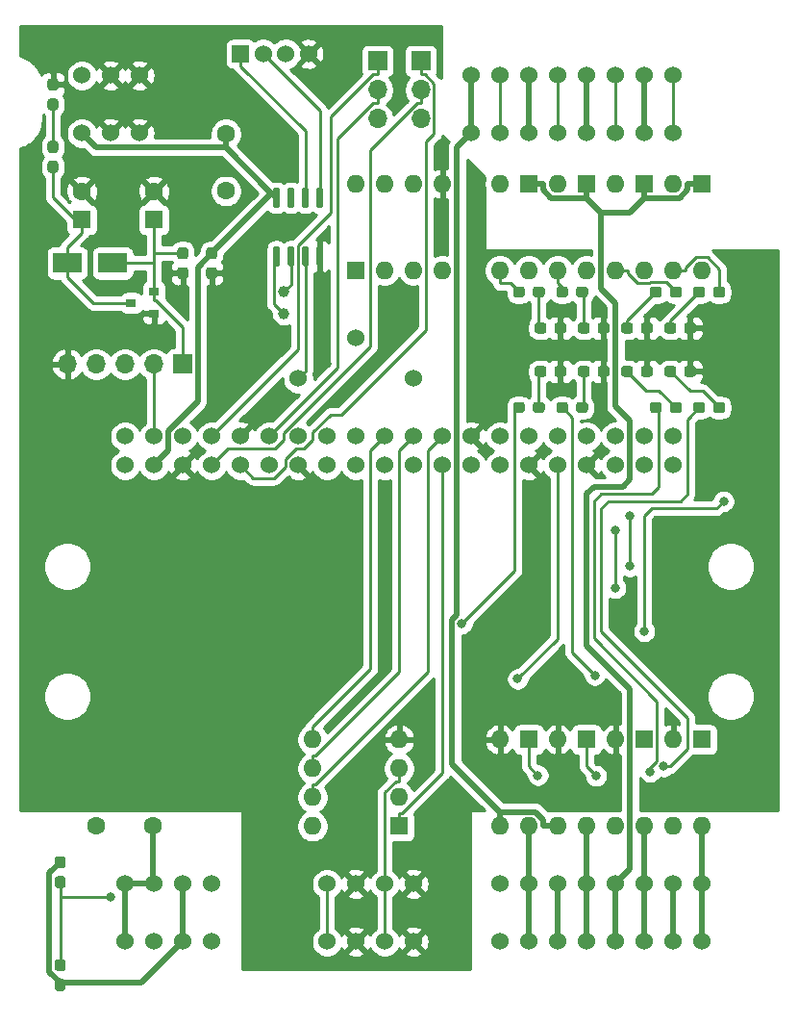
<source format=gtl>
G04 #@! TF.GenerationSoftware,KiCad,Pcbnew,(5.1.8)-1*
G04 #@! TF.CreationDate,2020-12-04T13:09:01+09:00*
G04 #@! TF.ProjectId,NBoxRpi,4e426f78-5270-4692-9e6b-696361645f70,Rev.2.1*
G04 #@! TF.SameCoordinates,Original*
G04 #@! TF.FileFunction,Copper,L1,Top*
G04 #@! TF.FilePolarity,Positive*
%FSLAX46Y46*%
G04 Gerber Fmt 4.6, Leading zero omitted, Abs format (unit mm)*
G04 Created by KiCad (PCBNEW (5.1.8)-1) date 2020-12-04 13:09:01*
%MOMM*%
%LPD*%
G01*
G04 APERTURE LIST*
G04 #@! TA.AperFunction,ComponentPad*
%ADD10O,1.700000X1.700000*%
G04 #@! TD*
G04 #@! TA.AperFunction,ComponentPad*
%ADD11R,1.700000X1.700000*%
G04 #@! TD*
G04 #@! TA.AperFunction,ComponentPad*
%ADD12C,1.524000*%
G04 #@! TD*
G04 #@! TA.AperFunction,ComponentPad*
%ADD13O,1.600000X1.600000*%
G04 #@! TD*
G04 #@! TA.AperFunction,ComponentPad*
%ADD14R,1.600000X1.600000*%
G04 #@! TD*
G04 #@! TA.AperFunction,ComponentPad*
%ADD15C,1.600000*%
G04 #@! TD*
G04 #@! TA.AperFunction,SMDPad,CuDef*
%ADD16R,2.500000X1.800000*%
G04 #@! TD*
G04 #@! TA.AperFunction,ComponentPad*
%ADD17C,1.000000*%
G04 #@! TD*
G04 #@! TA.AperFunction,SMDPad,CuDef*
%ADD18R,0.900000X0.800000*%
G04 #@! TD*
G04 #@! TA.AperFunction,ComponentPad*
%ADD19R,1.524000X1.524000*%
G04 #@! TD*
G04 #@! TA.AperFunction,ViaPad*
%ADD20C,0.800000*%
G04 #@! TD*
G04 #@! TA.AperFunction,Conductor*
%ADD21C,0.250000*%
G04 #@! TD*
G04 #@! TA.AperFunction,Conductor*
%ADD22C,0.500000*%
G04 #@! TD*
G04 #@! TA.AperFunction,Conductor*
%ADD23C,0.254000*%
G04 #@! TD*
G04 #@! TA.AperFunction,Conductor*
%ADD24C,0.100000*%
G04 #@! TD*
G04 APERTURE END LIST*
D10*
G04 #@! TO.P,J9,3*
G04 #@! TO.N,GND*
X114935000Y-118110000D03*
G04 #@! TO.P,J9,2*
G04 #@! TO.N,/GPIO17(GEN0)*
X114935000Y-115570000D03*
D11*
G04 #@! TO.P,J9,1*
G04 #@! TO.N,/GPIO4(GCLK)*
X114935000Y-113030000D03*
G04 #@! TD*
D12*
G04 #@! TO.P,J6,8*
G04 #@! TO.N,/Pow24-*
X100330000Y-185420000D03*
G04 #@! TO.P,J6,7*
X100330000Y-190500000D03*
G04 #@! TO.P,J6,6*
X97790000Y-185420000D03*
G04 #@! TO.P,J6,5*
X97790000Y-190500000D03*
G04 #@! TO.P,J6,4*
G04 #@! TO.N,/Pow24+In*
X95250000Y-185420000D03*
G04 #@! TO.P,J6,3*
X95250000Y-190500000D03*
G04 #@! TO.P,J6,2*
X92710000Y-185420000D03*
G04 #@! TO.P,J6,1*
X92710000Y-190500000D03*
G04 #@! TD*
D10*
G04 #@! TO.P,J8,5*
G04 #@! TO.N,GND*
X87630000Y-139700000D03*
G04 #@! TO.P,J8,4*
G04 #@! TO.N,N/C*
X90170000Y-139700000D03*
G04 #@! TO.P,J8,3*
G04 #@! TO.N,/GPIO3(SCL1)*
X92710000Y-139700000D03*
G04 #@! TO.P,J8,2*
G04 #@! TO.N,/GPIO2(SDA1)*
X95250000Y-139700000D03*
D11*
G04 #@! TO.P,J8,1*
G04 #@! TO.N,+3V3*
X97790000Y-139700000D03*
G04 #@! TD*
D12*
G04 #@! TO.P,BT1,1*
G04 #@! TO.N,Net-(BT1-Pad1)*
X107950000Y-140970000D03*
X118110000Y-140970000D03*
G04 #@! TO.P,BT1,2*
G04 #@! TO.N,GND*
X113030000Y-137370000D03*
G04 #@! TD*
D13*
G04 #@! TO.P,U2,8*
G04 #@! TO.N,+3V3*
X109220000Y-180340000D03*
G04 #@! TO.P,U2,4*
G04 #@! TO.N,GND*
X116840000Y-172720000D03*
G04 #@! TO.P,U2,7*
G04 #@! TO.N,/GPIO11(SPI0_SCK)*
X109220000Y-177800000D03*
G04 #@! TO.P,U2,3*
G04 #@! TO.N,/AD1*
X116840000Y-175260000D03*
G04 #@! TO.P,U2,6*
G04 #@! TO.N,/GPIO9(SPI0_MISO)*
X109220000Y-175260000D03*
G04 #@! TO.P,U2,2*
G04 #@! TO.N,/AD0*
X116840000Y-177800000D03*
G04 #@! TO.P,U2,5*
G04 #@! TO.N,/GPIO10(SPI0_MOSI)*
X109220000Y-172720000D03*
D14*
G04 #@! TO.P,U2,1*
G04 #@! TO.N,/GPIO8(SPI0_CE_N)*
X116840000Y-180340000D03*
G04 #@! TD*
D12*
G04 #@! TO.P,J4,1*
G04 #@! TO.N,GND*
X93980000Y-114300000D03*
G04 #@! TO.P,J4,2*
X93980000Y-119380000D03*
G04 #@! TO.P,J4,3*
X91440000Y-114300000D03*
G04 #@! TO.P,J4,4*
X91440000Y-119380000D03*
G04 #@! TO.P,J4,5*
G04 #@! TO.N,+5V*
X88900000Y-114300000D03*
G04 #@! TO.P,J4,6*
X88900000Y-119380000D03*
G04 #@! TD*
D13*
G04 #@! TO.P,PC2,4*
G04 #@! TO.N,+3V3*
X133350000Y-131445000D03*
G04 #@! TO.P,PC2,2*
G04 #@! TO.N,Net-(PC2-Pad2)*
X130810000Y-123825000D03*
G04 #@! TO.P,PC2,3*
G04 #@! TO.N,Net-(PC2-Pad3)*
X130810000Y-131445000D03*
D14*
G04 #@! TO.P,PC2,1*
G04 #@! TO.N,/Pow24+*
X133350000Y-123825000D03*
G04 #@! TD*
D10*
G04 #@! TO.P,J3,3*
G04 #@! TO.N,GND*
X118745000Y-118110000D03*
G04 #@! TO.P,J3,2*
G04 #@! TO.N,/GPIO14(TXD0)*
X118745000Y-115570000D03*
D11*
G04 #@! TO.P,J3,1*
G04 #@! TO.N,/GPIO15(RXD0)*
X118745000Y-113030000D03*
G04 #@! TD*
D15*
G04 #@! TO.P,F2,2*
G04 #@! TO.N,/Pow24+In*
X95170000Y-180340000D03*
G04 #@! TO.P,F2,1*
G04 #@! TO.N,/Pow24+*
X90170000Y-180340000D03*
G04 #@! TD*
D12*
G04 #@! TO.P,J2,8*
G04 #@! TO.N,GND*
X118110000Y-185420000D03*
G04 #@! TO.P,J2,7*
X118110000Y-190500000D03*
G04 #@! TO.P,J2,6*
G04 #@! TO.N,/AD1*
X115570000Y-185420000D03*
G04 #@! TO.P,J2,5*
X115570000Y-190500000D03*
G04 #@! TO.P,J2,4*
G04 #@! TO.N,GND*
X113030000Y-185420000D03*
G04 #@! TO.P,J2,3*
X113030000Y-190500000D03*
G04 #@! TO.P,J2,2*
G04 #@! TO.N,/AD0*
X110490000Y-185420000D03*
G04 #@! TO.P,J2,1*
X110490000Y-190500000D03*
G04 #@! TD*
G04 #@! TO.P,J7,11*
G04 #@! TO.N,/Y02*
X138430000Y-190500000D03*
G04 #@! TO.P,J7,12*
X138430000Y-185420000D03*
G04 #@! TO.P,J7,10*
G04 #@! TO.N,/Pow24+*
X135890000Y-185420000D03*
G04 #@! TO.P,J7,15*
G04 #@! TO.N,/Y03*
X143510000Y-190500000D03*
G04 #@! TO.P,J7,16*
X143510000Y-185420000D03*
G04 #@! TO.P,J7,9*
G04 #@! TO.N,/Pow24+*
X135890000Y-190500000D03*
G04 #@! TO.P,J7,13*
X140970000Y-190500000D03*
G04 #@! TO.P,J7,14*
X140970000Y-185420000D03*
G04 #@! TO.P,J7,8*
G04 #@! TO.N,/Y01*
X133350000Y-185420000D03*
G04 #@! TO.P,J7,7*
X133350000Y-190500000D03*
G04 #@! TO.P,J7,6*
G04 #@! TO.N,/Pow24+*
X130810000Y-185420000D03*
G04 #@! TO.P,J7,5*
X130810000Y-190500000D03*
G04 #@! TO.P,J7,4*
G04 #@! TO.N,/Y00*
X128270000Y-185420000D03*
G04 #@! TO.P,J7,3*
X128270000Y-190500000D03*
G04 #@! TO.P,J7,2*
G04 #@! TO.N,/Pow24+*
X125730000Y-185420000D03*
G04 #@! TO.P,J7,1*
X125730000Y-190500000D03*
G04 #@! TD*
G04 #@! TO.P,J5,11*
G04 #@! TO.N,/Pow24-*
X128270000Y-114300000D03*
G04 #@! TO.P,J5,12*
X128270000Y-119380000D03*
G04 #@! TO.P,J5,10*
G04 #@! TO.N,/X01*
X130810000Y-119380000D03*
G04 #@! TO.P,J5,15*
G04 #@! TO.N,/Pow24-*
X123190000Y-114300000D03*
G04 #@! TO.P,J5,16*
X123190000Y-119380000D03*
G04 #@! TO.P,J5,9*
G04 #@! TO.N,/X01*
X130810000Y-114300000D03*
G04 #@! TO.P,J5,13*
G04 #@! TO.N,/X00*
X125730000Y-114300000D03*
G04 #@! TO.P,J5,14*
X125730000Y-119380000D03*
G04 #@! TO.P,J5,8*
G04 #@! TO.N,/Pow24-*
X133350000Y-119380000D03*
G04 #@! TO.P,J5,7*
X133350000Y-114300000D03*
G04 #@! TO.P,J5,6*
G04 #@! TO.N,/X02*
X135890000Y-119380000D03*
G04 #@! TO.P,J5,5*
X135890000Y-114300000D03*
G04 #@! TO.P,J5,4*
G04 #@! TO.N,/Pow24-*
X138430000Y-119380000D03*
G04 #@! TO.P,J5,3*
X138430000Y-114300000D03*
G04 #@! TO.P,J5,2*
G04 #@! TO.N,/X03*
X140970000Y-119380000D03*
G04 #@! TO.P,J5,1*
X140970000Y-114300000D03*
G04 #@! TD*
G04 #@! TO.P,D16,2*
G04 #@! TO.N,Net-(D13-Pad1)*
G04 #@! TA.AperFunction,SMDPad,CuDef*
G36*
G01*
X86757500Y-184740000D02*
X87232500Y-184740000D01*
G75*
G02*
X87470000Y-184977500I0J-237500D01*
G01*
X87470000Y-185552500D01*
G75*
G02*
X87232500Y-185790000I-237500J0D01*
G01*
X86757500Y-185790000D01*
G75*
G02*
X86520000Y-185552500I0J237500D01*
G01*
X86520000Y-184977500D01*
G75*
G02*
X86757500Y-184740000I237500J0D01*
G01*
G37*
G04 #@! TD.AperFunction*
G04 #@! TO.P,D16,1*
G04 #@! TO.N,/Pow24-*
G04 #@! TA.AperFunction,SMDPad,CuDef*
G36*
G01*
X86757500Y-182990000D02*
X87232500Y-182990000D01*
G75*
G02*
X87470000Y-183227500I0J-237500D01*
G01*
X87470000Y-183802500D01*
G75*
G02*
X87232500Y-184040000I-237500J0D01*
G01*
X86757500Y-184040000D01*
G75*
G02*
X86520000Y-183802500I0J237500D01*
G01*
X86520000Y-183227500D01*
G75*
G02*
X86757500Y-182990000I237500J0D01*
G01*
G37*
G04 #@! TD.AperFunction*
G04 #@! TD*
G04 #@! TO.P,D13,2*
G04 #@! TO.N,/Pow24-*
G04 #@! TA.AperFunction,SMDPad,CuDef*
G36*
G01*
X86757500Y-193785000D02*
X87232500Y-193785000D01*
G75*
G02*
X87470000Y-194022500I0J-237500D01*
G01*
X87470000Y-194597500D01*
G75*
G02*
X87232500Y-194835000I-237500J0D01*
G01*
X86757500Y-194835000D01*
G75*
G02*
X86520000Y-194597500I0J237500D01*
G01*
X86520000Y-194022500D01*
G75*
G02*
X86757500Y-193785000I237500J0D01*
G01*
G37*
G04 #@! TD.AperFunction*
G04 #@! TO.P,D13,1*
G04 #@! TO.N,Net-(D13-Pad1)*
G04 #@! TA.AperFunction,SMDPad,CuDef*
G36*
G01*
X86757500Y-192035000D02*
X87232500Y-192035000D01*
G75*
G02*
X87470000Y-192272500I0J-237500D01*
G01*
X87470000Y-192847500D01*
G75*
G02*
X87232500Y-193085000I-237500J0D01*
G01*
X86757500Y-193085000D01*
G75*
G02*
X86520000Y-192847500I0J237500D01*
G01*
X86520000Y-192272500D01*
G75*
G02*
X86757500Y-192035000I237500J0D01*
G01*
G37*
G04 #@! TD.AperFunction*
G04 #@! TD*
D16*
G04 #@! TO.P,D15,2*
G04 #@! TO.N,+3V3*
X91630000Y-130810000D03*
G04 #@! TO.P,D15,1*
G04 #@! TO.N,Net-(C3-Pad1)*
X87630000Y-130810000D03*
G04 #@! TD*
D12*
G04 #@! TO.P,P1,40*
G04 #@! TO.N,N/C*
X140970000Y-148590000D03*
G04 #@! TO.P,P1,39*
G04 #@! TO.N,GND*
X140970000Y-146050000D03*
G04 #@! TO.P,P1,38*
G04 #@! TO.N,N/C*
X138430000Y-148590000D03*
G04 #@! TO.P,P1,37*
X138430000Y-146050000D03*
G04 #@! TO.P,P1,36*
X135890000Y-148590000D03*
G04 #@! TO.P,P1,35*
X135890000Y-146050000D03*
G04 #@! TO.P,P1,34*
G04 #@! TO.N,GND*
X133350000Y-148590000D03*
G04 #@! TO.P,P1,33*
G04 #@! TO.N,/GPIO13(PWM1)*
X133350000Y-146050000D03*
G04 #@! TO.P,P1,32*
G04 #@! TO.N,/GPIO12(PWM0)*
X130810000Y-148590000D03*
G04 #@! TO.P,P1,31*
G04 #@! TO.N,/GPIO6*
X130810000Y-146050000D03*
G04 #@! TO.P,P1,30*
G04 #@! TO.N,GND*
X128270000Y-148590000D03*
G04 #@! TO.P,P1,29*
G04 #@! TO.N,/GPIO5*
X128270000Y-146050000D03*
G04 #@! TO.P,P1,28*
G04 #@! TO.N,N/C*
X125730000Y-148590000D03*
G04 #@! TO.P,P1,27*
X125730000Y-146050000D03*
G04 #@! TO.P,P1,26*
X123190000Y-148590000D03*
G04 #@! TO.P,P1,25*
G04 #@! TO.N,GND*
X123190000Y-146050000D03*
G04 #@! TO.P,P1,24*
G04 #@! TO.N,/GPIO8(SPI0_CE_N)*
X120650000Y-148590000D03*
G04 #@! TO.P,P1,23*
G04 #@! TO.N,/GPIO11(SPI0_SCK)*
X120650000Y-146050000D03*
G04 #@! TO.P,P1,22*
G04 #@! TO.N,/GPIO25(GEN6)*
X118110000Y-148590000D03*
G04 #@! TO.P,P1,21*
G04 #@! TO.N,/GPIO9(SPI0_MISO)*
X118110000Y-146050000D03*
G04 #@! TO.P,P1,20*
G04 #@! TO.N,GND*
X115570000Y-148590000D03*
G04 #@! TO.P,P1,19*
G04 #@! TO.N,/GPIO10(SPI0_MOSI)*
X115570000Y-146050000D03*
G04 #@! TO.P,P1,18*
G04 #@! TO.N,/GPIO24(GEN5)*
X113030000Y-148590000D03*
G04 #@! TO.P,P1,17*
G04 #@! TO.N,N/C*
X113030000Y-146050000D03*
G04 #@! TO.P,P1,16*
G04 #@! TO.N,/GPIO23(GEN4)*
X110490000Y-148590000D03*
G04 #@! TO.P,P1,15*
G04 #@! TO.N,/GPIO22(GEN3)*
X110490000Y-146050000D03*
G04 #@! TO.P,P1,14*
G04 #@! TO.N,GND*
X107950000Y-148590000D03*
G04 #@! TO.P,P1,13*
G04 #@! TO.N,N/C*
X107950000Y-146050000D03*
G04 #@! TO.P,P1,12*
X105410000Y-148590000D03*
G04 #@! TO.P,P1,11*
G04 #@! TO.N,/GPIO17(GEN0)*
X105410000Y-146050000D03*
G04 #@! TO.P,P1,10*
G04 #@! TO.N,/GPIO15(RXD0)*
X102870000Y-148590000D03*
G04 #@! TO.P,P1,9*
G04 #@! TO.N,GND*
X102870000Y-146050000D03*
G04 #@! TO.P,P1,8*
G04 #@! TO.N,/GPIO14(TXD0)*
X100330000Y-148590000D03*
G04 #@! TO.P,P1,7*
G04 #@! TO.N,/GPIO4(GCLK)*
X100330000Y-146050000D03*
G04 #@! TO.P,P1,6*
G04 #@! TO.N,GND*
X97790000Y-148590000D03*
G04 #@! TO.P,P1,5*
G04 #@! TO.N,/GPIO3(SCL1)*
X97790000Y-146050000D03*
G04 #@! TO.P,P1,4*
G04 #@! TO.N,+5V*
X95250000Y-148590000D03*
G04 #@! TO.P,P1,3*
G04 #@! TO.N,/GPIO2(SDA1)*
X95250000Y-146050000D03*
G04 #@! TO.P,P1,2*
G04 #@! TO.N,+5V*
X92710000Y-148590000D03*
G04 #@! TO.P,P1,1*
G04 #@! TO.N,N/C*
X92710000Y-146050000D03*
G04 #@! TD*
D17*
G04 #@! TO.P,Y1,2*
G04 #@! TO.N,Net-(U3-Pad2)*
X106680000Y-133350000D03*
G04 #@! TO.P,Y1,1*
G04 #@! TO.N,Net-(U3-Pad1)*
X106680000Y-135250000D03*
G04 #@! TD*
G04 #@! TO.P,U3,8*
G04 #@! TO.N,+5V*
G04 #@! TA.AperFunction,SMDPad,CuDef*
G36*
G01*
X106195000Y-125935000D02*
X105895000Y-125935000D01*
G75*
G02*
X105745000Y-125785000I0J150000D01*
G01*
X105745000Y-124335000D01*
G75*
G02*
X105895000Y-124185000I150000J0D01*
G01*
X106195000Y-124185000D01*
G75*
G02*
X106345000Y-124335000I0J-150000D01*
G01*
X106345000Y-125785000D01*
G75*
G02*
X106195000Y-125935000I-150000J0D01*
G01*
G37*
G04 #@! TD.AperFunction*
G04 #@! TO.P,U3,7*
G04 #@! TO.N,N/C*
G04 #@! TA.AperFunction,SMDPad,CuDef*
G36*
G01*
X107465000Y-125935000D02*
X107165000Y-125935000D01*
G75*
G02*
X107015000Y-125785000I0J150000D01*
G01*
X107015000Y-124335000D01*
G75*
G02*
X107165000Y-124185000I150000J0D01*
G01*
X107465000Y-124185000D01*
G75*
G02*
X107615000Y-124335000I0J-150000D01*
G01*
X107615000Y-125785000D01*
G75*
G02*
X107465000Y-125935000I-150000J0D01*
G01*
G37*
G04 #@! TD.AperFunction*
G04 #@! TO.P,U3,6*
G04 #@! TO.N,/SCL*
G04 #@! TA.AperFunction,SMDPad,CuDef*
G36*
G01*
X108735000Y-125935000D02*
X108435000Y-125935000D01*
G75*
G02*
X108285000Y-125785000I0J150000D01*
G01*
X108285000Y-124335000D01*
G75*
G02*
X108435000Y-124185000I150000J0D01*
G01*
X108735000Y-124185000D01*
G75*
G02*
X108885000Y-124335000I0J-150000D01*
G01*
X108885000Y-125785000D01*
G75*
G02*
X108735000Y-125935000I-150000J0D01*
G01*
G37*
G04 #@! TD.AperFunction*
G04 #@! TO.P,U3,5*
G04 #@! TO.N,/SDA*
G04 #@! TA.AperFunction,SMDPad,CuDef*
G36*
G01*
X110005000Y-125935000D02*
X109705000Y-125935000D01*
G75*
G02*
X109555000Y-125785000I0J150000D01*
G01*
X109555000Y-124335000D01*
G75*
G02*
X109705000Y-124185000I150000J0D01*
G01*
X110005000Y-124185000D01*
G75*
G02*
X110155000Y-124335000I0J-150000D01*
G01*
X110155000Y-125785000D01*
G75*
G02*
X110005000Y-125935000I-150000J0D01*
G01*
G37*
G04 #@! TD.AperFunction*
G04 #@! TO.P,U3,4*
G04 #@! TO.N,GND*
G04 #@! TA.AperFunction,SMDPad,CuDef*
G36*
G01*
X110005000Y-131085000D02*
X109705000Y-131085000D01*
G75*
G02*
X109555000Y-130935000I0J150000D01*
G01*
X109555000Y-129485000D01*
G75*
G02*
X109705000Y-129335000I150000J0D01*
G01*
X110005000Y-129335000D01*
G75*
G02*
X110155000Y-129485000I0J-150000D01*
G01*
X110155000Y-130935000D01*
G75*
G02*
X110005000Y-131085000I-150000J0D01*
G01*
G37*
G04 #@! TD.AperFunction*
G04 #@! TO.P,U3,3*
G04 #@! TO.N,Net-(BT1-Pad1)*
G04 #@! TA.AperFunction,SMDPad,CuDef*
G36*
G01*
X108735000Y-131085000D02*
X108435000Y-131085000D01*
G75*
G02*
X108285000Y-130935000I0J150000D01*
G01*
X108285000Y-129485000D01*
G75*
G02*
X108435000Y-129335000I150000J0D01*
G01*
X108735000Y-129335000D01*
G75*
G02*
X108885000Y-129485000I0J-150000D01*
G01*
X108885000Y-130935000D01*
G75*
G02*
X108735000Y-131085000I-150000J0D01*
G01*
G37*
G04 #@! TD.AperFunction*
G04 #@! TO.P,U3,2*
G04 #@! TO.N,Net-(U3-Pad2)*
G04 #@! TA.AperFunction,SMDPad,CuDef*
G36*
G01*
X107465000Y-131085000D02*
X107165000Y-131085000D01*
G75*
G02*
X107015000Y-130935000I0J150000D01*
G01*
X107015000Y-129485000D01*
G75*
G02*
X107165000Y-129335000I150000J0D01*
G01*
X107465000Y-129335000D01*
G75*
G02*
X107615000Y-129485000I0J-150000D01*
G01*
X107615000Y-130935000D01*
G75*
G02*
X107465000Y-131085000I-150000J0D01*
G01*
G37*
G04 #@! TD.AperFunction*
G04 #@! TO.P,U3,1*
G04 #@! TO.N,Net-(U3-Pad1)*
G04 #@! TA.AperFunction,SMDPad,CuDef*
G36*
G01*
X106195000Y-131085000D02*
X105895000Y-131085000D01*
G75*
G02*
X105745000Y-130935000I0J150000D01*
G01*
X105745000Y-129485000D01*
G75*
G02*
X105895000Y-129335000I150000J0D01*
G01*
X106195000Y-129335000D01*
G75*
G02*
X106345000Y-129485000I0J-150000D01*
G01*
X106345000Y-130935000D01*
G75*
G02*
X106195000Y-131085000I-150000J0D01*
G01*
G37*
G04 #@! TD.AperFunction*
G04 #@! TD*
D18*
G04 #@! TO.P,U5,3*
G04 #@! TO.N,Net-(C3-Pad1)*
X93250000Y-134300000D03*
G04 #@! TO.P,U5,2*
G04 #@! TO.N,+3V3*
X95250000Y-133350000D03*
G04 #@! TO.P,U5,1*
G04 #@! TO.N,GND*
X95250000Y-135250000D03*
G04 #@! TD*
D13*
G04 #@! TO.P,U1,8*
G04 #@! TO.N,+5V*
X113030000Y-123825000D03*
G04 #@! TO.P,U1,4*
G04 #@! TO.N,N/C*
X120650000Y-131445000D03*
G04 #@! TO.P,U1,7*
G04 #@! TO.N,/SCL*
X115570000Y-123825000D03*
G04 #@! TO.P,U1,3*
G04 #@! TO.N,/GPIO2(SDA1)*
X118110000Y-131445000D03*
G04 #@! TO.P,U1,6*
G04 #@! TO.N,/SDA*
X118110000Y-123825000D03*
G04 #@! TO.P,U1,2*
G04 #@! TO.N,/GPIO3(SCL1)*
X115570000Y-131445000D03*
G04 #@! TO.P,U1,5*
G04 #@! TO.N,GND*
X120650000Y-123825000D03*
D14*
G04 #@! TO.P,U1,1*
G04 #@! TO.N,+3V3*
X113030000Y-131445000D03*
G04 #@! TD*
D13*
G04 #@! TO.P,U9,4*
G04 #@! TO.N,/Y03*
X143510000Y-180340000D03*
G04 #@! TO.P,U9,2*
G04 #@! TO.N,GND*
X140970000Y-172720000D03*
G04 #@! TO.P,U9,3*
G04 #@! TO.N,/Pow24-*
X140970000Y-180340000D03*
D14*
G04 #@! TO.P,U9,1*
G04 #@! TO.N,Net-(R30-Pad1)*
X143510000Y-172720000D03*
G04 #@! TD*
D13*
G04 #@! TO.P,U8,4*
G04 #@! TO.N,/Y02*
X138430000Y-180340000D03*
G04 #@! TO.P,U8,2*
G04 #@! TO.N,GND*
X135890000Y-172720000D03*
G04 #@! TO.P,U8,3*
G04 #@! TO.N,/Pow24-*
X135890000Y-180340000D03*
D14*
G04 #@! TO.P,U8,1*
G04 #@! TO.N,Net-(R29-Pad1)*
X138430000Y-172720000D03*
G04 #@! TD*
D13*
G04 #@! TO.P,U7,4*
G04 #@! TO.N,/Y01*
X133350000Y-180340000D03*
G04 #@! TO.P,U7,2*
G04 #@! TO.N,GND*
X130810000Y-172720000D03*
G04 #@! TO.P,U7,3*
G04 #@! TO.N,/Pow24-*
X130810000Y-180340000D03*
D14*
G04 #@! TO.P,U7,1*
G04 #@! TO.N,Net-(R28-Pad1)*
X133350000Y-172720000D03*
G04 #@! TD*
D13*
G04 #@! TO.P,U6,4*
G04 #@! TO.N,/Y00*
X128270000Y-180340000D03*
G04 #@! TO.P,U6,2*
G04 #@! TO.N,GND*
X125730000Y-172720000D03*
G04 #@! TO.P,U6,3*
G04 #@! TO.N,/Pow24-*
X125730000Y-180340000D03*
D14*
G04 #@! TO.P,U6,1*
G04 #@! TO.N,Net-(R27-Pad1)*
X128270000Y-172720000D03*
G04 #@! TD*
G04 #@! TO.P,R22,2*
G04 #@! TO.N,Net-(D10-Pad2)*
G04 #@! TA.AperFunction,SMDPad,CuDef*
G36*
G01*
X86597500Y-121110000D02*
X86122500Y-121110000D01*
G75*
G02*
X85885000Y-120872500I0J237500D01*
G01*
X85885000Y-120297500D01*
G75*
G02*
X86122500Y-120060000I237500J0D01*
G01*
X86597500Y-120060000D01*
G75*
G02*
X86835000Y-120297500I0J-237500D01*
G01*
X86835000Y-120872500D01*
G75*
G02*
X86597500Y-121110000I-237500J0D01*
G01*
G37*
G04 #@! TD.AperFunction*
G04 #@! TO.P,R22,1*
G04 #@! TO.N,Net-(C3-Pad1)*
G04 #@! TA.AperFunction,SMDPad,CuDef*
G36*
G01*
X86597500Y-122860000D02*
X86122500Y-122860000D01*
G75*
G02*
X85885000Y-122622500I0J237500D01*
G01*
X85885000Y-122047500D01*
G75*
G02*
X86122500Y-121810000I237500J0D01*
G01*
X86597500Y-121810000D01*
G75*
G02*
X86835000Y-122047500I0J-237500D01*
G01*
X86835000Y-122622500D01*
G75*
G02*
X86597500Y-122860000I-237500J0D01*
G01*
G37*
G04 #@! TD.AperFunction*
G04 #@! TD*
G04 #@! TO.P,R25,2*
G04 #@! TO.N,Net-(D14-Pad2)*
G04 #@! TA.AperFunction,SMDPad,CuDef*
G36*
G01*
X144495000Y-143747500D02*
X144495000Y-143272500D01*
G75*
G02*
X144732500Y-143035000I237500J0D01*
G01*
X145307500Y-143035000D01*
G75*
G02*
X145545000Y-143272500I0J-237500D01*
G01*
X145545000Y-143747500D01*
G75*
G02*
X145307500Y-143985000I-237500J0D01*
G01*
X144732500Y-143985000D01*
G75*
G02*
X144495000Y-143747500I0J237500D01*
G01*
G37*
G04 #@! TD.AperFunction*
G04 #@! TO.P,R25,1*
G04 #@! TO.N,Net-(R25-Pad1)*
G04 #@! TA.AperFunction,SMDPad,CuDef*
G36*
G01*
X142745000Y-143747500D02*
X142745000Y-143272500D01*
G75*
G02*
X142982500Y-143035000I237500J0D01*
G01*
X143557500Y-143035000D01*
G75*
G02*
X143795000Y-143272500I0J-237500D01*
G01*
X143795000Y-143747500D01*
G75*
G02*
X143557500Y-143985000I-237500J0D01*
G01*
X142982500Y-143985000D01*
G75*
G02*
X142745000Y-143747500I0J237500D01*
G01*
G37*
G04 #@! TD.AperFunction*
G04 #@! TD*
G04 #@! TO.P,R24,2*
G04 #@! TO.N,Net-(D12-Pad2)*
G04 #@! TA.AperFunction,SMDPad,CuDef*
G36*
G01*
X140685000Y-143747500D02*
X140685000Y-143272500D01*
G75*
G02*
X140922500Y-143035000I237500J0D01*
G01*
X141497500Y-143035000D01*
G75*
G02*
X141735000Y-143272500I0J-237500D01*
G01*
X141735000Y-143747500D01*
G75*
G02*
X141497500Y-143985000I-237500J0D01*
G01*
X140922500Y-143985000D01*
G75*
G02*
X140685000Y-143747500I0J237500D01*
G01*
G37*
G04 #@! TD.AperFunction*
G04 #@! TO.P,R24,1*
G04 #@! TO.N,Net-(R24-Pad1)*
G04 #@! TA.AperFunction,SMDPad,CuDef*
G36*
G01*
X138935000Y-143747500D02*
X138935000Y-143272500D01*
G75*
G02*
X139172500Y-143035000I237500J0D01*
G01*
X139747500Y-143035000D01*
G75*
G02*
X139985000Y-143272500I0J-237500D01*
G01*
X139985000Y-143747500D01*
G75*
G02*
X139747500Y-143985000I-237500J0D01*
G01*
X139172500Y-143985000D01*
G75*
G02*
X138935000Y-143747500I0J237500D01*
G01*
G37*
G04 #@! TD.AperFunction*
G04 #@! TD*
G04 #@! TO.P,R23,2*
G04 #@! TO.N,Net-(D11-Pad2)*
G04 #@! TA.AperFunction,SMDPad,CuDef*
G36*
G01*
X132430000Y-143747500D02*
X132430000Y-143272500D01*
G75*
G02*
X132667500Y-143035000I237500J0D01*
G01*
X133242500Y-143035000D01*
G75*
G02*
X133480000Y-143272500I0J-237500D01*
G01*
X133480000Y-143747500D01*
G75*
G02*
X133242500Y-143985000I-237500J0D01*
G01*
X132667500Y-143985000D01*
G75*
G02*
X132430000Y-143747500I0J237500D01*
G01*
G37*
G04 #@! TD.AperFunction*
G04 #@! TO.P,R23,1*
G04 #@! TO.N,Net-(R23-Pad1)*
G04 #@! TA.AperFunction,SMDPad,CuDef*
G36*
G01*
X130680000Y-143747500D02*
X130680000Y-143272500D01*
G75*
G02*
X130917500Y-143035000I237500J0D01*
G01*
X131492500Y-143035000D01*
G75*
G02*
X131730000Y-143272500I0J-237500D01*
G01*
X131730000Y-143747500D01*
G75*
G02*
X131492500Y-143985000I-237500J0D01*
G01*
X130917500Y-143985000D01*
G75*
G02*
X130680000Y-143747500I0J237500D01*
G01*
G37*
G04 #@! TD.AperFunction*
G04 #@! TD*
G04 #@! TO.P,R21,2*
G04 #@! TO.N,Net-(D9-Pad2)*
G04 #@! TA.AperFunction,SMDPad,CuDef*
G36*
G01*
X128620000Y-143747500D02*
X128620000Y-143272500D01*
G75*
G02*
X128857500Y-143035000I237500J0D01*
G01*
X129432500Y-143035000D01*
G75*
G02*
X129670000Y-143272500I0J-237500D01*
G01*
X129670000Y-143747500D01*
G75*
G02*
X129432500Y-143985000I-237500J0D01*
G01*
X128857500Y-143985000D01*
G75*
G02*
X128620000Y-143747500I0J237500D01*
G01*
G37*
G04 #@! TD.AperFunction*
G04 #@! TO.P,R21,1*
G04 #@! TO.N,Net-(R21-Pad1)*
G04 #@! TA.AperFunction,SMDPad,CuDef*
G36*
G01*
X126870000Y-143747500D02*
X126870000Y-143272500D01*
G75*
G02*
X127107500Y-143035000I237500J0D01*
G01*
X127682500Y-143035000D01*
G75*
G02*
X127920000Y-143272500I0J-237500D01*
G01*
X127920000Y-143747500D01*
G75*
G02*
X127682500Y-143985000I-237500J0D01*
G01*
X127107500Y-143985000D01*
G75*
G02*
X126870000Y-143747500I0J237500D01*
G01*
G37*
G04 #@! TD.AperFunction*
G04 #@! TD*
G04 #@! TO.P,R12,2*
G04 #@! TO.N,Net-(D8-Pad2)*
G04 #@! TA.AperFunction,SMDPad,CuDef*
G36*
G01*
X143795000Y-133112500D02*
X143795000Y-133587500D01*
G75*
G02*
X143557500Y-133825000I-237500J0D01*
G01*
X142982500Y-133825000D01*
G75*
G02*
X142745000Y-133587500I0J237500D01*
G01*
X142745000Y-133112500D01*
G75*
G02*
X142982500Y-132875000I237500J0D01*
G01*
X143557500Y-132875000D01*
G75*
G02*
X143795000Y-133112500I0J-237500D01*
G01*
G37*
G04 #@! TD.AperFunction*
G04 #@! TO.P,R12,1*
G04 #@! TO.N,Net-(PC4-Pad3)*
G04 #@! TA.AperFunction,SMDPad,CuDef*
G36*
G01*
X145545000Y-133112500D02*
X145545000Y-133587500D01*
G75*
G02*
X145307500Y-133825000I-237500J0D01*
G01*
X144732500Y-133825000D01*
G75*
G02*
X144495000Y-133587500I0J237500D01*
G01*
X144495000Y-133112500D01*
G75*
G02*
X144732500Y-132875000I237500J0D01*
G01*
X145307500Y-132875000D01*
G75*
G02*
X145545000Y-133112500I0J-237500D01*
G01*
G37*
G04 #@! TD.AperFunction*
G04 #@! TD*
G04 #@! TO.P,R11,2*
G04 #@! TO.N,Net-(D7-Pad2)*
G04 #@! TA.AperFunction,SMDPad,CuDef*
G36*
G01*
X139985000Y-133112500D02*
X139985000Y-133587500D01*
G75*
G02*
X139747500Y-133825000I-237500J0D01*
G01*
X139172500Y-133825000D01*
G75*
G02*
X138935000Y-133587500I0J237500D01*
G01*
X138935000Y-133112500D01*
G75*
G02*
X139172500Y-132875000I237500J0D01*
G01*
X139747500Y-132875000D01*
G75*
G02*
X139985000Y-133112500I0J-237500D01*
G01*
G37*
G04 #@! TD.AperFunction*
G04 #@! TO.P,R11,1*
G04 #@! TO.N,Net-(PC3-Pad3)*
G04 #@! TA.AperFunction,SMDPad,CuDef*
G36*
G01*
X141735000Y-133112500D02*
X141735000Y-133587500D01*
G75*
G02*
X141497500Y-133825000I-237500J0D01*
G01*
X140922500Y-133825000D01*
G75*
G02*
X140685000Y-133587500I0J237500D01*
G01*
X140685000Y-133112500D01*
G75*
G02*
X140922500Y-132875000I237500J0D01*
G01*
X141497500Y-132875000D01*
G75*
G02*
X141735000Y-133112500I0J-237500D01*
G01*
G37*
G04 #@! TD.AperFunction*
G04 #@! TD*
G04 #@! TO.P,R10,2*
G04 #@! TO.N,Net-(D6-Pad2)*
G04 #@! TA.AperFunction,SMDPad,CuDef*
G36*
G01*
X132430000Y-133587500D02*
X132430000Y-133112500D01*
G75*
G02*
X132667500Y-132875000I237500J0D01*
G01*
X133242500Y-132875000D01*
G75*
G02*
X133480000Y-133112500I0J-237500D01*
G01*
X133480000Y-133587500D01*
G75*
G02*
X133242500Y-133825000I-237500J0D01*
G01*
X132667500Y-133825000D01*
G75*
G02*
X132430000Y-133587500I0J237500D01*
G01*
G37*
G04 #@! TD.AperFunction*
G04 #@! TO.P,R10,1*
G04 #@! TO.N,Net-(PC2-Pad3)*
G04 #@! TA.AperFunction,SMDPad,CuDef*
G36*
G01*
X130680000Y-133587500D02*
X130680000Y-133112500D01*
G75*
G02*
X130917500Y-132875000I237500J0D01*
G01*
X131492500Y-132875000D01*
G75*
G02*
X131730000Y-133112500I0J-237500D01*
G01*
X131730000Y-133587500D01*
G75*
G02*
X131492500Y-133825000I-237500J0D01*
G01*
X130917500Y-133825000D01*
G75*
G02*
X130680000Y-133587500I0J237500D01*
G01*
G37*
G04 #@! TD.AperFunction*
G04 #@! TD*
G04 #@! TO.P,R9,2*
G04 #@! TO.N,Net-(D5-Pad2)*
G04 #@! TA.AperFunction,SMDPad,CuDef*
G36*
G01*
X128620000Y-133587500D02*
X128620000Y-133112500D01*
G75*
G02*
X128857500Y-132875000I237500J0D01*
G01*
X129432500Y-132875000D01*
G75*
G02*
X129670000Y-133112500I0J-237500D01*
G01*
X129670000Y-133587500D01*
G75*
G02*
X129432500Y-133825000I-237500J0D01*
G01*
X128857500Y-133825000D01*
G75*
G02*
X128620000Y-133587500I0J237500D01*
G01*
G37*
G04 #@! TD.AperFunction*
G04 #@! TO.P,R9,1*
G04 #@! TO.N,Net-(PC1-Pad3)*
G04 #@! TA.AperFunction,SMDPad,CuDef*
G36*
G01*
X126870000Y-133587500D02*
X126870000Y-133112500D01*
G75*
G02*
X127107500Y-132875000I237500J0D01*
G01*
X127682500Y-132875000D01*
G75*
G02*
X127920000Y-133112500I0J-237500D01*
G01*
X127920000Y-133587500D01*
G75*
G02*
X127682500Y-133825000I-237500J0D01*
G01*
X127107500Y-133825000D01*
G75*
G02*
X126870000Y-133587500I0J237500D01*
G01*
G37*
G04 #@! TD.AperFunction*
G04 #@! TD*
D13*
G04 #@! TO.P,PC4,4*
G04 #@! TO.N,+3V3*
X143510000Y-131445000D03*
G04 #@! TO.P,PC4,2*
G04 #@! TO.N,Net-(PC4-Pad2)*
X140970000Y-123825000D03*
G04 #@! TO.P,PC4,3*
G04 #@! TO.N,Net-(PC4-Pad3)*
X140970000Y-131445000D03*
D14*
G04 #@! TO.P,PC4,1*
G04 #@! TO.N,/Pow24+*
X143510000Y-123825000D03*
G04 #@! TD*
D13*
G04 #@! TO.P,PC3,4*
G04 #@! TO.N,+3V3*
X138430000Y-131445000D03*
G04 #@! TO.P,PC3,2*
G04 #@! TO.N,Net-(PC3-Pad2)*
X135890000Y-123825000D03*
G04 #@! TO.P,PC3,3*
G04 #@! TO.N,Net-(PC3-Pad3)*
X135890000Y-131445000D03*
D14*
G04 #@! TO.P,PC3,1*
G04 #@! TO.N,/Pow24+*
X138430000Y-123825000D03*
G04 #@! TD*
D13*
G04 #@! TO.P,PC1,4*
G04 #@! TO.N,+3V3*
X128270000Y-131445000D03*
G04 #@! TO.P,PC1,2*
G04 #@! TO.N,Net-(PC1-Pad2)*
X125730000Y-123825000D03*
G04 #@! TO.P,PC1,3*
G04 #@! TO.N,Net-(PC1-Pad3)*
X125730000Y-131445000D03*
D14*
G04 #@! TO.P,PC1,1*
G04 #@! TO.N,/Pow24+*
X128270000Y-123825000D03*
G04 #@! TD*
D12*
G04 #@! TO.P,J1,4*
G04 #@! TO.N,GND*
X108870000Y-112395000D03*
G04 #@! TO.P,J1,3*
G04 #@! TO.N,+5V*
X106870000Y-112395000D03*
G04 #@! TO.P,J1,2*
G04 #@! TO.N,/SDA*
X104870000Y-112395000D03*
D19*
G04 #@! TO.P,J1,1*
G04 #@! TO.N,/SCL*
X102870000Y-112395000D03*
G04 #@! TD*
D15*
G04 #@! TO.P,F1,2*
G04 #@! TO.N,+5V*
X101600000Y-119460000D03*
G04 #@! TO.P,F1,1*
G04 #@! TO.N,Net-(C3-Pad1)*
X101600000Y-124460000D03*
G04 #@! TD*
G04 #@! TO.P,D10,2*
G04 #@! TO.N,Net-(D10-Pad2)*
G04 #@! TA.AperFunction,SMDPad,CuDef*
G36*
G01*
X86122500Y-116315000D02*
X86597500Y-116315000D01*
G75*
G02*
X86835000Y-116552500I0J-237500D01*
G01*
X86835000Y-117127500D01*
G75*
G02*
X86597500Y-117365000I-237500J0D01*
G01*
X86122500Y-117365000D01*
G75*
G02*
X85885000Y-117127500I0J237500D01*
G01*
X85885000Y-116552500D01*
G75*
G02*
X86122500Y-116315000I237500J0D01*
G01*
G37*
G04 #@! TD.AperFunction*
G04 #@! TO.P,D10,1*
G04 #@! TO.N,GND*
G04 #@! TA.AperFunction,SMDPad,CuDef*
G36*
G01*
X86122500Y-114565000D02*
X86597500Y-114565000D01*
G75*
G02*
X86835000Y-114802500I0J-237500D01*
G01*
X86835000Y-115377500D01*
G75*
G02*
X86597500Y-115615000I-237500J0D01*
G01*
X86122500Y-115615000D01*
G75*
G02*
X85885000Y-115377500I0J237500D01*
G01*
X85885000Y-114802500D01*
G75*
G02*
X86122500Y-114565000I237500J0D01*
G01*
G37*
G04 #@! TD.AperFunction*
G04 #@! TD*
G04 #@! TO.P,D14,1*
G04 #@! TO.N,GND*
G04 #@! TA.AperFunction,SMDPad,CuDef*
G36*
G01*
X143005000Y-140097500D02*
X143005000Y-140572500D01*
G75*
G02*
X142767500Y-140810000I-237500J0D01*
G01*
X142192500Y-140810000D01*
G75*
G02*
X141955000Y-140572500I0J237500D01*
G01*
X141955000Y-140097500D01*
G75*
G02*
X142192500Y-139860000I237500J0D01*
G01*
X142767500Y-139860000D01*
G75*
G02*
X143005000Y-140097500I0J-237500D01*
G01*
G37*
G04 #@! TD.AperFunction*
G04 #@! TO.P,D14,2*
G04 #@! TO.N,Net-(D14-Pad2)*
G04 #@! TA.AperFunction,SMDPad,CuDef*
G36*
G01*
X141255000Y-140097500D02*
X141255000Y-140572500D01*
G75*
G02*
X141017500Y-140810000I-237500J0D01*
G01*
X140442500Y-140810000D01*
G75*
G02*
X140205000Y-140572500I0J237500D01*
G01*
X140205000Y-140097500D01*
G75*
G02*
X140442500Y-139860000I237500J0D01*
G01*
X141017500Y-139860000D01*
G75*
G02*
X141255000Y-140097500I0J-237500D01*
G01*
G37*
G04 #@! TD.AperFunction*
G04 #@! TD*
G04 #@! TO.P,D12,1*
G04 #@! TO.N,GND*
G04 #@! TA.AperFunction,SMDPad,CuDef*
G36*
G01*
X139195000Y-140097500D02*
X139195000Y-140572500D01*
G75*
G02*
X138957500Y-140810000I-237500J0D01*
G01*
X138382500Y-140810000D01*
G75*
G02*
X138145000Y-140572500I0J237500D01*
G01*
X138145000Y-140097500D01*
G75*
G02*
X138382500Y-139860000I237500J0D01*
G01*
X138957500Y-139860000D01*
G75*
G02*
X139195000Y-140097500I0J-237500D01*
G01*
G37*
G04 #@! TD.AperFunction*
G04 #@! TO.P,D12,2*
G04 #@! TO.N,Net-(D12-Pad2)*
G04 #@! TA.AperFunction,SMDPad,CuDef*
G36*
G01*
X137445000Y-140097500D02*
X137445000Y-140572500D01*
G75*
G02*
X137207500Y-140810000I-237500J0D01*
G01*
X136632500Y-140810000D01*
G75*
G02*
X136395000Y-140572500I0J237500D01*
G01*
X136395000Y-140097500D01*
G75*
G02*
X136632500Y-139860000I237500J0D01*
G01*
X137207500Y-139860000D01*
G75*
G02*
X137445000Y-140097500I0J-237500D01*
G01*
G37*
G04 #@! TD.AperFunction*
G04 #@! TD*
G04 #@! TO.P,D11,1*
G04 #@! TO.N,GND*
G04 #@! TA.AperFunction,SMDPad,CuDef*
G36*
G01*
X135385000Y-140097500D02*
X135385000Y-140572500D01*
G75*
G02*
X135147500Y-140810000I-237500J0D01*
G01*
X134572500Y-140810000D01*
G75*
G02*
X134335000Y-140572500I0J237500D01*
G01*
X134335000Y-140097500D01*
G75*
G02*
X134572500Y-139860000I237500J0D01*
G01*
X135147500Y-139860000D01*
G75*
G02*
X135385000Y-140097500I0J-237500D01*
G01*
G37*
G04 #@! TD.AperFunction*
G04 #@! TO.P,D11,2*
G04 #@! TO.N,Net-(D11-Pad2)*
G04 #@! TA.AperFunction,SMDPad,CuDef*
G36*
G01*
X133635000Y-140097500D02*
X133635000Y-140572500D01*
G75*
G02*
X133397500Y-140810000I-237500J0D01*
G01*
X132822500Y-140810000D01*
G75*
G02*
X132585000Y-140572500I0J237500D01*
G01*
X132585000Y-140097500D01*
G75*
G02*
X132822500Y-139860000I237500J0D01*
G01*
X133397500Y-139860000D01*
G75*
G02*
X133635000Y-140097500I0J-237500D01*
G01*
G37*
G04 #@! TD.AperFunction*
G04 #@! TD*
G04 #@! TO.P,D9,1*
G04 #@! TO.N,GND*
G04 #@! TA.AperFunction,SMDPad,CuDef*
G36*
G01*
X131575000Y-140097500D02*
X131575000Y-140572500D01*
G75*
G02*
X131337500Y-140810000I-237500J0D01*
G01*
X130762500Y-140810000D01*
G75*
G02*
X130525000Y-140572500I0J237500D01*
G01*
X130525000Y-140097500D01*
G75*
G02*
X130762500Y-139860000I237500J0D01*
G01*
X131337500Y-139860000D01*
G75*
G02*
X131575000Y-140097500I0J-237500D01*
G01*
G37*
G04 #@! TD.AperFunction*
G04 #@! TO.P,D9,2*
G04 #@! TO.N,Net-(D9-Pad2)*
G04 #@! TA.AperFunction,SMDPad,CuDef*
G36*
G01*
X129825000Y-140097500D02*
X129825000Y-140572500D01*
G75*
G02*
X129587500Y-140810000I-237500J0D01*
G01*
X129012500Y-140810000D01*
G75*
G02*
X128775000Y-140572500I0J237500D01*
G01*
X128775000Y-140097500D01*
G75*
G02*
X129012500Y-139860000I237500J0D01*
G01*
X129587500Y-139860000D01*
G75*
G02*
X129825000Y-140097500I0J-237500D01*
G01*
G37*
G04 #@! TD.AperFunction*
G04 #@! TD*
G04 #@! TO.P,D8,1*
G04 #@! TO.N,GND*
G04 #@! TA.AperFunction,SMDPad,CuDef*
G36*
G01*
X143005000Y-136287500D02*
X143005000Y-136762500D01*
G75*
G02*
X142767500Y-137000000I-237500J0D01*
G01*
X142192500Y-137000000D01*
G75*
G02*
X141955000Y-136762500I0J237500D01*
G01*
X141955000Y-136287500D01*
G75*
G02*
X142192500Y-136050000I237500J0D01*
G01*
X142767500Y-136050000D01*
G75*
G02*
X143005000Y-136287500I0J-237500D01*
G01*
G37*
G04 #@! TD.AperFunction*
G04 #@! TO.P,D8,2*
G04 #@! TO.N,Net-(D8-Pad2)*
G04 #@! TA.AperFunction,SMDPad,CuDef*
G36*
G01*
X141255000Y-136287500D02*
X141255000Y-136762500D01*
G75*
G02*
X141017500Y-137000000I-237500J0D01*
G01*
X140442500Y-137000000D01*
G75*
G02*
X140205000Y-136762500I0J237500D01*
G01*
X140205000Y-136287500D01*
G75*
G02*
X140442500Y-136050000I237500J0D01*
G01*
X141017500Y-136050000D01*
G75*
G02*
X141255000Y-136287500I0J-237500D01*
G01*
G37*
G04 #@! TD.AperFunction*
G04 #@! TD*
G04 #@! TO.P,D7,1*
G04 #@! TO.N,GND*
G04 #@! TA.AperFunction,SMDPad,CuDef*
G36*
G01*
X139195000Y-136287500D02*
X139195000Y-136762500D01*
G75*
G02*
X138957500Y-137000000I-237500J0D01*
G01*
X138382500Y-137000000D01*
G75*
G02*
X138145000Y-136762500I0J237500D01*
G01*
X138145000Y-136287500D01*
G75*
G02*
X138382500Y-136050000I237500J0D01*
G01*
X138957500Y-136050000D01*
G75*
G02*
X139195000Y-136287500I0J-237500D01*
G01*
G37*
G04 #@! TD.AperFunction*
G04 #@! TO.P,D7,2*
G04 #@! TO.N,Net-(D7-Pad2)*
G04 #@! TA.AperFunction,SMDPad,CuDef*
G36*
G01*
X137445000Y-136287500D02*
X137445000Y-136762500D01*
G75*
G02*
X137207500Y-137000000I-237500J0D01*
G01*
X136632500Y-137000000D01*
G75*
G02*
X136395000Y-136762500I0J237500D01*
G01*
X136395000Y-136287500D01*
G75*
G02*
X136632500Y-136050000I237500J0D01*
G01*
X137207500Y-136050000D01*
G75*
G02*
X137445000Y-136287500I0J-237500D01*
G01*
G37*
G04 #@! TD.AperFunction*
G04 #@! TD*
G04 #@! TO.P,D6,1*
G04 #@! TO.N,GND*
G04 #@! TA.AperFunction,SMDPad,CuDef*
G36*
G01*
X135385000Y-136287500D02*
X135385000Y-136762500D01*
G75*
G02*
X135147500Y-137000000I-237500J0D01*
G01*
X134572500Y-137000000D01*
G75*
G02*
X134335000Y-136762500I0J237500D01*
G01*
X134335000Y-136287500D01*
G75*
G02*
X134572500Y-136050000I237500J0D01*
G01*
X135147500Y-136050000D01*
G75*
G02*
X135385000Y-136287500I0J-237500D01*
G01*
G37*
G04 #@! TD.AperFunction*
G04 #@! TO.P,D6,2*
G04 #@! TO.N,Net-(D6-Pad2)*
G04 #@! TA.AperFunction,SMDPad,CuDef*
G36*
G01*
X133635000Y-136287500D02*
X133635000Y-136762500D01*
G75*
G02*
X133397500Y-137000000I-237500J0D01*
G01*
X132822500Y-137000000D01*
G75*
G02*
X132585000Y-136762500I0J237500D01*
G01*
X132585000Y-136287500D01*
G75*
G02*
X132822500Y-136050000I237500J0D01*
G01*
X133397500Y-136050000D01*
G75*
G02*
X133635000Y-136287500I0J-237500D01*
G01*
G37*
G04 #@! TD.AperFunction*
G04 #@! TD*
G04 #@! TO.P,D5,1*
G04 #@! TO.N,GND*
G04 #@! TA.AperFunction,SMDPad,CuDef*
G36*
G01*
X131575000Y-136287500D02*
X131575000Y-136762500D01*
G75*
G02*
X131337500Y-137000000I-237500J0D01*
G01*
X130762500Y-137000000D01*
G75*
G02*
X130525000Y-136762500I0J237500D01*
G01*
X130525000Y-136287500D01*
G75*
G02*
X130762500Y-136050000I237500J0D01*
G01*
X131337500Y-136050000D01*
G75*
G02*
X131575000Y-136287500I0J-237500D01*
G01*
G37*
G04 #@! TD.AperFunction*
G04 #@! TO.P,D5,2*
G04 #@! TO.N,Net-(D5-Pad2)*
G04 #@! TA.AperFunction,SMDPad,CuDef*
G36*
G01*
X129825000Y-136287500D02*
X129825000Y-136762500D01*
G75*
G02*
X129587500Y-137000000I-237500J0D01*
G01*
X129012500Y-137000000D01*
G75*
G02*
X128775000Y-136762500I0J237500D01*
G01*
X128775000Y-136287500D01*
G75*
G02*
X129012500Y-136050000I237500J0D01*
G01*
X129587500Y-136050000D01*
G75*
G02*
X129825000Y-136287500I0J-237500D01*
G01*
G37*
G04 #@! TD.AperFunction*
G04 #@! TD*
G04 #@! TO.P,C5,2*
G04 #@! TO.N,GND*
X95250000Y-124500000D03*
D14*
G04 #@! TO.P,C5,1*
G04 #@! TO.N,+3V3*
X95250000Y-127000000D03*
G04 #@! TD*
G04 #@! TO.P,C1,2*
G04 #@! TO.N,GND*
G04 #@! TA.AperFunction,SMDPad,CuDef*
G36*
G01*
X100092500Y-131160000D02*
X100567500Y-131160000D01*
G75*
G02*
X100805000Y-131397500I0J-237500D01*
G01*
X100805000Y-131972500D01*
G75*
G02*
X100567500Y-132210000I-237500J0D01*
G01*
X100092500Y-132210000D01*
G75*
G02*
X99855000Y-131972500I0J237500D01*
G01*
X99855000Y-131397500D01*
G75*
G02*
X100092500Y-131160000I237500J0D01*
G01*
G37*
G04 #@! TD.AperFunction*
G04 #@! TO.P,C1,1*
G04 #@! TO.N,+5V*
G04 #@! TA.AperFunction,SMDPad,CuDef*
G36*
G01*
X100092500Y-129410000D02*
X100567500Y-129410000D01*
G75*
G02*
X100805000Y-129647500I0J-237500D01*
G01*
X100805000Y-130222500D01*
G75*
G02*
X100567500Y-130460000I-237500J0D01*
G01*
X100092500Y-130460000D01*
G75*
G02*
X99855000Y-130222500I0J237500D01*
G01*
X99855000Y-129647500D01*
G75*
G02*
X100092500Y-129410000I237500J0D01*
G01*
G37*
G04 #@! TD.AperFunction*
G04 #@! TD*
G04 #@! TO.P,C4,2*
G04 #@! TO.N,GND*
G04 #@! TA.AperFunction,SMDPad,CuDef*
G36*
G01*
X97552500Y-131160000D02*
X98027500Y-131160000D01*
G75*
G02*
X98265000Y-131397500I0J-237500D01*
G01*
X98265000Y-131972500D01*
G75*
G02*
X98027500Y-132210000I-237500J0D01*
G01*
X97552500Y-132210000D01*
G75*
G02*
X97315000Y-131972500I0J237500D01*
G01*
X97315000Y-131397500D01*
G75*
G02*
X97552500Y-131160000I237500J0D01*
G01*
G37*
G04 #@! TD.AperFunction*
G04 #@! TO.P,C4,1*
G04 #@! TO.N,+3V3*
G04 #@! TA.AperFunction,SMDPad,CuDef*
G36*
G01*
X97552500Y-129410000D02*
X98027500Y-129410000D01*
G75*
G02*
X98265000Y-129647500I0J-237500D01*
G01*
X98265000Y-130222500D01*
G75*
G02*
X98027500Y-130460000I-237500J0D01*
G01*
X97552500Y-130460000D01*
G75*
G02*
X97315000Y-130222500I0J237500D01*
G01*
X97315000Y-129647500D01*
G75*
G02*
X97552500Y-129410000I237500J0D01*
G01*
G37*
G04 #@! TD.AperFunction*
G04 #@! TD*
D15*
G04 #@! TO.P,C3,2*
G04 #@! TO.N,GND*
X88900000Y-124500000D03*
D14*
G04 #@! TO.P,C3,1*
G04 #@! TO.N,Net-(C3-Pad1)*
X88900000Y-127000000D03*
G04 #@! TD*
D20*
G04 #@! TO.N,GND*
X130175000Y-134620000D03*
X139065000Y-138430000D03*
X106045000Y-127635000D03*
X109855000Y-133985000D03*
X116840000Y-135890000D03*
X111125000Y-142875000D03*
X97155000Y-133985000D03*
X109855000Y-156845000D03*
X105410000Y-156845000D03*
X100965000Y-156845000D03*
X113030000Y-156845000D03*
X100965000Y-142875000D03*
X123190000Y-168275000D03*
X131445000Y-168910000D03*
X135255000Y-168910000D03*
X134620000Y-134620000D03*
X133985000Y-138430000D03*
X123825000Y-138430000D03*
X123825000Y-143510000D03*
X128905000Y-151130000D03*
X128905000Y-156845000D03*
X120650000Y-120650000D03*
X123190000Y-123190000D03*
X120650000Y-127635000D03*
X123190000Y-127635000D03*
X123825000Y-134620000D03*
X110490000Y-139700000D03*
X87630000Y-177800000D03*
X146050000Y-177800000D03*
X148590000Y-132080000D03*
X148590000Y-152400000D03*
X148590000Y-162560000D03*
X104140000Y-191770000D03*
X121920000Y-191770000D03*
X104140000Y-177800000D03*
X101600000Y-134620000D03*
X95885000Y-156845000D03*
X106680000Y-153670000D03*
X109855000Y-153670000D03*
X113030000Y-153670000D03*
X113030000Y-165100000D03*
X115570000Y-165100000D03*
X115570000Y-153670000D03*
X100330000Y-159385000D03*
X123190000Y-166370000D03*
X133350000Y-168910000D03*
X130810000Y-178435000D03*
X121285000Y-178435000D03*
G04 #@! TO.N,/GPIO12(PWM0)*
X127277900Y-167386200D03*
G04 #@! TO.N,Net-(PC2-Pad3)*
X137160000Y-157480000D03*
X137160000Y-153035000D03*
G04 #@! TO.N,Net-(PC3-Pad3)*
X135890000Y-159385000D03*
X135890000Y-154305000D03*
G04 #@! TO.N,Net-(PC4-Pad3)*
X145415000Y-151765000D03*
X138430000Y-163195000D03*
G04 #@! TO.N,Net-(D13-Pad1)*
X91422300Y-186594800D03*
G04 #@! TO.N,Net-(R21-Pad1)*
X122363300Y-162517100D03*
G04 #@! TO.N,Net-(R23-Pad1)*
X134075300Y-167056100D03*
G04 #@! TO.N,Net-(R24-Pad1)*
X138942700Y-175542900D03*
G04 #@! TO.N,Net-(R25-Pad1)*
X140150200Y-175082100D03*
G04 #@! TO.N,Net-(R27-Pad1)*
X129058200Y-175869400D03*
G04 #@! TO.N,Net-(R28-Pad1)*
X134181100Y-175915300D03*
G04 #@! TD*
D21*
G04 #@! TO.N,+3V3*
X95250000Y-130810000D02*
X95250000Y-133350000D01*
X95250000Y-129935000D02*
X95250000Y-130810000D01*
X95250000Y-130810000D02*
X93205300Y-130810000D01*
X91630000Y-130810000D02*
X93205300Y-130810000D01*
X95250000Y-127000000D02*
X95250000Y-129935000D01*
X95250000Y-129935000D02*
X97790000Y-129935000D01*
X95250000Y-133350000D02*
X95250000Y-134075300D01*
X97790000Y-139700000D02*
X97790000Y-136434000D01*
X97790000Y-136434000D02*
X95431300Y-134075300D01*
X95431300Y-134075300D02*
X95250000Y-134075300D01*
D22*
G04 #@! TO.N,+5V*
X101600000Y-120612600D02*
X101600000Y-120639800D01*
X101600000Y-120639800D02*
X105612600Y-124652400D01*
X101600000Y-119460000D02*
X101600000Y-120612600D01*
X101600000Y-120612600D02*
X90132600Y-120612600D01*
X90132600Y-120612600D02*
X88900000Y-119380000D01*
X105612600Y-124652400D02*
X100330000Y-129935000D01*
X106045000Y-125060000D02*
X105637400Y-124652400D01*
X105637400Y-124652400D02*
X105612600Y-124652400D01*
X95250000Y-148590000D02*
X96520000Y-147320000D01*
X96520000Y-147320000D02*
X96520000Y-145574500D01*
X96520000Y-145574500D02*
X99107900Y-142986600D01*
X99107900Y-142986600D02*
X99107900Y-131157100D01*
X99107900Y-131157100D02*
X100330000Y-129935000D01*
D21*
G04 #@! TO.N,Net-(D5-Pad2)*
X129300000Y-136525000D02*
X129145000Y-136370000D01*
X129145000Y-136370000D02*
X129145000Y-133350000D01*
G04 #@! TO.N,Net-(D6-Pad2)*
X133110000Y-136525000D02*
X133110000Y-133505000D01*
X133110000Y-133505000D02*
X132955000Y-133350000D01*
G04 #@! TO.N,Net-(D7-Pad2)*
X136920000Y-136525000D02*
X136920000Y-135890000D01*
X136920000Y-135890000D02*
X139460000Y-133350000D01*
G04 #@! TO.N,Net-(D8-Pad2)*
X140730000Y-136525000D02*
X140730000Y-135890000D01*
X140730000Y-135890000D02*
X143270000Y-133350000D01*
G04 #@! TO.N,/X02*
X135890000Y-114300000D02*
X135890000Y-119380000D01*
G04 #@! TO.N,/X01*
X130810000Y-114300000D02*
X130810000Y-119380000D01*
G04 #@! TO.N,/X00*
X125730000Y-119380000D02*
X125730000Y-114300000D01*
G04 #@! TO.N,/X03*
X140970000Y-114300000D02*
X140970000Y-119380000D01*
D22*
G04 #@! TO.N,/Pow24+*
X138430000Y-125075300D02*
X141556400Y-125075300D01*
X141556400Y-125075300D02*
X142259700Y-124372000D01*
X142259700Y-124372000D02*
X142259700Y-123825000D01*
X134639600Y-126364900D02*
X137140400Y-126364900D01*
X137140400Y-126364900D02*
X138430000Y-125075300D01*
X143510000Y-123825000D02*
X142259700Y-123825000D01*
X133350000Y-125075300D02*
X134639600Y-126364900D01*
X138430000Y-123825000D02*
X138430000Y-125075300D01*
X128270000Y-123825000D02*
X129520300Y-123825000D01*
X129520300Y-123825000D02*
X129520300Y-124372100D01*
X129520300Y-124372100D02*
X130223500Y-125075300D01*
X130223500Y-125075300D02*
X133350000Y-125075300D01*
X133350000Y-123825000D02*
X133350000Y-125075300D01*
X135890000Y-190500000D02*
X135890000Y-185420000D01*
X140970000Y-185420000D02*
X140970000Y-190500000D01*
X130810000Y-190500000D02*
X130810000Y-185420000D01*
X137160000Y-184150000D02*
X135890000Y-185420000D01*
X133350000Y-164465000D02*
X137160000Y-168275000D01*
X137160000Y-168275000D02*
X137160000Y-184150000D01*
X133350000Y-151130000D02*
X133350000Y-164465000D01*
X136525000Y-150495000D02*
X133985000Y-150495000D01*
X137160000Y-144696000D02*
X137160000Y-149860000D01*
X133985000Y-150495000D02*
X133350000Y-151130000D01*
X135890000Y-143426000D02*
X137160000Y-144696000D01*
X137160000Y-149860000D02*
X136525000Y-150495000D01*
X135890000Y-134296600D02*
X135890000Y-143426000D01*
X134639600Y-133046200D02*
X135890000Y-134296600D01*
X134639600Y-126364900D02*
X134639600Y-133046200D01*
G04 #@! TO.N,/Pow24-*
X97790000Y-190500000D02*
X97790000Y-185420000D01*
X86995000Y-194123100D02*
X94166900Y-194123100D01*
X94166900Y-194123100D02*
X97790000Y-190500000D01*
X130810000Y-180340000D02*
X129559700Y-180340000D01*
X125730000Y-179089700D02*
X128853300Y-179089700D01*
X128853300Y-179089700D02*
X129559700Y-179796100D01*
X129559700Y-179796100D02*
X129559700Y-180340000D01*
X125730000Y-179264800D02*
X125730000Y-179089700D01*
X125730000Y-180340000D02*
X125730000Y-179264800D01*
X123190000Y-119380000D02*
X121920000Y-120650000D01*
X121920000Y-120650000D02*
X121920000Y-161757800D01*
X121920000Y-161757800D02*
X121509600Y-162168200D01*
X121509600Y-162168200D02*
X121509600Y-174869300D01*
X121509600Y-174869300D02*
X125730000Y-179089700D01*
X123190000Y-114300000D02*
X123190000Y-119380000D01*
X86995000Y-183515000D02*
X86041600Y-184468400D01*
X86041600Y-184468400D02*
X86041600Y-193169700D01*
X86041600Y-193169700D02*
X86995000Y-194123100D01*
X86995000Y-194310000D02*
X86995000Y-194123100D01*
X128270000Y-114300000D02*
X128270000Y-119380000D01*
X133350000Y-114300000D02*
X133350000Y-119380000D01*
X138430000Y-114300000D02*
X138430000Y-119380000D01*
D21*
G04 #@! TO.N,/GPIO14(TXD0)*
X118745000Y-115570000D02*
X118745000Y-116745300D01*
X100330000Y-148590000D02*
X101782600Y-147137400D01*
X101782600Y-147137400D02*
X105924900Y-147137400D01*
X105924900Y-147137400D02*
X106680000Y-146382300D01*
X106680000Y-146382300D02*
X106680000Y-145779000D01*
X106680000Y-145779000D02*
X114300000Y-138159000D01*
X114300000Y-138159000D02*
X114300000Y-120872500D01*
X114300000Y-120872500D02*
X118427200Y-116745300D01*
X118427200Y-116745300D02*
X118745000Y-116745300D01*
G04 #@! TO.N,/GPIO15(RXD0)*
X118745000Y-114205300D02*
X118745000Y-113030000D01*
X119920300Y-115013200D02*
X119112400Y-114205300D01*
X119920300Y-119447600D02*
X119920300Y-115013200D01*
X102870000Y-148590000D02*
X103981500Y-149701500D01*
X119112400Y-114205300D02*
X118745000Y-114205300D01*
X107800300Y-147137400D02*
X108464900Y-147137400D01*
X103981500Y-149701500D02*
X105858200Y-149701500D01*
X109220000Y-146382300D02*
X109220000Y-145711238D01*
X105858200Y-149701500D02*
X106862600Y-148697100D01*
X106862600Y-148697100D02*
X106862600Y-148075100D01*
X110786238Y-144145000D02*
X111760000Y-144145000D01*
X106862600Y-148075100D02*
X107800300Y-147137400D01*
X108464900Y-147137400D02*
X109220000Y-146382300D01*
X119238500Y-120129400D02*
X119920300Y-119447600D01*
X109220000Y-145711238D02*
X110786238Y-144145000D01*
X111760000Y-144145000D02*
X119238500Y-136666500D01*
X119238500Y-136666500D02*
X119238500Y-120129400D01*
D22*
G04 #@! TO.N,/Y00*
X128270000Y-185420000D02*
X128270000Y-180340000D01*
X128270000Y-190500000D02*
X128270000Y-185420000D01*
G04 #@! TO.N,/Y01*
X133350000Y-185420000D02*
X133350000Y-180340000D01*
X133350000Y-190500000D02*
X133350000Y-185420000D01*
G04 #@! TO.N,/Y02*
X138430000Y-185420000D02*
X138430000Y-180340000D01*
X138430000Y-190500000D02*
X138430000Y-185420000D01*
G04 #@! TO.N,/Y03*
X143510000Y-185420000D02*
X143510000Y-180340000D01*
X143510000Y-190500000D02*
X143510000Y-185420000D01*
D21*
G04 #@! TO.N,/SDA*
X109855000Y-125060000D02*
X109855000Y-117380000D01*
X109855000Y-117380000D02*
X104870000Y-112395000D01*
G04 #@! TO.N,/SCL*
X102870000Y-113482300D02*
X108585000Y-119197300D01*
X108585000Y-119197300D02*
X108585000Y-125060000D01*
X102870000Y-112395000D02*
X102870000Y-113482300D01*
G04 #@! TO.N,/GPIO12(PWM0)*
X130810000Y-148590000D02*
X130810000Y-163854100D01*
X130810000Y-163854100D02*
X127277900Y-167386200D01*
G04 #@! TO.N,/GPIO8(SPI0_CE_N)*
X116840000Y-180340000D02*
X116840000Y-179214700D01*
X120650000Y-148590000D02*
X120650000Y-175686000D01*
X120650000Y-175686000D02*
X117121300Y-179214700D01*
X117121300Y-179214700D02*
X116840000Y-179214700D01*
G04 #@! TO.N,/GPIO2(SDA1)*
X95250000Y-146050000D02*
X95250000Y-139700000D01*
G04 #@! TO.N,Net-(PC1-Pad3)*
X125730000Y-131445000D02*
X125730000Y-132570300D01*
X125730000Y-132570300D02*
X126615300Y-132570300D01*
X126615300Y-132570300D02*
X127395000Y-133350000D01*
G04 #@! TO.N,Net-(PC2-Pad3)*
X130810000Y-131445000D02*
X130810000Y-132570300D01*
X130810000Y-132570300D02*
X131205000Y-132965300D01*
X131205000Y-132965300D02*
X131205000Y-133350000D01*
X137160000Y-157480000D02*
X137160000Y-154305000D01*
X137160000Y-153035000D02*
X137160000Y-154305000D01*
G04 #@! TO.N,Net-(PC3-Pad3)*
X135890000Y-131445000D02*
X137015300Y-131445000D01*
X137015300Y-131445000D02*
X137015300Y-131726300D01*
X137015300Y-131726300D02*
X137862800Y-132573800D01*
X137862800Y-132573800D02*
X138892800Y-132573800D01*
X138892800Y-132573800D02*
X138960900Y-132505700D01*
X138960900Y-132505700D02*
X140365700Y-132505700D01*
X140365700Y-132505700D02*
X141210000Y-133350000D01*
X135890000Y-159385000D02*
X135890000Y-154305000D01*
G04 #@! TO.N,Net-(PC4-Pad3)*
X140970000Y-131445000D02*
X142095300Y-131445000D01*
X142095300Y-131445000D02*
X142095300Y-131163700D01*
X142095300Y-131163700D02*
X142971600Y-130287400D01*
X142971600Y-130287400D02*
X143978200Y-130287400D01*
X143978200Y-130287400D02*
X145020000Y-131329200D01*
X145020000Y-131329200D02*
X145020000Y-133350000D01*
X145415000Y-151765000D02*
X144780000Y-152400000D01*
X144780000Y-152400000D02*
X139065000Y-152400000D01*
X139065000Y-152400000D02*
X138430000Y-153035000D01*
X138430000Y-153035000D02*
X138430000Y-163195000D01*
G04 #@! TO.N,Net-(BT1-Pad1)*
X108585000Y-130210000D02*
X108585000Y-140335000D01*
X108585000Y-140335000D02*
X107950000Y-140970000D01*
G04 #@! TO.N,/GPIO11(SPI0_SCK)*
X109220000Y-177800000D02*
X109220000Y-176674700D01*
X120650000Y-146050000D02*
X119380000Y-147320000D01*
X119380000Y-147320000D02*
X119380000Y-166796000D01*
X119380000Y-166796000D02*
X109501300Y-176674700D01*
X109501300Y-176674700D02*
X109220000Y-176674700D01*
G04 #@! TO.N,/GPIO9(SPI0_MISO)*
X109220000Y-175260000D02*
X109220000Y-174134700D01*
X118110000Y-146050000D02*
X116840000Y-147320000D01*
X116840000Y-147320000D02*
X116840000Y-166796000D01*
X116840000Y-166796000D02*
X109501300Y-174134700D01*
X109501300Y-174134700D02*
X109220000Y-174134700D01*
G04 #@! TO.N,/GPIO10(SPI0_MOSI)*
X109220000Y-172720000D02*
X109220000Y-171594700D01*
X115570000Y-146050000D02*
X114300000Y-147320000D01*
X114300000Y-147320000D02*
X114300000Y-166514700D01*
X114300000Y-166514700D02*
X109220000Y-171594700D01*
G04 #@! TO.N,/AD0*
X110490000Y-190500000D02*
X110490000Y-185420000D01*
G04 #@! TO.N,/AD1*
X116840000Y-175260000D02*
X116840000Y-176385300D01*
X115570000Y-185420000D02*
X115570000Y-177374000D01*
X115570000Y-177374000D02*
X116558700Y-176385300D01*
X116558700Y-176385300D02*
X116840000Y-176385300D01*
X115570000Y-190500000D02*
X115570000Y-185420000D01*
D22*
G04 #@! TO.N,/Pow24+In*
X95170000Y-185340000D02*
X95250000Y-185420000D01*
X95170000Y-180340000D02*
X95170000Y-185340000D01*
X95170000Y-185340000D02*
X92790000Y-185340000D01*
X92790000Y-185340000D02*
X92710000Y-185420000D01*
X92710000Y-190500000D02*
X92710000Y-185420000D01*
D21*
G04 #@! TO.N,Net-(C3-Pad1)*
X88900000Y-127562600D02*
X86360000Y-125022600D01*
X86360000Y-125022600D02*
X86360000Y-122335000D01*
X88900000Y-127562600D02*
X88900000Y-128125300D01*
X88900000Y-127000000D02*
X88900000Y-127562600D01*
X88900000Y-128125300D02*
X87630000Y-129395300D01*
X87630000Y-129395300D02*
X87630000Y-130810000D01*
X87630000Y-130810000D02*
X87630000Y-132035300D01*
X93250000Y-134300000D02*
X89894700Y-134300000D01*
X89894700Y-134300000D02*
X87630000Y-132035300D01*
G04 #@! TO.N,Net-(D9-Pad2)*
X129300000Y-140335000D02*
X129145000Y-140490000D01*
X129145000Y-140490000D02*
X129145000Y-143510000D01*
G04 #@! TO.N,Net-(D10-Pad2)*
X86360000Y-116840000D02*
X86360000Y-120585000D01*
G04 #@! TO.N,Net-(D11-Pad2)*
X133110000Y-140335000D02*
X133110000Y-143355000D01*
X133110000Y-143355000D02*
X132955000Y-143510000D01*
G04 #@! TO.N,Net-(D12-Pad2)*
X136920000Y-140335000D02*
X138580100Y-141995100D01*
X138580100Y-141995100D02*
X139695100Y-141995100D01*
X139695100Y-141995100D02*
X141210000Y-143510000D01*
G04 #@! TO.N,Net-(D13-Pad1)*
X86995000Y-186594800D02*
X86995000Y-185265000D01*
X86995000Y-192560000D02*
X86995000Y-186594800D01*
X86995000Y-186594800D02*
X91422300Y-186594800D01*
G04 #@! TO.N,Net-(D14-Pad2)*
X140730000Y-140335000D02*
X142459500Y-142064500D01*
X142459500Y-142064500D02*
X143574500Y-142064500D01*
X143574500Y-142064500D02*
X145020000Y-143510000D01*
G04 #@! TO.N,Net-(R21-Pad1)*
X122363300Y-162517100D02*
X127000000Y-157880400D01*
X127000000Y-157880400D02*
X127000000Y-143905000D01*
X127000000Y-143905000D02*
X127395000Y-143510000D01*
G04 #@! TO.N,Net-(R23-Pad1)*
X131205000Y-143510000D02*
X132080000Y-144385000D01*
X132080000Y-144385000D02*
X132080000Y-165060800D01*
X132080000Y-165060800D02*
X134075300Y-167056100D01*
G04 #@! TO.N,Net-(R24-Pad1)*
X139460000Y-143510000D02*
X139555400Y-143605400D01*
X139555400Y-174651200D02*
X138942700Y-175263900D01*
X139555400Y-169400400D02*
X139555400Y-174651200D01*
X133985000Y-163830000D02*
X139555400Y-169400400D01*
X134620000Y-151130000D02*
X133985000Y-151765000D01*
X133985000Y-151765000D02*
X133985000Y-163830000D01*
X139065000Y-151130000D02*
X134620000Y-151130000D01*
X138942700Y-175263900D02*
X138942700Y-175542900D01*
X139700000Y-150495000D02*
X139065000Y-151130000D01*
X139700000Y-143510000D02*
X139700000Y-150495000D01*
G04 #@! TO.N,Net-(R25-Pad1)*
X140275000Y-175082100D02*
X140150200Y-175082100D01*
X142384600Y-144395400D02*
X143270000Y-143510000D01*
X142240000Y-144540000D02*
X142384600Y-144395400D01*
X134620000Y-163195000D02*
X134620000Y-155575000D01*
X142240000Y-170815000D02*
X134620000Y-163195000D01*
X142240000Y-173557985D02*
X142240000Y-170815000D01*
X142240000Y-149860000D02*
X142240000Y-144540000D01*
X140715885Y-175082100D02*
X142240000Y-173557985D01*
X140150200Y-175082100D02*
X140715885Y-175082100D01*
X134620000Y-155575000D02*
X134620000Y-152400000D01*
X134620000Y-152400000D02*
X135255000Y-151765000D01*
X135255000Y-151765000D02*
X141605000Y-151765000D01*
X141605000Y-151765000D02*
X142240000Y-151130000D01*
X142240000Y-151130000D02*
X142240000Y-149860000D01*
G04 #@! TO.N,Net-(R27-Pad1)*
X128270000Y-172720000D02*
X128270000Y-175081200D01*
X128270000Y-175081200D02*
X129058200Y-175869400D01*
G04 #@! TO.N,Net-(R28-Pad1)*
X133350000Y-172720000D02*
X133350000Y-175084200D01*
X133350000Y-175084200D02*
X134181100Y-175915300D01*
G04 #@! TO.N,Net-(U3-Pad2)*
X107315000Y-130210000D02*
X107315000Y-132715000D01*
X107315000Y-132715000D02*
X106680000Y-133350000D01*
G04 #@! TO.N,Net-(U3-Pad1)*
X106045000Y-130210000D02*
X105825200Y-130429800D01*
X105825200Y-130429800D02*
X105825200Y-134395200D01*
X105825200Y-134395200D02*
X106680000Y-135250000D01*
G04 #@! TO.N,/GPIO17(GEN0)*
X114935000Y-115570000D02*
X114935000Y-116745300D01*
X105410000Y-146050000D02*
X111446700Y-140013300D01*
X111446700Y-140013300D02*
X111446700Y-119866300D01*
X111446700Y-119866300D02*
X114567700Y-116745300D01*
X114567700Y-116745300D02*
X114935000Y-116745300D01*
G04 #@! TO.N,/GPIO4(GCLK)*
X114935000Y-113030000D02*
X114935000Y-114205300D01*
X114935000Y-114205300D02*
X114567700Y-114205300D01*
X114567700Y-114205300D02*
X110856900Y-117916100D01*
X110856900Y-117916100D02*
X110856900Y-126336400D01*
X110856900Y-126336400D02*
X107950200Y-129243100D01*
X107950200Y-129243100D02*
X107950200Y-138429800D01*
X107950200Y-138429800D02*
X100330000Y-146050000D01*
G04 #@! TD*
D23*
G04 #@! TO.N,GND*
X85503377Y-117746623D02*
X85600000Y-117825920D01*
X85600001Y-119599080D01*
X85503377Y-119678377D01*
X85394488Y-119811058D01*
X85313577Y-119962433D01*
X85263752Y-120126684D01*
X85246928Y-120297500D01*
X85246928Y-120872500D01*
X85263752Y-121043316D01*
X85313577Y-121207567D01*
X85394488Y-121358942D01*
X85477425Y-121460000D01*
X85394488Y-121561058D01*
X85313577Y-121712433D01*
X85263752Y-121876684D01*
X85246928Y-122047500D01*
X85246928Y-122622500D01*
X85263752Y-122793316D01*
X85313577Y-122957567D01*
X85394488Y-123108942D01*
X85503377Y-123241623D01*
X85600001Y-123320920D01*
X85600000Y-124985277D01*
X85596324Y-125022600D01*
X85600000Y-125059922D01*
X85600000Y-125059932D01*
X85610997Y-125171585D01*
X85638749Y-125263072D01*
X85654454Y-125314846D01*
X85725026Y-125446876D01*
X85755719Y-125484275D01*
X85819999Y-125562601D01*
X85849003Y-125586404D01*
X87461928Y-127199330D01*
X87461928Y-127800000D01*
X87474188Y-127924482D01*
X87510498Y-128044180D01*
X87569463Y-128154494D01*
X87648815Y-128251185D01*
X87676551Y-128273947D01*
X87119003Y-128831496D01*
X87089999Y-128855299D01*
X87037321Y-128919488D01*
X86995026Y-128971024D01*
X86945967Y-129062806D01*
X86924454Y-129103054D01*
X86880997Y-129246315D01*
X86878474Y-129271928D01*
X86380000Y-129271928D01*
X86255518Y-129284188D01*
X86135820Y-129320498D01*
X86025506Y-129379463D01*
X85928815Y-129458815D01*
X85849463Y-129555506D01*
X85790498Y-129665820D01*
X85754188Y-129785518D01*
X85741928Y-129910000D01*
X85741928Y-131710000D01*
X85754188Y-131834482D01*
X85790498Y-131954180D01*
X85849463Y-132064494D01*
X85928815Y-132161185D01*
X86025506Y-132240537D01*
X86135820Y-132299502D01*
X86255518Y-132335812D01*
X86380000Y-132348072D01*
X86935425Y-132348072D01*
X86995026Y-132459576D01*
X87061870Y-132541025D01*
X87090000Y-132575301D01*
X87118998Y-132599099D01*
X89330905Y-134811008D01*
X89354699Y-134840001D01*
X89383692Y-134863795D01*
X89383696Y-134863799D01*
X89435365Y-134906202D01*
X89470424Y-134934974D01*
X89602453Y-135005546D01*
X89745714Y-135049003D01*
X89857367Y-135060000D01*
X89857376Y-135060000D01*
X89894699Y-135063676D01*
X89932022Y-135060000D01*
X92273982Y-135060000D01*
X92348815Y-135151185D01*
X92445506Y-135230537D01*
X92555820Y-135289502D01*
X92675518Y-135325812D01*
X92800000Y-135338072D01*
X93700000Y-135338072D01*
X93824482Y-135325812D01*
X93944180Y-135289502D01*
X94054494Y-135230537D01*
X94151185Y-135151185D01*
X94230537Y-135054494D01*
X94239143Y-135038393D01*
X94323750Y-135123000D01*
X95123000Y-135123000D01*
X95123000Y-135103000D01*
X95377000Y-135103000D01*
X95377000Y-135123000D01*
X95397000Y-135123000D01*
X95397000Y-135377000D01*
X95377000Y-135377000D01*
X95377000Y-136126250D01*
X95535750Y-136285000D01*
X95700000Y-136288072D01*
X95824482Y-136275812D01*
X95944180Y-136239502D01*
X96054494Y-136180537D01*
X96151185Y-136101185D01*
X96230537Y-136004494D01*
X96249749Y-135968551D01*
X97030001Y-136748803D01*
X97030000Y-138211928D01*
X96940000Y-138211928D01*
X96815518Y-138224188D01*
X96695820Y-138260498D01*
X96585506Y-138319463D01*
X96488815Y-138398815D01*
X96409463Y-138495506D01*
X96350498Y-138605820D01*
X96328487Y-138678380D01*
X96196632Y-138546525D01*
X95953411Y-138384010D01*
X95683158Y-138272068D01*
X95396260Y-138215000D01*
X95103740Y-138215000D01*
X94816842Y-138272068D01*
X94546589Y-138384010D01*
X94303368Y-138546525D01*
X94096525Y-138753368D01*
X93980000Y-138927760D01*
X93863475Y-138753368D01*
X93656632Y-138546525D01*
X93413411Y-138384010D01*
X93143158Y-138272068D01*
X92856260Y-138215000D01*
X92563740Y-138215000D01*
X92276842Y-138272068D01*
X92006589Y-138384010D01*
X91763368Y-138546525D01*
X91556525Y-138753368D01*
X91440000Y-138927760D01*
X91323475Y-138753368D01*
X91116632Y-138546525D01*
X90873411Y-138384010D01*
X90603158Y-138272068D01*
X90316260Y-138215000D01*
X90023740Y-138215000D01*
X89736842Y-138272068D01*
X89466589Y-138384010D01*
X89223368Y-138546525D01*
X89016525Y-138753368D01*
X88894805Y-138935534D01*
X88825178Y-138818645D01*
X88630269Y-138602412D01*
X88396920Y-138428359D01*
X88134099Y-138303175D01*
X87986890Y-138258524D01*
X87757000Y-138379845D01*
X87757000Y-139573000D01*
X87777000Y-139573000D01*
X87777000Y-139827000D01*
X87757000Y-139827000D01*
X87757000Y-141020155D01*
X87986890Y-141141476D01*
X88134099Y-141096825D01*
X88396920Y-140971641D01*
X88630269Y-140797588D01*
X88825178Y-140581355D01*
X88894805Y-140464466D01*
X89016525Y-140646632D01*
X89223368Y-140853475D01*
X89466589Y-141015990D01*
X89736842Y-141127932D01*
X90023740Y-141185000D01*
X90316260Y-141185000D01*
X90603158Y-141127932D01*
X90873411Y-141015990D01*
X91116632Y-140853475D01*
X91323475Y-140646632D01*
X91440000Y-140472240D01*
X91556525Y-140646632D01*
X91763368Y-140853475D01*
X92006589Y-141015990D01*
X92276842Y-141127932D01*
X92563740Y-141185000D01*
X92856260Y-141185000D01*
X93143158Y-141127932D01*
X93413411Y-141015990D01*
X93656632Y-140853475D01*
X93863475Y-140646632D01*
X93980000Y-140472240D01*
X94096525Y-140646632D01*
X94303368Y-140853475D01*
X94490001Y-140978179D01*
X94490000Y-144877659D01*
X94359465Y-144964880D01*
X94164880Y-145159465D01*
X94011995Y-145388273D01*
X93980000Y-145465515D01*
X93948005Y-145388273D01*
X93795120Y-145159465D01*
X93600535Y-144964880D01*
X93371727Y-144811995D01*
X93117490Y-144706686D01*
X92847592Y-144653000D01*
X92572408Y-144653000D01*
X92302510Y-144706686D01*
X92048273Y-144811995D01*
X91819465Y-144964880D01*
X91624880Y-145159465D01*
X91471995Y-145388273D01*
X91366686Y-145642510D01*
X91313000Y-145912408D01*
X91313000Y-146187592D01*
X91366686Y-146457490D01*
X91471995Y-146711727D01*
X91624880Y-146940535D01*
X91819465Y-147135120D01*
X92048273Y-147288005D01*
X92125515Y-147320000D01*
X92048273Y-147351995D01*
X91819465Y-147504880D01*
X91624880Y-147699465D01*
X91471995Y-147928273D01*
X91366686Y-148182510D01*
X91313000Y-148452408D01*
X91313000Y-148727592D01*
X91366686Y-148997490D01*
X91471995Y-149251727D01*
X91624880Y-149480535D01*
X91819465Y-149675120D01*
X92048273Y-149828005D01*
X92302510Y-149933314D01*
X92572408Y-149987000D01*
X92847592Y-149987000D01*
X93117490Y-149933314D01*
X93371727Y-149828005D01*
X93600535Y-149675120D01*
X93795120Y-149480535D01*
X93948005Y-149251727D01*
X93980000Y-149174485D01*
X94011995Y-149251727D01*
X94164880Y-149480535D01*
X94359465Y-149675120D01*
X94588273Y-149828005D01*
X94842510Y-149933314D01*
X95112408Y-149987000D01*
X95387592Y-149987000D01*
X95657490Y-149933314D01*
X95911727Y-149828005D01*
X96140535Y-149675120D01*
X96260090Y-149555565D01*
X97004040Y-149555565D01*
X97071020Y-149795656D01*
X97320048Y-149912756D01*
X97587135Y-149979023D01*
X97862017Y-149991910D01*
X98134133Y-149950922D01*
X98393023Y-149857636D01*
X98508980Y-149795656D01*
X98575960Y-149555565D01*
X97790000Y-148769605D01*
X97004040Y-149555565D01*
X96260090Y-149555565D01*
X96335120Y-149480535D01*
X96488005Y-149251727D01*
X96517692Y-149180057D01*
X96522364Y-149193023D01*
X96584344Y-149308980D01*
X96824435Y-149375960D01*
X97610395Y-148590000D01*
X97596253Y-148575858D01*
X97775858Y-148396253D01*
X97790000Y-148410395D01*
X98575960Y-147624435D01*
X98508980Y-147384344D01*
X98373240Y-147320515D01*
X98451727Y-147288005D01*
X98680535Y-147135120D01*
X98875120Y-146940535D01*
X99028005Y-146711727D01*
X99060000Y-146634485D01*
X99091995Y-146711727D01*
X99244880Y-146940535D01*
X99439465Y-147135120D01*
X99668273Y-147288005D01*
X99745515Y-147320000D01*
X99668273Y-147351995D01*
X99439465Y-147504880D01*
X99244880Y-147699465D01*
X99091995Y-147928273D01*
X99062308Y-147999943D01*
X99057636Y-147986977D01*
X98995656Y-147871020D01*
X98755565Y-147804040D01*
X97969605Y-148590000D01*
X98755565Y-149375960D01*
X98995656Y-149308980D01*
X99059485Y-149173240D01*
X99091995Y-149251727D01*
X99244880Y-149480535D01*
X99439465Y-149675120D01*
X99668273Y-149828005D01*
X99922510Y-149933314D01*
X100192408Y-149987000D01*
X100467592Y-149987000D01*
X100737490Y-149933314D01*
X100991727Y-149828005D01*
X101220535Y-149675120D01*
X101415120Y-149480535D01*
X101568005Y-149251727D01*
X101600000Y-149174485D01*
X101631995Y-149251727D01*
X101784880Y-149480535D01*
X101979465Y-149675120D01*
X102208273Y-149828005D01*
X102462510Y-149933314D01*
X102732408Y-149987000D01*
X103007592Y-149987000D01*
X103161570Y-149956372D01*
X103417705Y-150212508D01*
X103441499Y-150241501D01*
X103470492Y-150265295D01*
X103470496Y-150265299D01*
X103523029Y-150308411D01*
X103557224Y-150336474D01*
X103689253Y-150407046D01*
X103832514Y-150450503D01*
X103944167Y-150461500D01*
X103944176Y-150461500D01*
X103981499Y-150465176D01*
X104018822Y-150461500D01*
X105820878Y-150461500D01*
X105858200Y-150465176D01*
X105895522Y-150461500D01*
X105895533Y-150461500D01*
X106007186Y-150450503D01*
X106150447Y-150407046D01*
X106282476Y-150336474D01*
X106398201Y-150241501D01*
X106422004Y-150212498D01*
X107005078Y-149629424D01*
X107047631Y-149671977D01*
X107164041Y-149555567D01*
X107231020Y-149795656D01*
X107480048Y-149912756D01*
X107747135Y-149979023D01*
X108022017Y-149991910D01*
X108294133Y-149950922D01*
X108553023Y-149857636D01*
X108668980Y-149795656D01*
X108735960Y-149555565D01*
X107950000Y-148769605D01*
X107935858Y-148783748D01*
X107756253Y-148604143D01*
X107770395Y-148590000D01*
X107756253Y-148575858D01*
X107935858Y-148396253D01*
X107950000Y-148410395D01*
X107964143Y-148396253D01*
X108143748Y-148575858D01*
X108129605Y-148590000D01*
X108915565Y-149375960D01*
X109155656Y-149308980D01*
X109219485Y-149173240D01*
X109251995Y-149251727D01*
X109404880Y-149480535D01*
X109599465Y-149675120D01*
X109828273Y-149828005D01*
X110082510Y-149933314D01*
X110352408Y-149987000D01*
X110627592Y-149987000D01*
X110897490Y-149933314D01*
X111151727Y-149828005D01*
X111380535Y-149675120D01*
X111575120Y-149480535D01*
X111728005Y-149251727D01*
X111760000Y-149174485D01*
X111791995Y-149251727D01*
X111944880Y-149480535D01*
X112139465Y-149675120D01*
X112368273Y-149828005D01*
X112622510Y-149933314D01*
X112892408Y-149987000D01*
X113167592Y-149987000D01*
X113437490Y-149933314D01*
X113540000Y-149890853D01*
X113540001Y-166199897D01*
X108708998Y-171030901D01*
X108680000Y-171054699D01*
X108656202Y-171083697D01*
X108656201Y-171083698D01*
X108585026Y-171170424D01*
X108514454Y-171302454D01*
X108498515Y-171355000D01*
X108470998Y-171445714D01*
X108468723Y-171468815D01*
X108465843Y-171498052D01*
X108305241Y-171605363D01*
X108105363Y-171805241D01*
X107948320Y-172040273D01*
X107840147Y-172301426D01*
X107785000Y-172578665D01*
X107785000Y-172861335D01*
X107840147Y-173138574D01*
X107948320Y-173399727D01*
X108105363Y-173634759D01*
X108305241Y-173834637D01*
X108481167Y-173952187D01*
X108470997Y-173985714D01*
X108465842Y-174038053D01*
X108305241Y-174145363D01*
X108105363Y-174345241D01*
X107948320Y-174580273D01*
X107840147Y-174841426D01*
X107785000Y-175118665D01*
X107785000Y-175401335D01*
X107840147Y-175678574D01*
X107948320Y-175939727D01*
X108105363Y-176174759D01*
X108305241Y-176374637D01*
X108481167Y-176492187D01*
X108470997Y-176525714D01*
X108465842Y-176578053D01*
X108305241Y-176685363D01*
X108105363Y-176885241D01*
X107948320Y-177120273D01*
X107840147Y-177381426D01*
X107785000Y-177658665D01*
X107785000Y-177941335D01*
X107840147Y-178218574D01*
X107948320Y-178479727D01*
X108105363Y-178714759D01*
X108305241Y-178914637D01*
X108537759Y-179070000D01*
X108305241Y-179225363D01*
X108105363Y-179425241D01*
X107948320Y-179660273D01*
X107840147Y-179921426D01*
X107785000Y-180198665D01*
X107785000Y-180481335D01*
X107840147Y-180758574D01*
X107948320Y-181019727D01*
X108105363Y-181254759D01*
X108305241Y-181454637D01*
X108540273Y-181611680D01*
X108801426Y-181719853D01*
X109078665Y-181775000D01*
X109361335Y-181775000D01*
X109638574Y-181719853D01*
X109899727Y-181611680D01*
X110134759Y-181454637D01*
X110334637Y-181254759D01*
X110491680Y-181019727D01*
X110599853Y-180758574D01*
X110655000Y-180481335D01*
X110655000Y-180198665D01*
X110599853Y-179921426D01*
X110491680Y-179660273D01*
X110334637Y-179425241D01*
X110134759Y-179225363D01*
X109902241Y-179070000D01*
X110134759Y-178914637D01*
X110334637Y-178714759D01*
X110491680Y-178479727D01*
X110599853Y-178218574D01*
X110655000Y-177941335D01*
X110655000Y-177658665D01*
X110599853Y-177381426D01*
X110491680Y-177120273D01*
X110347023Y-176903778D01*
X114879840Y-172370961D01*
X115448096Y-172370961D01*
X115570085Y-172593000D01*
X116713000Y-172593000D01*
X116713000Y-171449376D01*
X116967000Y-171449376D01*
X116967000Y-172593000D01*
X118109915Y-172593000D01*
X118231904Y-172370961D01*
X118191246Y-172236913D01*
X118071037Y-171982580D01*
X117903519Y-171756586D01*
X117695131Y-171567615D01*
X117453881Y-171422930D01*
X117189040Y-171328091D01*
X116967000Y-171449376D01*
X116713000Y-171449376D01*
X116490960Y-171328091D01*
X116226119Y-171422930D01*
X115984869Y-171567615D01*
X115776481Y-171756586D01*
X115608963Y-171982580D01*
X115488754Y-172236913D01*
X115448096Y-172370961D01*
X114879840Y-172370961D01*
X119890001Y-167360801D01*
X119890001Y-175371196D01*
X118120246Y-177140952D01*
X118111680Y-177120273D01*
X117954637Y-176885241D01*
X117754759Y-176685363D01*
X117578833Y-176567813D01*
X117589003Y-176534286D01*
X117594158Y-176481947D01*
X117754759Y-176374637D01*
X117954637Y-176174759D01*
X118111680Y-175939727D01*
X118219853Y-175678574D01*
X118275000Y-175401335D01*
X118275000Y-175118665D01*
X118219853Y-174841426D01*
X118111680Y-174580273D01*
X117954637Y-174345241D01*
X117754759Y-174145363D01*
X117519727Y-173988320D01*
X117509135Y-173983933D01*
X117695131Y-173872385D01*
X117903519Y-173683414D01*
X118071037Y-173457420D01*
X118191246Y-173203087D01*
X118231904Y-173069039D01*
X118109915Y-172847000D01*
X116967000Y-172847000D01*
X116967000Y-172867000D01*
X116713000Y-172867000D01*
X116713000Y-172847000D01*
X115570085Y-172847000D01*
X115448096Y-173069039D01*
X115488754Y-173203087D01*
X115608963Y-173457420D01*
X115776481Y-173683414D01*
X115984869Y-173872385D01*
X116170865Y-173983933D01*
X116160273Y-173988320D01*
X115925241Y-174145363D01*
X115725363Y-174345241D01*
X115568320Y-174580273D01*
X115460147Y-174841426D01*
X115405000Y-175118665D01*
X115405000Y-175401335D01*
X115460147Y-175678574D01*
X115568320Y-175939727D01*
X115712977Y-176156222D01*
X115058998Y-176810201D01*
X115030000Y-176833999D01*
X115006202Y-176862997D01*
X115006201Y-176862998D01*
X114935026Y-176949724D01*
X114864454Y-177081754D01*
X114844063Y-177148977D01*
X114824127Y-177214701D01*
X114820998Y-177225015D01*
X114806324Y-177374000D01*
X114810001Y-177411332D01*
X114810000Y-184247659D01*
X114679465Y-184334880D01*
X114484880Y-184529465D01*
X114331995Y-184758273D01*
X114302308Y-184829943D01*
X114297636Y-184816977D01*
X114235656Y-184701020D01*
X113995565Y-184634040D01*
X113209605Y-185420000D01*
X113995565Y-186205960D01*
X114235656Y-186138980D01*
X114299485Y-186003240D01*
X114331995Y-186081727D01*
X114484880Y-186310535D01*
X114679465Y-186505120D01*
X114810001Y-186592341D01*
X114810000Y-189327659D01*
X114679465Y-189414880D01*
X114484880Y-189609465D01*
X114331995Y-189838273D01*
X114302308Y-189909943D01*
X114297636Y-189896977D01*
X114235656Y-189781020D01*
X113995565Y-189714040D01*
X113209605Y-190500000D01*
X113995565Y-191285960D01*
X114235656Y-191218980D01*
X114299485Y-191083240D01*
X114331995Y-191161727D01*
X114484880Y-191390535D01*
X114679465Y-191585120D01*
X114908273Y-191738005D01*
X115162510Y-191843314D01*
X115432408Y-191897000D01*
X115707592Y-191897000D01*
X115977490Y-191843314D01*
X116231727Y-191738005D01*
X116460535Y-191585120D01*
X116580090Y-191465565D01*
X117324040Y-191465565D01*
X117391020Y-191705656D01*
X117640048Y-191822756D01*
X117907135Y-191889023D01*
X118182017Y-191901910D01*
X118454133Y-191860922D01*
X118713023Y-191767636D01*
X118828980Y-191705656D01*
X118895960Y-191465565D01*
X118110000Y-190679605D01*
X117324040Y-191465565D01*
X116580090Y-191465565D01*
X116655120Y-191390535D01*
X116808005Y-191161727D01*
X116837692Y-191090057D01*
X116842364Y-191103023D01*
X116904344Y-191218980D01*
X117144435Y-191285960D01*
X117930395Y-190500000D01*
X118289605Y-190500000D01*
X119075565Y-191285960D01*
X119315656Y-191218980D01*
X119432756Y-190969952D01*
X119499023Y-190702865D01*
X119511910Y-190427983D01*
X119470922Y-190155867D01*
X119377636Y-189896977D01*
X119315656Y-189781020D01*
X119075565Y-189714040D01*
X118289605Y-190500000D01*
X117930395Y-190500000D01*
X117144435Y-189714040D01*
X116904344Y-189781020D01*
X116840515Y-189916760D01*
X116808005Y-189838273D01*
X116655120Y-189609465D01*
X116580090Y-189534435D01*
X117324040Y-189534435D01*
X118110000Y-190320395D01*
X118895960Y-189534435D01*
X118828980Y-189294344D01*
X118579952Y-189177244D01*
X118312865Y-189110977D01*
X118037983Y-189098090D01*
X117765867Y-189139078D01*
X117506977Y-189232364D01*
X117391020Y-189294344D01*
X117324040Y-189534435D01*
X116580090Y-189534435D01*
X116460535Y-189414880D01*
X116330000Y-189327659D01*
X116330000Y-186592341D01*
X116460535Y-186505120D01*
X116580090Y-186385565D01*
X117324040Y-186385565D01*
X117391020Y-186625656D01*
X117640048Y-186742756D01*
X117907135Y-186809023D01*
X118182017Y-186821910D01*
X118454133Y-186780922D01*
X118713023Y-186687636D01*
X118828980Y-186625656D01*
X118895960Y-186385565D01*
X118110000Y-185599605D01*
X117324040Y-186385565D01*
X116580090Y-186385565D01*
X116655120Y-186310535D01*
X116808005Y-186081727D01*
X116837692Y-186010057D01*
X116842364Y-186023023D01*
X116904344Y-186138980D01*
X117144435Y-186205960D01*
X117930395Y-185420000D01*
X118289605Y-185420000D01*
X119075565Y-186205960D01*
X119315656Y-186138980D01*
X119432756Y-185889952D01*
X119499023Y-185622865D01*
X119511910Y-185347983D01*
X119470922Y-185075867D01*
X119377636Y-184816977D01*
X119315656Y-184701020D01*
X119075565Y-184634040D01*
X118289605Y-185420000D01*
X117930395Y-185420000D01*
X117144435Y-184634040D01*
X116904344Y-184701020D01*
X116840515Y-184836760D01*
X116808005Y-184758273D01*
X116655120Y-184529465D01*
X116580090Y-184454435D01*
X117324040Y-184454435D01*
X118110000Y-185240395D01*
X118895960Y-184454435D01*
X118828980Y-184214344D01*
X118579952Y-184097244D01*
X118312865Y-184030977D01*
X118037983Y-184018090D01*
X117765867Y-184059078D01*
X117506977Y-184152364D01*
X117391020Y-184214344D01*
X117324040Y-184454435D01*
X116580090Y-184454435D01*
X116460535Y-184334880D01*
X116330000Y-184247659D01*
X116330000Y-181778072D01*
X117640000Y-181778072D01*
X117764482Y-181765812D01*
X117884180Y-181729502D01*
X117994494Y-181670537D01*
X118091185Y-181591185D01*
X118170537Y-181494494D01*
X118229502Y-181384180D01*
X118265812Y-181264482D01*
X118278072Y-181140000D01*
X118278072Y-179540000D01*
X118265812Y-179415518D01*
X118229502Y-179295820D01*
X118189611Y-179221190D01*
X121161008Y-176249795D01*
X121190001Y-176226001D01*
X121213795Y-176197008D01*
X121213799Y-176197004D01*
X121284973Y-176110277D01*
X121294179Y-176093054D01*
X121355546Y-175978247D01*
X121358205Y-175969483D01*
X124331721Y-178943000D01*
X123190000Y-178943000D01*
X123165224Y-178945440D01*
X123141399Y-178952667D01*
X123119443Y-178964403D01*
X123100197Y-178980197D01*
X123084403Y-178999443D01*
X123072667Y-179021399D01*
X123065440Y-179045224D01*
X123063000Y-179070000D01*
X123063000Y-192913000D01*
X102997000Y-192913000D01*
X102997000Y-185282408D01*
X109093000Y-185282408D01*
X109093000Y-185557592D01*
X109146686Y-185827490D01*
X109251995Y-186081727D01*
X109404880Y-186310535D01*
X109599465Y-186505120D01*
X109730001Y-186592341D01*
X109730000Y-189327659D01*
X109599465Y-189414880D01*
X109404880Y-189609465D01*
X109251995Y-189838273D01*
X109146686Y-190092510D01*
X109093000Y-190362408D01*
X109093000Y-190637592D01*
X109146686Y-190907490D01*
X109251995Y-191161727D01*
X109404880Y-191390535D01*
X109599465Y-191585120D01*
X109828273Y-191738005D01*
X110082510Y-191843314D01*
X110352408Y-191897000D01*
X110627592Y-191897000D01*
X110897490Y-191843314D01*
X111151727Y-191738005D01*
X111380535Y-191585120D01*
X111500090Y-191465565D01*
X112244040Y-191465565D01*
X112311020Y-191705656D01*
X112560048Y-191822756D01*
X112827135Y-191889023D01*
X113102017Y-191901910D01*
X113374133Y-191860922D01*
X113633023Y-191767636D01*
X113748980Y-191705656D01*
X113815960Y-191465565D01*
X113030000Y-190679605D01*
X112244040Y-191465565D01*
X111500090Y-191465565D01*
X111575120Y-191390535D01*
X111728005Y-191161727D01*
X111757692Y-191090057D01*
X111762364Y-191103023D01*
X111824344Y-191218980D01*
X112064435Y-191285960D01*
X112850395Y-190500000D01*
X112064435Y-189714040D01*
X111824344Y-189781020D01*
X111760515Y-189916760D01*
X111728005Y-189838273D01*
X111575120Y-189609465D01*
X111500090Y-189534435D01*
X112244040Y-189534435D01*
X113030000Y-190320395D01*
X113815960Y-189534435D01*
X113748980Y-189294344D01*
X113499952Y-189177244D01*
X113232865Y-189110977D01*
X112957983Y-189098090D01*
X112685867Y-189139078D01*
X112426977Y-189232364D01*
X112311020Y-189294344D01*
X112244040Y-189534435D01*
X111500090Y-189534435D01*
X111380535Y-189414880D01*
X111250000Y-189327659D01*
X111250000Y-186592341D01*
X111380535Y-186505120D01*
X111500090Y-186385565D01*
X112244040Y-186385565D01*
X112311020Y-186625656D01*
X112560048Y-186742756D01*
X112827135Y-186809023D01*
X113102017Y-186821910D01*
X113374133Y-186780922D01*
X113633023Y-186687636D01*
X113748980Y-186625656D01*
X113815960Y-186385565D01*
X113030000Y-185599605D01*
X112244040Y-186385565D01*
X111500090Y-186385565D01*
X111575120Y-186310535D01*
X111728005Y-186081727D01*
X111757692Y-186010057D01*
X111762364Y-186023023D01*
X111824344Y-186138980D01*
X112064435Y-186205960D01*
X112850395Y-185420000D01*
X112064435Y-184634040D01*
X111824344Y-184701020D01*
X111760515Y-184836760D01*
X111728005Y-184758273D01*
X111575120Y-184529465D01*
X111500090Y-184454435D01*
X112244040Y-184454435D01*
X113030000Y-185240395D01*
X113815960Y-184454435D01*
X113748980Y-184214344D01*
X113499952Y-184097244D01*
X113232865Y-184030977D01*
X112957983Y-184018090D01*
X112685867Y-184059078D01*
X112426977Y-184152364D01*
X112311020Y-184214344D01*
X112244040Y-184454435D01*
X111500090Y-184454435D01*
X111380535Y-184334880D01*
X111151727Y-184181995D01*
X110897490Y-184076686D01*
X110627592Y-184023000D01*
X110352408Y-184023000D01*
X110082510Y-184076686D01*
X109828273Y-184181995D01*
X109599465Y-184334880D01*
X109404880Y-184529465D01*
X109251995Y-184758273D01*
X109146686Y-185012510D01*
X109093000Y-185282408D01*
X102997000Y-185282408D01*
X102997000Y-179070000D01*
X102994560Y-179045224D01*
X102987333Y-179021399D01*
X102975597Y-178999443D01*
X102959803Y-178980197D01*
X102940557Y-178964403D01*
X102918601Y-178952667D01*
X102894776Y-178945440D01*
X102870000Y-178943000D01*
X95502371Y-178943000D01*
X95311335Y-178905000D01*
X95028665Y-178905000D01*
X94837629Y-178943000D01*
X90502371Y-178943000D01*
X90311335Y-178905000D01*
X90028665Y-178905000D01*
X89837629Y-178943000D01*
X83500000Y-178943000D01*
X83500000Y-168699721D01*
X85495000Y-168699721D01*
X85495000Y-169120279D01*
X85577047Y-169532756D01*
X85737988Y-169921302D01*
X85971637Y-170270983D01*
X86269017Y-170568363D01*
X86618698Y-170802012D01*
X87007244Y-170962953D01*
X87419721Y-171045000D01*
X87840279Y-171045000D01*
X88252756Y-170962953D01*
X88641302Y-170802012D01*
X88990983Y-170568363D01*
X89288363Y-170270983D01*
X89522012Y-169921302D01*
X89682953Y-169532756D01*
X89765000Y-169120279D01*
X89765000Y-168699721D01*
X89682953Y-168287244D01*
X89522012Y-167898698D01*
X89288363Y-167549017D01*
X88990983Y-167251637D01*
X88641302Y-167017988D01*
X88252756Y-166857047D01*
X87840279Y-166775000D01*
X87419721Y-166775000D01*
X87007244Y-166857047D01*
X86618698Y-167017988D01*
X86269017Y-167251637D01*
X85971637Y-167549017D01*
X85737988Y-167898698D01*
X85577047Y-168287244D01*
X85495000Y-168699721D01*
X83500000Y-168699721D01*
X83500000Y-157269721D01*
X85495000Y-157269721D01*
X85495000Y-157690279D01*
X85577047Y-158102756D01*
X85737988Y-158491302D01*
X85971637Y-158840983D01*
X86269017Y-159138363D01*
X86618698Y-159372012D01*
X87007244Y-159532953D01*
X87419721Y-159615000D01*
X87840279Y-159615000D01*
X88252756Y-159532953D01*
X88641302Y-159372012D01*
X88990983Y-159138363D01*
X89288363Y-158840983D01*
X89522012Y-158491302D01*
X89682953Y-158102756D01*
X89765000Y-157690279D01*
X89765000Y-157269721D01*
X89682953Y-156857244D01*
X89522012Y-156468698D01*
X89288363Y-156119017D01*
X88990983Y-155821637D01*
X88641302Y-155587988D01*
X88252756Y-155427047D01*
X87840279Y-155345000D01*
X87419721Y-155345000D01*
X87007244Y-155427047D01*
X86618698Y-155587988D01*
X86269017Y-155821637D01*
X85971637Y-156119017D01*
X85737988Y-156468698D01*
X85577047Y-156857244D01*
X85495000Y-157269721D01*
X83500000Y-157269721D01*
X83500000Y-140056891D01*
X86188519Y-140056891D01*
X86285843Y-140331252D01*
X86434822Y-140581355D01*
X86629731Y-140797588D01*
X86863080Y-140971641D01*
X87125901Y-141096825D01*
X87273110Y-141141476D01*
X87503000Y-141020155D01*
X87503000Y-139827000D01*
X86309186Y-139827000D01*
X86188519Y-140056891D01*
X83500000Y-140056891D01*
X83500000Y-139343109D01*
X86188519Y-139343109D01*
X86309186Y-139573000D01*
X87503000Y-139573000D01*
X87503000Y-138379845D01*
X87273110Y-138258524D01*
X87125901Y-138303175D01*
X86863080Y-138428359D01*
X86629731Y-138602412D01*
X86434822Y-138818645D01*
X86285843Y-139068748D01*
X86188519Y-139343109D01*
X83500000Y-139343109D01*
X83500000Y-135650000D01*
X94161928Y-135650000D01*
X94174188Y-135774482D01*
X94210498Y-135894180D01*
X94269463Y-136004494D01*
X94348815Y-136101185D01*
X94445506Y-136180537D01*
X94555820Y-136239502D01*
X94675518Y-136275812D01*
X94800000Y-136288072D01*
X94964250Y-136285000D01*
X95123000Y-136126250D01*
X95123000Y-135377000D01*
X94323750Y-135377000D01*
X94165000Y-135535750D01*
X94161928Y-135650000D01*
X83500000Y-135650000D01*
X83500000Y-120720232D01*
X83810198Y-120624210D01*
X83865353Y-120601025D01*
X83920806Y-120578621D01*
X83928943Y-120574294D01*
X84272298Y-120388643D01*
X84321849Y-120355220D01*
X84371946Y-120322438D01*
X84379087Y-120316613D01*
X84679841Y-120067806D01*
X84721981Y-120025371D01*
X84764730Y-119983508D01*
X84770604Y-119976408D01*
X85017305Y-119673923D01*
X85050409Y-119624096D01*
X85084204Y-119574741D01*
X85088587Y-119566635D01*
X85271837Y-119221993D01*
X85294631Y-119166689D01*
X85318198Y-119111705D01*
X85320923Y-119102902D01*
X85433741Y-118729230D01*
X85445361Y-118670542D01*
X85457797Y-118612039D01*
X85458760Y-118602874D01*
X85496850Y-118214405D01*
X85496850Y-118214402D01*
X85500000Y-118182419D01*
X85500000Y-117742508D01*
X85503377Y-117746623D01*
G04 #@! TA.AperFunction,Conductor*
D24*
G36*
X85503377Y-117746623D02*
G01*
X85600000Y-117825920D01*
X85600001Y-119599080D01*
X85503377Y-119678377D01*
X85394488Y-119811058D01*
X85313577Y-119962433D01*
X85263752Y-120126684D01*
X85246928Y-120297500D01*
X85246928Y-120872500D01*
X85263752Y-121043316D01*
X85313577Y-121207567D01*
X85394488Y-121358942D01*
X85477425Y-121460000D01*
X85394488Y-121561058D01*
X85313577Y-121712433D01*
X85263752Y-121876684D01*
X85246928Y-122047500D01*
X85246928Y-122622500D01*
X85263752Y-122793316D01*
X85313577Y-122957567D01*
X85394488Y-123108942D01*
X85503377Y-123241623D01*
X85600001Y-123320920D01*
X85600000Y-124985277D01*
X85596324Y-125022600D01*
X85600000Y-125059922D01*
X85600000Y-125059932D01*
X85610997Y-125171585D01*
X85638749Y-125263072D01*
X85654454Y-125314846D01*
X85725026Y-125446876D01*
X85755719Y-125484275D01*
X85819999Y-125562601D01*
X85849003Y-125586404D01*
X87461928Y-127199330D01*
X87461928Y-127800000D01*
X87474188Y-127924482D01*
X87510498Y-128044180D01*
X87569463Y-128154494D01*
X87648815Y-128251185D01*
X87676551Y-128273947D01*
X87119003Y-128831496D01*
X87089999Y-128855299D01*
X87037321Y-128919488D01*
X86995026Y-128971024D01*
X86945967Y-129062806D01*
X86924454Y-129103054D01*
X86880997Y-129246315D01*
X86878474Y-129271928D01*
X86380000Y-129271928D01*
X86255518Y-129284188D01*
X86135820Y-129320498D01*
X86025506Y-129379463D01*
X85928815Y-129458815D01*
X85849463Y-129555506D01*
X85790498Y-129665820D01*
X85754188Y-129785518D01*
X85741928Y-129910000D01*
X85741928Y-131710000D01*
X85754188Y-131834482D01*
X85790498Y-131954180D01*
X85849463Y-132064494D01*
X85928815Y-132161185D01*
X86025506Y-132240537D01*
X86135820Y-132299502D01*
X86255518Y-132335812D01*
X86380000Y-132348072D01*
X86935425Y-132348072D01*
X86995026Y-132459576D01*
X87061870Y-132541025D01*
X87090000Y-132575301D01*
X87118998Y-132599099D01*
X89330905Y-134811008D01*
X89354699Y-134840001D01*
X89383692Y-134863795D01*
X89383696Y-134863799D01*
X89435365Y-134906202D01*
X89470424Y-134934974D01*
X89602453Y-135005546D01*
X89745714Y-135049003D01*
X89857367Y-135060000D01*
X89857376Y-135060000D01*
X89894699Y-135063676D01*
X89932022Y-135060000D01*
X92273982Y-135060000D01*
X92348815Y-135151185D01*
X92445506Y-135230537D01*
X92555820Y-135289502D01*
X92675518Y-135325812D01*
X92800000Y-135338072D01*
X93700000Y-135338072D01*
X93824482Y-135325812D01*
X93944180Y-135289502D01*
X94054494Y-135230537D01*
X94151185Y-135151185D01*
X94230537Y-135054494D01*
X94239143Y-135038393D01*
X94323750Y-135123000D01*
X95123000Y-135123000D01*
X95123000Y-135103000D01*
X95377000Y-135103000D01*
X95377000Y-135123000D01*
X95397000Y-135123000D01*
X95397000Y-135377000D01*
X95377000Y-135377000D01*
X95377000Y-136126250D01*
X95535750Y-136285000D01*
X95700000Y-136288072D01*
X95824482Y-136275812D01*
X95944180Y-136239502D01*
X96054494Y-136180537D01*
X96151185Y-136101185D01*
X96230537Y-136004494D01*
X96249749Y-135968551D01*
X97030001Y-136748803D01*
X97030000Y-138211928D01*
X96940000Y-138211928D01*
X96815518Y-138224188D01*
X96695820Y-138260498D01*
X96585506Y-138319463D01*
X96488815Y-138398815D01*
X96409463Y-138495506D01*
X96350498Y-138605820D01*
X96328487Y-138678380D01*
X96196632Y-138546525D01*
X95953411Y-138384010D01*
X95683158Y-138272068D01*
X95396260Y-138215000D01*
X95103740Y-138215000D01*
X94816842Y-138272068D01*
X94546589Y-138384010D01*
X94303368Y-138546525D01*
X94096525Y-138753368D01*
X93980000Y-138927760D01*
X93863475Y-138753368D01*
X93656632Y-138546525D01*
X93413411Y-138384010D01*
X93143158Y-138272068D01*
X92856260Y-138215000D01*
X92563740Y-138215000D01*
X92276842Y-138272068D01*
X92006589Y-138384010D01*
X91763368Y-138546525D01*
X91556525Y-138753368D01*
X91440000Y-138927760D01*
X91323475Y-138753368D01*
X91116632Y-138546525D01*
X90873411Y-138384010D01*
X90603158Y-138272068D01*
X90316260Y-138215000D01*
X90023740Y-138215000D01*
X89736842Y-138272068D01*
X89466589Y-138384010D01*
X89223368Y-138546525D01*
X89016525Y-138753368D01*
X88894805Y-138935534D01*
X88825178Y-138818645D01*
X88630269Y-138602412D01*
X88396920Y-138428359D01*
X88134099Y-138303175D01*
X87986890Y-138258524D01*
X87757000Y-138379845D01*
X87757000Y-139573000D01*
X87777000Y-139573000D01*
X87777000Y-139827000D01*
X87757000Y-139827000D01*
X87757000Y-141020155D01*
X87986890Y-141141476D01*
X88134099Y-141096825D01*
X88396920Y-140971641D01*
X88630269Y-140797588D01*
X88825178Y-140581355D01*
X88894805Y-140464466D01*
X89016525Y-140646632D01*
X89223368Y-140853475D01*
X89466589Y-141015990D01*
X89736842Y-141127932D01*
X90023740Y-141185000D01*
X90316260Y-141185000D01*
X90603158Y-141127932D01*
X90873411Y-141015990D01*
X91116632Y-140853475D01*
X91323475Y-140646632D01*
X91440000Y-140472240D01*
X91556525Y-140646632D01*
X91763368Y-140853475D01*
X92006589Y-141015990D01*
X92276842Y-141127932D01*
X92563740Y-141185000D01*
X92856260Y-141185000D01*
X93143158Y-141127932D01*
X93413411Y-141015990D01*
X93656632Y-140853475D01*
X93863475Y-140646632D01*
X93980000Y-140472240D01*
X94096525Y-140646632D01*
X94303368Y-140853475D01*
X94490001Y-140978179D01*
X94490000Y-144877659D01*
X94359465Y-144964880D01*
X94164880Y-145159465D01*
X94011995Y-145388273D01*
X93980000Y-145465515D01*
X93948005Y-145388273D01*
X93795120Y-145159465D01*
X93600535Y-144964880D01*
X93371727Y-144811995D01*
X93117490Y-144706686D01*
X92847592Y-144653000D01*
X92572408Y-144653000D01*
X92302510Y-144706686D01*
X92048273Y-144811995D01*
X91819465Y-144964880D01*
X91624880Y-145159465D01*
X91471995Y-145388273D01*
X91366686Y-145642510D01*
X91313000Y-145912408D01*
X91313000Y-146187592D01*
X91366686Y-146457490D01*
X91471995Y-146711727D01*
X91624880Y-146940535D01*
X91819465Y-147135120D01*
X92048273Y-147288005D01*
X92125515Y-147320000D01*
X92048273Y-147351995D01*
X91819465Y-147504880D01*
X91624880Y-147699465D01*
X91471995Y-147928273D01*
X91366686Y-148182510D01*
X91313000Y-148452408D01*
X91313000Y-148727592D01*
X91366686Y-148997490D01*
X91471995Y-149251727D01*
X91624880Y-149480535D01*
X91819465Y-149675120D01*
X92048273Y-149828005D01*
X92302510Y-149933314D01*
X92572408Y-149987000D01*
X92847592Y-149987000D01*
X93117490Y-149933314D01*
X93371727Y-149828005D01*
X93600535Y-149675120D01*
X93795120Y-149480535D01*
X93948005Y-149251727D01*
X93980000Y-149174485D01*
X94011995Y-149251727D01*
X94164880Y-149480535D01*
X94359465Y-149675120D01*
X94588273Y-149828005D01*
X94842510Y-149933314D01*
X95112408Y-149987000D01*
X95387592Y-149987000D01*
X95657490Y-149933314D01*
X95911727Y-149828005D01*
X96140535Y-149675120D01*
X96260090Y-149555565D01*
X97004040Y-149555565D01*
X97071020Y-149795656D01*
X97320048Y-149912756D01*
X97587135Y-149979023D01*
X97862017Y-149991910D01*
X98134133Y-149950922D01*
X98393023Y-149857636D01*
X98508980Y-149795656D01*
X98575960Y-149555565D01*
X97790000Y-148769605D01*
X97004040Y-149555565D01*
X96260090Y-149555565D01*
X96335120Y-149480535D01*
X96488005Y-149251727D01*
X96517692Y-149180057D01*
X96522364Y-149193023D01*
X96584344Y-149308980D01*
X96824435Y-149375960D01*
X97610395Y-148590000D01*
X97596253Y-148575858D01*
X97775858Y-148396253D01*
X97790000Y-148410395D01*
X98575960Y-147624435D01*
X98508980Y-147384344D01*
X98373240Y-147320515D01*
X98451727Y-147288005D01*
X98680535Y-147135120D01*
X98875120Y-146940535D01*
X99028005Y-146711727D01*
X99060000Y-146634485D01*
X99091995Y-146711727D01*
X99244880Y-146940535D01*
X99439465Y-147135120D01*
X99668273Y-147288005D01*
X99745515Y-147320000D01*
X99668273Y-147351995D01*
X99439465Y-147504880D01*
X99244880Y-147699465D01*
X99091995Y-147928273D01*
X99062308Y-147999943D01*
X99057636Y-147986977D01*
X98995656Y-147871020D01*
X98755565Y-147804040D01*
X97969605Y-148590000D01*
X98755565Y-149375960D01*
X98995656Y-149308980D01*
X99059485Y-149173240D01*
X99091995Y-149251727D01*
X99244880Y-149480535D01*
X99439465Y-149675120D01*
X99668273Y-149828005D01*
X99922510Y-149933314D01*
X100192408Y-149987000D01*
X100467592Y-149987000D01*
X100737490Y-149933314D01*
X100991727Y-149828005D01*
X101220535Y-149675120D01*
X101415120Y-149480535D01*
X101568005Y-149251727D01*
X101600000Y-149174485D01*
X101631995Y-149251727D01*
X101784880Y-149480535D01*
X101979465Y-149675120D01*
X102208273Y-149828005D01*
X102462510Y-149933314D01*
X102732408Y-149987000D01*
X103007592Y-149987000D01*
X103161570Y-149956372D01*
X103417705Y-150212508D01*
X103441499Y-150241501D01*
X103470492Y-150265295D01*
X103470496Y-150265299D01*
X103523029Y-150308411D01*
X103557224Y-150336474D01*
X103689253Y-150407046D01*
X103832514Y-150450503D01*
X103944167Y-150461500D01*
X103944176Y-150461500D01*
X103981499Y-150465176D01*
X104018822Y-150461500D01*
X105820878Y-150461500D01*
X105858200Y-150465176D01*
X105895522Y-150461500D01*
X105895533Y-150461500D01*
X106007186Y-150450503D01*
X106150447Y-150407046D01*
X106282476Y-150336474D01*
X106398201Y-150241501D01*
X106422004Y-150212498D01*
X107005078Y-149629424D01*
X107047631Y-149671977D01*
X107164041Y-149555567D01*
X107231020Y-149795656D01*
X107480048Y-149912756D01*
X107747135Y-149979023D01*
X108022017Y-149991910D01*
X108294133Y-149950922D01*
X108553023Y-149857636D01*
X108668980Y-149795656D01*
X108735960Y-149555565D01*
X107950000Y-148769605D01*
X107935858Y-148783748D01*
X107756253Y-148604143D01*
X107770395Y-148590000D01*
X107756253Y-148575858D01*
X107935858Y-148396253D01*
X107950000Y-148410395D01*
X107964143Y-148396253D01*
X108143748Y-148575858D01*
X108129605Y-148590000D01*
X108915565Y-149375960D01*
X109155656Y-149308980D01*
X109219485Y-149173240D01*
X109251995Y-149251727D01*
X109404880Y-149480535D01*
X109599465Y-149675120D01*
X109828273Y-149828005D01*
X110082510Y-149933314D01*
X110352408Y-149987000D01*
X110627592Y-149987000D01*
X110897490Y-149933314D01*
X111151727Y-149828005D01*
X111380535Y-149675120D01*
X111575120Y-149480535D01*
X111728005Y-149251727D01*
X111760000Y-149174485D01*
X111791995Y-149251727D01*
X111944880Y-149480535D01*
X112139465Y-149675120D01*
X112368273Y-149828005D01*
X112622510Y-149933314D01*
X112892408Y-149987000D01*
X113167592Y-149987000D01*
X113437490Y-149933314D01*
X113540000Y-149890853D01*
X113540001Y-166199897D01*
X108708998Y-171030901D01*
X108680000Y-171054699D01*
X108656202Y-171083697D01*
X108656201Y-171083698D01*
X108585026Y-171170424D01*
X108514454Y-171302454D01*
X108498515Y-171355000D01*
X108470998Y-171445714D01*
X108468723Y-171468815D01*
X108465843Y-171498052D01*
X108305241Y-171605363D01*
X108105363Y-171805241D01*
X107948320Y-172040273D01*
X107840147Y-172301426D01*
X107785000Y-172578665D01*
X107785000Y-172861335D01*
X107840147Y-173138574D01*
X107948320Y-173399727D01*
X108105363Y-173634759D01*
X108305241Y-173834637D01*
X108481167Y-173952187D01*
X108470997Y-173985714D01*
X108465842Y-174038053D01*
X108305241Y-174145363D01*
X108105363Y-174345241D01*
X107948320Y-174580273D01*
X107840147Y-174841426D01*
X107785000Y-175118665D01*
X107785000Y-175401335D01*
X107840147Y-175678574D01*
X107948320Y-175939727D01*
X108105363Y-176174759D01*
X108305241Y-176374637D01*
X108481167Y-176492187D01*
X108470997Y-176525714D01*
X108465842Y-176578053D01*
X108305241Y-176685363D01*
X108105363Y-176885241D01*
X107948320Y-177120273D01*
X107840147Y-177381426D01*
X107785000Y-177658665D01*
X107785000Y-177941335D01*
X107840147Y-178218574D01*
X107948320Y-178479727D01*
X108105363Y-178714759D01*
X108305241Y-178914637D01*
X108537759Y-179070000D01*
X108305241Y-179225363D01*
X108105363Y-179425241D01*
X107948320Y-179660273D01*
X107840147Y-179921426D01*
X107785000Y-180198665D01*
X107785000Y-180481335D01*
X107840147Y-180758574D01*
X107948320Y-181019727D01*
X108105363Y-181254759D01*
X108305241Y-181454637D01*
X108540273Y-181611680D01*
X108801426Y-181719853D01*
X109078665Y-181775000D01*
X109361335Y-181775000D01*
X109638574Y-181719853D01*
X109899727Y-181611680D01*
X110134759Y-181454637D01*
X110334637Y-181254759D01*
X110491680Y-181019727D01*
X110599853Y-180758574D01*
X110655000Y-180481335D01*
X110655000Y-180198665D01*
X110599853Y-179921426D01*
X110491680Y-179660273D01*
X110334637Y-179425241D01*
X110134759Y-179225363D01*
X109902241Y-179070000D01*
X110134759Y-178914637D01*
X110334637Y-178714759D01*
X110491680Y-178479727D01*
X110599853Y-178218574D01*
X110655000Y-177941335D01*
X110655000Y-177658665D01*
X110599853Y-177381426D01*
X110491680Y-177120273D01*
X110347023Y-176903778D01*
X114879840Y-172370961D01*
X115448096Y-172370961D01*
X115570085Y-172593000D01*
X116713000Y-172593000D01*
X116713000Y-171449376D01*
X116967000Y-171449376D01*
X116967000Y-172593000D01*
X118109915Y-172593000D01*
X118231904Y-172370961D01*
X118191246Y-172236913D01*
X118071037Y-171982580D01*
X117903519Y-171756586D01*
X117695131Y-171567615D01*
X117453881Y-171422930D01*
X117189040Y-171328091D01*
X116967000Y-171449376D01*
X116713000Y-171449376D01*
X116490960Y-171328091D01*
X116226119Y-171422930D01*
X115984869Y-171567615D01*
X115776481Y-171756586D01*
X115608963Y-171982580D01*
X115488754Y-172236913D01*
X115448096Y-172370961D01*
X114879840Y-172370961D01*
X119890001Y-167360801D01*
X119890001Y-175371196D01*
X118120246Y-177140952D01*
X118111680Y-177120273D01*
X117954637Y-176885241D01*
X117754759Y-176685363D01*
X117578833Y-176567813D01*
X117589003Y-176534286D01*
X117594158Y-176481947D01*
X117754759Y-176374637D01*
X117954637Y-176174759D01*
X118111680Y-175939727D01*
X118219853Y-175678574D01*
X118275000Y-175401335D01*
X118275000Y-175118665D01*
X118219853Y-174841426D01*
X118111680Y-174580273D01*
X117954637Y-174345241D01*
X117754759Y-174145363D01*
X117519727Y-173988320D01*
X117509135Y-173983933D01*
X117695131Y-173872385D01*
X117903519Y-173683414D01*
X118071037Y-173457420D01*
X118191246Y-173203087D01*
X118231904Y-173069039D01*
X118109915Y-172847000D01*
X116967000Y-172847000D01*
X116967000Y-172867000D01*
X116713000Y-172867000D01*
X116713000Y-172847000D01*
X115570085Y-172847000D01*
X115448096Y-173069039D01*
X115488754Y-173203087D01*
X115608963Y-173457420D01*
X115776481Y-173683414D01*
X115984869Y-173872385D01*
X116170865Y-173983933D01*
X116160273Y-173988320D01*
X115925241Y-174145363D01*
X115725363Y-174345241D01*
X115568320Y-174580273D01*
X115460147Y-174841426D01*
X115405000Y-175118665D01*
X115405000Y-175401335D01*
X115460147Y-175678574D01*
X115568320Y-175939727D01*
X115712977Y-176156222D01*
X115058998Y-176810201D01*
X115030000Y-176833999D01*
X115006202Y-176862997D01*
X115006201Y-176862998D01*
X114935026Y-176949724D01*
X114864454Y-177081754D01*
X114844063Y-177148977D01*
X114824127Y-177214701D01*
X114820998Y-177225015D01*
X114806324Y-177374000D01*
X114810001Y-177411332D01*
X114810000Y-184247659D01*
X114679465Y-184334880D01*
X114484880Y-184529465D01*
X114331995Y-184758273D01*
X114302308Y-184829943D01*
X114297636Y-184816977D01*
X114235656Y-184701020D01*
X113995565Y-184634040D01*
X113209605Y-185420000D01*
X113995565Y-186205960D01*
X114235656Y-186138980D01*
X114299485Y-186003240D01*
X114331995Y-186081727D01*
X114484880Y-186310535D01*
X114679465Y-186505120D01*
X114810001Y-186592341D01*
X114810000Y-189327659D01*
X114679465Y-189414880D01*
X114484880Y-189609465D01*
X114331995Y-189838273D01*
X114302308Y-189909943D01*
X114297636Y-189896977D01*
X114235656Y-189781020D01*
X113995565Y-189714040D01*
X113209605Y-190500000D01*
X113995565Y-191285960D01*
X114235656Y-191218980D01*
X114299485Y-191083240D01*
X114331995Y-191161727D01*
X114484880Y-191390535D01*
X114679465Y-191585120D01*
X114908273Y-191738005D01*
X115162510Y-191843314D01*
X115432408Y-191897000D01*
X115707592Y-191897000D01*
X115977490Y-191843314D01*
X116231727Y-191738005D01*
X116460535Y-191585120D01*
X116580090Y-191465565D01*
X117324040Y-191465565D01*
X117391020Y-191705656D01*
X117640048Y-191822756D01*
X117907135Y-191889023D01*
X118182017Y-191901910D01*
X118454133Y-191860922D01*
X118713023Y-191767636D01*
X118828980Y-191705656D01*
X118895960Y-191465565D01*
X118110000Y-190679605D01*
X117324040Y-191465565D01*
X116580090Y-191465565D01*
X116655120Y-191390535D01*
X116808005Y-191161727D01*
X116837692Y-191090057D01*
X116842364Y-191103023D01*
X116904344Y-191218980D01*
X117144435Y-191285960D01*
X117930395Y-190500000D01*
X118289605Y-190500000D01*
X119075565Y-191285960D01*
X119315656Y-191218980D01*
X119432756Y-190969952D01*
X119499023Y-190702865D01*
X119511910Y-190427983D01*
X119470922Y-190155867D01*
X119377636Y-189896977D01*
X119315656Y-189781020D01*
X119075565Y-189714040D01*
X118289605Y-190500000D01*
X117930395Y-190500000D01*
X117144435Y-189714040D01*
X116904344Y-189781020D01*
X116840515Y-189916760D01*
X116808005Y-189838273D01*
X116655120Y-189609465D01*
X116580090Y-189534435D01*
X117324040Y-189534435D01*
X118110000Y-190320395D01*
X118895960Y-189534435D01*
X118828980Y-189294344D01*
X118579952Y-189177244D01*
X118312865Y-189110977D01*
X118037983Y-189098090D01*
X117765867Y-189139078D01*
X117506977Y-189232364D01*
X117391020Y-189294344D01*
X117324040Y-189534435D01*
X116580090Y-189534435D01*
X116460535Y-189414880D01*
X116330000Y-189327659D01*
X116330000Y-186592341D01*
X116460535Y-186505120D01*
X116580090Y-186385565D01*
X117324040Y-186385565D01*
X117391020Y-186625656D01*
X117640048Y-186742756D01*
X117907135Y-186809023D01*
X118182017Y-186821910D01*
X118454133Y-186780922D01*
X118713023Y-186687636D01*
X118828980Y-186625656D01*
X118895960Y-186385565D01*
X118110000Y-185599605D01*
X117324040Y-186385565D01*
X116580090Y-186385565D01*
X116655120Y-186310535D01*
X116808005Y-186081727D01*
X116837692Y-186010057D01*
X116842364Y-186023023D01*
X116904344Y-186138980D01*
X117144435Y-186205960D01*
X117930395Y-185420000D01*
X118289605Y-185420000D01*
X119075565Y-186205960D01*
X119315656Y-186138980D01*
X119432756Y-185889952D01*
X119499023Y-185622865D01*
X119511910Y-185347983D01*
X119470922Y-185075867D01*
X119377636Y-184816977D01*
X119315656Y-184701020D01*
X119075565Y-184634040D01*
X118289605Y-185420000D01*
X117930395Y-185420000D01*
X117144435Y-184634040D01*
X116904344Y-184701020D01*
X116840515Y-184836760D01*
X116808005Y-184758273D01*
X116655120Y-184529465D01*
X116580090Y-184454435D01*
X117324040Y-184454435D01*
X118110000Y-185240395D01*
X118895960Y-184454435D01*
X118828980Y-184214344D01*
X118579952Y-184097244D01*
X118312865Y-184030977D01*
X118037983Y-184018090D01*
X117765867Y-184059078D01*
X117506977Y-184152364D01*
X117391020Y-184214344D01*
X117324040Y-184454435D01*
X116580090Y-184454435D01*
X116460535Y-184334880D01*
X116330000Y-184247659D01*
X116330000Y-181778072D01*
X117640000Y-181778072D01*
X117764482Y-181765812D01*
X117884180Y-181729502D01*
X117994494Y-181670537D01*
X118091185Y-181591185D01*
X118170537Y-181494494D01*
X118229502Y-181384180D01*
X118265812Y-181264482D01*
X118278072Y-181140000D01*
X118278072Y-179540000D01*
X118265812Y-179415518D01*
X118229502Y-179295820D01*
X118189611Y-179221190D01*
X121161008Y-176249795D01*
X121190001Y-176226001D01*
X121213795Y-176197008D01*
X121213799Y-176197004D01*
X121284973Y-176110277D01*
X121294179Y-176093054D01*
X121355546Y-175978247D01*
X121358205Y-175969483D01*
X124331721Y-178943000D01*
X123190000Y-178943000D01*
X123165224Y-178945440D01*
X123141399Y-178952667D01*
X123119443Y-178964403D01*
X123100197Y-178980197D01*
X123084403Y-178999443D01*
X123072667Y-179021399D01*
X123065440Y-179045224D01*
X123063000Y-179070000D01*
X123063000Y-192913000D01*
X102997000Y-192913000D01*
X102997000Y-185282408D01*
X109093000Y-185282408D01*
X109093000Y-185557592D01*
X109146686Y-185827490D01*
X109251995Y-186081727D01*
X109404880Y-186310535D01*
X109599465Y-186505120D01*
X109730001Y-186592341D01*
X109730000Y-189327659D01*
X109599465Y-189414880D01*
X109404880Y-189609465D01*
X109251995Y-189838273D01*
X109146686Y-190092510D01*
X109093000Y-190362408D01*
X109093000Y-190637592D01*
X109146686Y-190907490D01*
X109251995Y-191161727D01*
X109404880Y-191390535D01*
X109599465Y-191585120D01*
X109828273Y-191738005D01*
X110082510Y-191843314D01*
X110352408Y-191897000D01*
X110627592Y-191897000D01*
X110897490Y-191843314D01*
X111151727Y-191738005D01*
X111380535Y-191585120D01*
X111500090Y-191465565D01*
X112244040Y-191465565D01*
X112311020Y-191705656D01*
X112560048Y-191822756D01*
X112827135Y-191889023D01*
X113102017Y-191901910D01*
X113374133Y-191860922D01*
X113633023Y-191767636D01*
X113748980Y-191705656D01*
X113815960Y-191465565D01*
X113030000Y-190679605D01*
X112244040Y-191465565D01*
X111500090Y-191465565D01*
X111575120Y-191390535D01*
X111728005Y-191161727D01*
X111757692Y-191090057D01*
X111762364Y-191103023D01*
X111824344Y-191218980D01*
X112064435Y-191285960D01*
X112850395Y-190500000D01*
X112064435Y-189714040D01*
X111824344Y-189781020D01*
X111760515Y-189916760D01*
X111728005Y-189838273D01*
X111575120Y-189609465D01*
X111500090Y-189534435D01*
X112244040Y-189534435D01*
X113030000Y-190320395D01*
X113815960Y-189534435D01*
X113748980Y-189294344D01*
X113499952Y-189177244D01*
X113232865Y-189110977D01*
X112957983Y-189098090D01*
X112685867Y-189139078D01*
X112426977Y-189232364D01*
X112311020Y-189294344D01*
X112244040Y-189534435D01*
X111500090Y-189534435D01*
X111380535Y-189414880D01*
X111250000Y-189327659D01*
X111250000Y-186592341D01*
X111380535Y-186505120D01*
X111500090Y-186385565D01*
X112244040Y-186385565D01*
X112311020Y-186625656D01*
X112560048Y-186742756D01*
X112827135Y-186809023D01*
X113102017Y-186821910D01*
X113374133Y-186780922D01*
X113633023Y-186687636D01*
X113748980Y-186625656D01*
X113815960Y-186385565D01*
X113030000Y-185599605D01*
X112244040Y-186385565D01*
X111500090Y-186385565D01*
X111575120Y-186310535D01*
X111728005Y-186081727D01*
X111757692Y-186010057D01*
X111762364Y-186023023D01*
X111824344Y-186138980D01*
X112064435Y-186205960D01*
X112850395Y-185420000D01*
X112064435Y-184634040D01*
X111824344Y-184701020D01*
X111760515Y-184836760D01*
X111728005Y-184758273D01*
X111575120Y-184529465D01*
X111500090Y-184454435D01*
X112244040Y-184454435D01*
X113030000Y-185240395D01*
X113815960Y-184454435D01*
X113748980Y-184214344D01*
X113499952Y-184097244D01*
X113232865Y-184030977D01*
X112957983Y-184018090D01*
X112685867Y-184059078D01*
X112426977Y-184152364D01*
X112311020Y-184214344D01*
X112244040Y-184454435D01*
X111500090Y-184454435D01*
X111380535Y-184334880D01*
X111151727Y-184181995D01*
X110897490Y-184076686D01*
X110627592Y-184023000D01*
X110352408Y-184023000D01*
X110082510Y-184076686D01*
X109828273Y-184181995D01*
X109599465Y-184334880D01*
X109404880Y-184529465D01*
X109251995Y-184758273D01*
X109146686Y-185012510D01*
X109093000Y-185282408D01*
X102997000Y-185282408D01*
X102997000Y-179070000D01*
X102994560Y-179045224D01*
X102987333Y-179021399D01*
X102975597Y-178999443D01*
X102959803Y-178980197D01*
X102940557Y-178964403D01*
X102918601Y-178952667D01*
X102894776Y-178945440D01*
X102870000Y-178943000D01*
X95502371Y-178943000D01*
X95311335Y-178905000D01*
X95028665Y-178905000D01*
X94837629Y-178943000D01*
X90502371Y-178943000D01*
X90311335Y-178905000D01*
X90028665Y-178905000D01*
X89837629Y-178943000D01*
X83500000Y-178943000D01*
X83500000Y-168699721D01*
X85495000Y-168699721D01*
X85495000Y-169120279D01*
X85577047Y-169532756D01*
X85737988Y-169921302D01*
X85971637Y-170270983D01*
X86269017Y-170568363D01*
X86618698Y-170802012D01*
X87007244Y-170962953D01*
X87419721Y-171045000D01*
X87840279Y-171045000D01*
X88252756Y-170962953D01*
X88641302Y-170802012D01*
X88990983Y-170568363D01*
X89288363Y-170270983D01*
X89522012Y-169921302D01*
X89682953Y-169532756D01*
X89765000Y-169120279D01*
X89765000Y-168699721D01*
X89682953Y-168287244D01*
X89522012Y-167898698D01*
X89288363Y-167549017D01*
X88990983Y-167251637D01*
X88641302Y-167017988D01*
X88252756Y-166857047D01*
X87840279Y-166775000D01*
X87419721Y-166775000D01*
X87007244Y-166857047D01*
X86618698Y-167017988D01*
X86269017Y-167251637D01*
X85971637Y-167549017D01*
X85737988Y-167898698D01*
X85577047Y-168287244D01*
X85495000Y-168699721D01*
X83500000Y-168699721D01*
X83500000Y-157269721D01*
X85495000Y-157269721D01*
X85495000Y-157690279D01*
X85577047Y-158102756D01*
X85737988Y-158491302D01*
X85971637Y-158840983D01*
X86269017Y-159138363D01*
X86618698Y-159372012D01*
X87007244Y-159532953D01*
X87419721Y-159615000D01*
X87840279Y-159615000D01*
X88252756Y-159532953D01*
X88641302Y-159372012D01*
X88990983Y-159138363D01*
X89288363Y-158840983D01*
X89522012Y-158491302D01*
X89682953Y-158102756D01*
X89765000Y-157690279D01*
X89765000Y-157269721D01*
X89682953Y-156857244D01*
X89522012Y-156468698D01*
X89288363Y-156119017D01*
X88990983Y-155821637D01*
X88641302Y-155587988D01*
X88252756Y-155427047D01*
X87840279Y-155345000D01*
X87419721Y-155345000D01*
X87007244Y-155427047D01*
X86618698Y-155587988D01*
X86269017Y-155821637D01*
X85971637Y-156119017D01*
X85737988Y-156468698D01*
X85577047Y-156857244D01*
X85495000Y-157269721D01*
X83500000Y-157269721D01*
X83500000Y-140056891D01*
X86188519Y-140056891D01*
X86285843Y-140331252D01*
X86434822Y-140581355D01*
X86629731Y-140797588D01*
X86863080Y-140971641D01*
X87125901Y-141096825D01*
X87273110Y-141141476D01*
X87503000Y-141020155D01*
X87503000Y-139827000D01*
X86309186Y-139827000D01*
X86188519Y-140056891D01*
X83500000Y-140056891D01*
X83500000Y-139343109D01*
X86188519Y-139343109D01*
X86309186Y-139573000D01*
X87503000Y-139573000D01*
X87503000Y-138379845D01*
X87273110Y-138258524D01*
X87125901Y-138303175D01*
X86863080Y-138428359D01*
X86629731Y-138602412D01*
X86434822Y-138818645D01*
X86285843Y-139068748D01*
X86188519Y-139343109D01*
X83500000Y-139343109D01*
X83500000Y-135650000D01*
X94161928Y-135650000D01*
X94174188Y-135774482D01*
X94210498Y-135894180D01*
X94269463Y-136004494D01*
X94348815Y-136101185D01*
X94445506Y-136180537D01*
X94555820Y-136239502D01*
X94675518Y-136275812D01*
X94800000Y-136288072D01*
X94964250Y-136285000D01*
X95123000Y-136126250D01*
X95123000Y-135377000D01*
X94323750Y-135377000D01*
X94165000Y-135535750D01*
X94161928Y-135650000D01*
X83500000Y-135650000D01*
X83500000Y-120720232D01*
X83810198Y-120624210D01*
X83865353Y-120601025D01*
X83920806Y-120578621D01*
X83928943Y-120574294D01*
X84272298Y-120388643D01*
X84321849Y-120355220D01*
X84371946Y-120322438D01*
X84379087Y-120316613D01*
X84679841Y-120067806D01*
X84721981Y-120025371D01*
X84764730Y-119983508D01*
X84770604Y-119976408D01*
X85017305Y-119673923D01*
X85050409Y-119624096D01*
X85084204Y-119574741D01*
X85088587Y-119566635D01*
X85271837Y-119221993D01*
X85294631Y-119166689D01*
X85318198Y-119111705D01*
X85320923Y-119102902D01*
X85433741Y-118729230D01*
X85445361Y-118670542D01*
X85457797Y-118612039D01*
X85458760Y-118602874D01*
X85496850Y-118214405D01*
X85496850Y-118214402D01*
X85500000Y-118182419D01*
X85500000Y-117742508D01*
X85503377Y-117746623D01*
G37*
G04 #@! TD.AperFunction*
D23*
X150180001Y-178943000D02*
X143842371Y-178943000D01*
X143651335Y-178905000D01*
X143368665Y-178905000D01*
X143177629Y-178943000D01*
X141302371Y-178943000D01*
X141111335Y-178905000D01*
X140828665Y-178905000D01*
X140637629Y-178943000D01*
X138762371Y-178943000D01*
X138571335Y-178905000D01*
X138288665Y-178905000D01*
X138097629Y-178943000D01*
X138045000Y-178943000D01*
X138045000Y-176062347D01*
X138138763Y-176202674D01*
X138282926Y-176346837D01*
X138452444Y-176460105D01*
X138640802Y-176538126D01*
X138840761Y-176577900D01*
X139044639Y-176577900D01*
X139244598Y-176538126D01*
X139432956Y-176460105D01*
X139602474Y-176346837D01*
X139746637Y-176202674D01*
X139834274Y-176071515D01*
X139848302Y-176077326D01*
X140048261Y-176117100D01*
X140252139Y-176117100D01*
X140452098Y-176077326D01*
X140640456Y-175999305D01*
X140809974Y-175886037D01*
X140864924Y-175831087D01*
X141008132Y-175787646D01*
X141140161Y-175717074D01*
X141255886Y-175622101D01*
X141279689Y-175593097D01*
X142714715Y-174158072D01*
X144310000Y-174158072D01*
X144434482Y-174145812D01*
X144554180Y-174109502D01*
X144664494Y-174050537D01*
X144761185Y-173971185D01*
X144840537Y-173874494D01*
X144899502Y-173764180D01*
X144935812Y-173644482D01*
X144948072Y-173520000D01*
X144948072Y-171920000D01*
X144935812Y-171795518D01*
X144899502Y-171675820D01*
X144840537Y-171565506D01*
X144761185Y-171468815D01*
X144664494Y-171389463D01*
X144554180Y-171330498D01*
X144434482Y-171294188D01*
X144310000Y-171281928D01*
X143000000Y-171281928D01*
X143000000Y-170852322D01*
X143003676Y-170814999D01*
X143000000Y-170777676D01*
X143000000Y-170777667D01*
X142989003Y-170666014D01*
X142945546Y-170522753D01*
X142874974Y-170390724D01*
X142780001Y-170274999D01*
X142751003Y-170251201D01*
X141199523Y-168699721D01*
X143915000Y-168699721D01*
X143915000Y-169120279D01*
X143997047Y-169532756D01*
X144157988Y-169921302D01*
X144391637Y-170270983D01*
X144689017Y-170568363D01*
X145038698Y-170802012D01*
X145427244Y-170962953D01*
X145839721Y-171045000D01*
X146260279Y-171045000D01*
X146672756Y-170962953D01*
X147061302Y-170802012D01*
X147410983Y-170568363D01*
X147708363Y-170270983D01*
X147942012Y-169921302D01*
X148102953Y-169532756D01*
X148185000Y-169120279D01*
X148185000Y-168699721D01*
X148102953Y-168287244D01*
X147942012Y-167898698D01*
X147708363Y-167549017D01*
X147410983Y-167251637D01*
X147061302Y-167017988D01*
X146672756Y-166857047D01*
X146260279Y-166775000D01*
X145839721Y-166775000D01*
X145427244Y-166857047D01*
X145038698Y-167017988D01*
X144689017Y-167251637D01*
X144391637Y-167549017D01*
X144157988Y-167898698D01*
X143997047Y-168287244D01*
X143915000Y-168699721D01*
X141199523Y-168699721D01*
X135380000Y-162880199D01*
X135380000Y-160289013D01*
X135399744Y-160302205D01*
X135588102Y-160380226D01*
X135788061Y-160420000D01*
X135991939Y-160420000D01*
X136191898Y-160380226D01*
X136380256Y-160302205D01*
X136549774Y-160188937D01*
X136693937Y-160044774D01*
X136807205Y-159875256D01*
X136885226Y-159686898D01*
X136925000Y-159486939D01*
X136925000Y-159283061D01*
X136885226Y-159083102D01*
X136807205Y-158894744D01*
X136693937Y-158725226D01*
X136650000Y-158681289D01*
X136650000Y-158384013D01*
X136669744Y-158397205D01*
X136858102Y-158475226D01*
X137058061Y-158515000D01*
X137261939Y-158515000D01*
X137461898Y-158475226D01*
X137650256Y-158397205D01*
X137670001Y-158384012D01*
X137670001Y-162491288D01*
X137626063Y-162535226D01*
X137512795Y-162704744D01*
X137434774Y-162893102D01*
X137395000Y-163093061D01*
X137395000Y-163296939D01*
X137434774Y-163496898D01*
X137512795Y-163685256D01*
X137626063Y-163854774D01*
X137770226Y-163998937D01*
X137939744Y-164112205D01*
X138128102Y-164190226D01*
X138328061Y-164230000D01*
X138531939Y-164230000D01*
X138731898Y-164190226D01*
X138920256Y-164112205D01*
X139089774Y-163998937D01*
X139233937Y-163854774D01*
X139347205Y-163685256D01*
X139425226Y-163496898D01*
X139465000Y-163296939D01*
X139465000Y-163093061D01*
X139425226Y-162893102D01*
X139347205Y-162704744D01*
X139233937Y-162535226D01*
X139190000Y-162491289D01*
X139190000Y-157269721D01*
X143915000Y-157269721D01*
X143915000Y-157690279D01*
X143997047Y-158102756D01*
X144157988Y-158491302D01*
X144391637Y-158840983D01*
X144689017Y-159138363D01*
X145038698Y-159372012D01*
X145427244Y-159532953D01*
X145839721Y-159615000D01*
X146260279Y-159615000D01*
X146672756Y-159532953D01*
X147061302Y-159372012D01*
X147410983Y-159138363D01*
X147708363Y-158840983D01*
X147942012Y-158491302D01*
X148102953Y-158102756D01*
X148185000Y-157690279D01*
X148185000Y-157269721D01*
X148102953Y-156857244D01*
X147942012Y-156468698D01*
X147708363Y-156119017D01*
X147410983Y-155821637D01*
X147061302Y-155587988D01*
X146672756Y-155427047D01*
X146260279Y-155345000D01*
X145839721Y-155345000D01*
X145427244Y-155427047D01*
X145038698Y-155587988D01*
X144689017Y-155821637D01*
X144391637Y-156119017D01*
X144157988Y-156468698D01*
X143997047Y-156857244D01*
X143915000Y-157269721D01*
X139190000Y-157269721D01*
X139190000Y-153349801D01*
X139379802Y-153160000D01*
X144742678Y-153160000D01*
X144780000Y-153163676D01*
X144817322Y-153160000D01*
X144817333Y-153160000D01*
X144928986Y-153149003D01*
X145072247Y-153105546D01*
X145204276Y-153034974D01*
X145320001Y-152940001D01*
X145343803Y-152910998D01*
X145454801Y-152800000D01*
X145516939Y-152800000D01*
X145716898Y-152760226D01*
X145905256Y-152682205D01*
X146074774Y-152568937D01*
X146218937Y-152424774D01*
X146332205Y-152255256D01*
X146410226Y-152066898D01*
X146450000Y-151866939D01*
X146450000Y-151663061D01*
X146410226Y-151463102D01*
X146332205Y-151274744D01*
X146218937Y-151105226D01*
X146074774Y-150961063D01*
X145905256Y-150847795D01*
X145716898Y-150769774D01*
X145516939Y-150730000D01*
X145313061Y-150730000D01*
X145113102Y-150769774D01*
X144924744Y-150847795D01*
X144755226Y-150961063D01*
X144611063Y-151105226D01*
X144497795Y-151274744D01*
X144419774Y-151463102D01*
X144384587Y-151640000D01*
X142804622Y-151640000D01*
X142874974Y-151554276D01*
X142945546Y-151422247D01*
X142989003Y-151278986D01*
X143000000Y-151167333D01*
X143000000Y-151167332D01*
X143003677Y-151130000D01*
X143000000Y-151092667D01*
X143000000Y-144854801D01*
X143231729Y-144623072D01*
X143557500Y-144623072D01*
X143728316Y-144606248D01*
X143892567Y-144556423D01*
X144043942Y-144475512D01*
X144145000Y-144392575D01*
X144246058Y-144475512D01*
X144397433Y-144556423D01*
X144561684Y-144606248D01*
X144732500Y-144623072D01*
X145307500Y-144623072D01*
X145478316Y-144606248D01*
X145642567Y-144556423D01*
X145793942Y-144475512D01*
X145926623Y-144366623D01*
X146035512Y-144233942D01*
X146116423Y-144082567D01*
X146166248Y-143918316D01*
X146183072Y-143747500D01*
X146183072Y-143272500D01*
X146166248Y-143101684D01*
X146116423Y-142937433D01*
X146035512Y-142786058D01*
X145926623Y-142653377D01*
X145793942Y-142544488D01*
X145642567Y-142463577D01*
X145478316Y-142413752D01*
X145307500Y-142396928D01*
X144981730Y-142396928D01*
X144138304Y-141553503D01*
X144114501Y-141524499D01*
X143998776Y-141429526D01*
X143866747Y-141358954D01*
X143723486Y-141315497D01*
X143611833Y-141304500D01*
X143611822Y-141304500D01*
X143574500Y-141300824D01*
X143537178Y-141304500D01*
X143403405Y-141304500D01*
X143456185Y-141261185D01*
X143535537Y-141164494D01*
X143594502Y-141054180D01*
X143630812Y-140934482D01*
X143643072Y-140810000D01*
X143640000Y-140620750D01*
X143481250Y-140462000D01*
X142607000Y-140462000D01*
X142607000Y-140482000D01*
X142353000Y-140482000D01*
X142353000Y-140462000D01*
X142333000Y-140462000D01*
X142333000Y-140208000D01*
X142353000Y-140208000D01*
X142353000Y-139383750D01*
X142607000Y-139383750D01*
X142607000Y-140208000D01*
X143481250Y-140208000D01*
X143640000Y-140049250D01*
X143643072Y-139860000D01*
X143630812Y-139735518D01*
X143594502Y-139615820D01*
X143535537Y-139505506D01*
X143456185Y-139408815D01*
X143359494Y-139329463D01*
X143249180Y-139270498D01*
X143129482Y-139234188D01*
X143005000Y-139221928D01*
X142765750Y-139225000D01*
X142607000Y-139383750D01*
X142353000Y-139383750D01*
X142194250Y-139225000D01*
X141955000Y-139221928D01*
X141830518Y-139234188D01*
X141710820Y-139270498D01*
X141600506Y-139329463D01*
X141527839Y-139389099D01*
X141503942Y-139369488D01*
X141352567Y-139288577D01*
X141188316Y-139238752D01*
X141017500Y-139221928D01*
X140442500Y-139221928D01*
X140271684Y-139238752D01*
X140107433Y-139288577D01*
X139956058Y-139369488D01*
X139823377Y-139478377D01*
X139755346Y-139561273D01*
X139725537Y-139505506D01*
X139646185Y-139408815D01*
X139549494Y-139329463D01*
X139439180Y-139270498D01*
X139319482Y-139234188D01*
X139195000Y-139221928D01*
X138955750Y-139225000D01*
X138797000Y-139383750D01*
X138797000Y-140208000D01*
X138817000Y-140208000D01*
X138817000Y-140462000D01*
X138797000Y-140462000D01*
X138797000Y-140482000D01*
X138543000Y-140482000D01*
X138543000Y-140462000D01*
X138523000Y-140462000D01*
X138523000Y-140208000D01*
X138543000Y-140208000D01*
X138543000Y-139383750D01*
X138384250Y-139225000D01*
X138145000Y-139221928D01*
X138020518Y-139234188D01*
X137900820Y-139270498D01*
X137790506Y-139329463D01*
X137717839Y-139389099D01*
X137693942Y-139369488D01*
X137542567Y-139288577D01*
X137378316Y-139238752D01*
X137207500Y-139221928D01*
X136775000Y-139221928D01*
X136775000Y-137638072D01*
X137207500Y-137638072D01*
X137378316Y-137621248D01*
X137542567Y-137571423D01*
X137693942Y-137490512D01*
X137717839Y-137470901D01*
X137790506Y-137530537D01*
X137900820Y-137589502D01*
X138020518Y-137625812D01*
X138145000Y-137638072D01*
X138384250Y-137635000D01*
X138543000Y-137476250D01*
X138543000Y-136652000D01*
X138523000Y-136652000D01*
X138523000Y-136398000D01*
X138543000Y-136398000D01*
X138543000Y-135573750D01*
X138427026Y-135457776D01*
X139421731Y-134463072D01*
X139747500Y-134463072D01*
X139918316Y-134446248D01*
X140082567Y-134396423D01*
X140233942Y-134315512D01*
X140335000Y-134232575D01*
X140436058Y-134315512D01*
X140587433Y-134396423D01*
X140751684Y-134446248D01*
X140922500Y-134463072D01*
X141082126Y-134463072D01*
X140218998Y-135326201D01*
X140190000Y-135349999D01*
X140166202Y-135378997D01*
X140166201Y-135378998D01*
X140095026Y-135465724D01*
X140080445Y-135493002D01*
X139956058Y-135559488D01*
X139823377Y-135668377D01*
X139755346Y-135751273D01*
X139725537Y-135695506D01*
X139646185Y-135598815D01*
X139549494Y-135519463D01*
X139439180Y-135460498D01*
X139319482Y-135424188D01*
X139195000Y-135411928D01*
X138955750Y-135415000D01*
X138797000Y-135573750D01*
X138797000Y-136398000D01*
X138817000Y-136398000D01*
X138817000Y-136652000D01*
X138797000Y-136652000D01*
X138797000Y-137476250D01*
X138955750Y-137635000D01*
X139195000Y-137638072D01*
X139319482Y-137625812D01*
X139439180Y-137589502D01*
X139549494Y-137530537D01*
X139646185Y-137451185D01*
X139725537Y-137354494D01*
X139755346Y-137298727D01*
X139823377Y-137381623D01*
X139956058Y-137490512D01*
X140107433Y-137571423D01*
X140271684Y-137621248D01*
X140442500Y-137638072D01*
X141017500Y-137638072D01*
X141188316Y-137621248D01*
X141352567Y-137571423D01*
X141503942Y-137490512D01*
X141527839Y-137470901D01*
X141600506Y-137530537D01*
X141710820Y-137589502D01*
X141830518Y-137625812D01*
X141955000Y-137638072D01*
X142194250Y-137635000D01*
X142353000Y-137476250D01*
X142353000Y-136652000D01*
X142607000Y-136652000D01*
X142607000Y-137476250D01*
X142765750Y-137635000D01*
X143005000Y-137638072D01*
X143129482Y-137625812D01*
X143249180Y-137589502D01*
X143359494Y-137530537D01*
X143456185Y-137451185D01*
X143535537Y-137354494D01*
X143594502Y-137244180D01*
X143630812Y-137124482D01*
X143643072Y-137000000D01*
X143640000Y-136810750D01*
X143481250Y-136652000D01*
X142607000Y-136652000D01*
X142353000Y-136652000D01*
X142333000Y-136652000D01*
X142333000Y-136398000D01*
X142353000Y-136398000D01*
X142353000Y-135573750D01*
X142607000Y-135573750D01*
X142607000Y-136398000D01*
X143481250Y-136398000D01*
X143640000Y-136239250D01*
X143643072Y-136050000D01*
X143630812Y-135925518D01*
X143594502Y-135805820D01*
X143535537Y-135695506D01*
X143456185Y-135598815D01*
X143359494Y-135519463D01*
X143249180Y-135460498D01*
X143129482Y-135424188D01*
X143005000Y-135411928D01*
X142765750Y-135415000D01*
X142607000Y-135573750D01*
X142353000Y-135573750D01*
X142237026Y-135457776D01*
X143231731Y-134463072D01*
X143557500Y-134463072D01*
X143728316Y-134446248D01*
X143892567Y-134396423D01*
X144043942Y-134315512D01*
X144145000Y-134232575D01*
X144246058Y-134315512D01*
X144397433Y-134396423D01*
X144561684Y-134446248D01*
X144732500Y-134463072D01*
X145307500Y-134463072D01*
X145478316Y-134446248D01*
X145642567Y-134396423D01*
X145793942Y-134315512D01*
X145926623Y-134206623D01*
X146035512Y-134073942D01*
X146116423Y-133922567D01*
X146166248Y-133758316D01*
X146183072Y-133587500D01*
X146183072Y-133112500D01*
X146166248Y-132941684D01*
X146116423Y-132777433D01*
X146035512Y-132626058D01*
X145926623Y-132493377D01*
X145793942Y-132384488D01*
X145780000Y-132377036D01*
X145780000Y-131366525D01*
X145783676Y-131329200D01*
X145780000Y-131291875D01*
X145780000Y-131291867D01*
X145769003Y-131180214D01*
X145725546Y-131036953D01*
X145654974Y-130904924D01*
X145560001Y-130789199D01*
X145531004Y-130765402D01*
X144542004Y-129776402D01*
X144518201Y-129747399D01*
X144420234Y-129667000D01*
X150180000Y-129667000D01*
X150180001Y-178943000D01*
G04 #@! TA.AperFunction,Conductor*
D24*
G36*
X150180001Y-178943000D02*
G01*
X143842371Y-178943000D01*
X143651335Y-178905000D01*
X143368665Y-178905000D01*
X143177629Y-178943000D01*
X141302371Y-178943000D01*
X141111335Y-178905000D01*
X140828665Y-178905000D01*
X140637629Y-178943000D01*
X138762371Y-178943000D01*
X138571335Y-178905000D01*
X138288665Y-178905000D01*
X138097629Y-178943000D01*
X138045000Y-178943000D01*
X138045000Y-176062347D01*
X138138763Y-176202674D01*
X138282926Y-176346837D01*
X138452444Y-176460105D01*
X138640802Y-176538126D01*
X138840761Y-176577900D01*
X139044639Y-176577900D01*
X139244598Y-176538126D01*
X139432956Y-176460105D01*
X139602474Y-176346837D01*
X139746637Y-176202674D01*
X139834274Y-176071515D01*
X139848302Y-176077326D01*
X140048261Y-176117100D01*
X140252139Y-176117100D01*
X140452098Y-176077326D01*
X140640456Y-175999305D01*
X140809974Y-175886037D01*
X140864924Y-175831087D01*
X141008132Y-175787646D01*
X141140161Y-175717074D01*
X141255886Y-175622101D01*
X141279689Y-175593097D01*
X142714715Y-174158072D01*
X144310000Y-174158072D01*
X144434482Y-174145812D01*
X144554180Y-174109502D01*
X144664494Y-174050537D01*
X144761185Y-173971185D01*
X144840537Y-173874494D01*
X144899502Y-173764180D01*
X144935812Y-173644482D01*
X144948072Y-173520000D01*
X144948072Y-171920000D01*
X144935812Y-171795518D01*
X144899502Y-171675820D01*
X144840537Y-171565506D01*
X144761185Y-171468815D01*
X144664494Y-171389463D01*
X144554180Y-171330498D01*
X144434482Y-171294188D01*
X144310000Y-171281928D01*
X143000000Y-171281928D01*
X143000000Y-170852322D01*
X143003676Y-170814999D01*
X143000000Y-170777676D01*
X143000000Y-170777667D01*
X142989003Y-170666014D01*
X142945546Y-170522753D01*
X142874974Y-170390724D01*
X142780001Y-170274999D01*
X142751003Y-170251201D01*
X141199523Y-168699721D01*
X143915000Y-168699721D01*
X143915000Y-169120279D01*
X143997047Y-169532756D01*
X144157988Y-169921302D01*
X144391637Y-170270983D01*
X144689017Y-170568363D01*
X145038698Y-170802012D01*
X145427244Y-170962953D01*
X145839721Y-171045000D01*
X146260279Y-171045000D01*
X146672756Y-170962953D01*
X147061302Y-170802012D01*
X147410983Y-170568363D01*
X147708363Y-170270983D01*
X147942012Y-169921302D01*
X148102953Y-169532756D01*
X148185000Y-169120279D01*
X148185000Y-168699721D01*
X148102953Y-168287244D01*
X147942012Y-167898698D01*
X147708363Y-167549017D01*
X147410983Y-167251637D01*
X147061302Y-167017988D01*
X146672756Y-166857047D01*
X146260279Y-166775000D01*
X145839721Y-166775000D01*
X145427244Y-166857047D01*
X145038698Y-167017988D01*
X144689017Y-167251637D01*
X144391637Y-167549017D01*
X144157988Y-167898698D01*
X143997047Y-168287244D01*
X143915000Y-168699721D01*
X141199523Y-168699721D01*
X135380000Y-162880199D01*
X135380000Y-160289013D01*
X135399744Y-160302205D01*
X135588102Y-160380226D01*
X135788061Y-160420000D01*
X135991939Y-160420000D01*
X136191898Y-160380226D01*
X136380256Y-160302205D01*
X136549774Y-160188937D01*
X136693937Y-160044774D01*
X136807205Y-159875256D01*
X136885226Y-159686898D01*
X136925000Y-159486939D01*
X136925000Y-159283061D01*
X136885226Y-159083102D01*
X136807205Y-158894744D01*
X136693937Y-158725226D01*
X136650000Y-158681289D01*
X136650000Y-158384013D01*
X136669744Y-158397205D01*
X136858102Y-158475226D01*
X137058061Y-158515000D01*
X137261939Y-158515000D01*
X137461898Y-158475226D01*
X137650256Y-158397205D01*
X137670001Y-158384012D01*
X137670001Y-162491288D01*
X137626063Y-162535226D01*
X137512795Y-162704744D01*
X137434774Y-162893102D01*
X137395000Y-163093061D01*
X137395000Y-163296939D01*
X137434774Y-163496898D01*
X137512795Y-163685256D01*
X137626063Y-163854774D01*
X137770226Y-163998937D01*
X137939744Y-164112205D01*
X138128102Y-164190226D01*
X138328061Y-164230000D01*
X138531939Y-164230000D01*
X138731898Y-164190226D01*
X138920256Y-164112205D01*
X139089774Y-163998937D01*
X139233937Y-163854774D01*
X139347205Y-163685256D01*
X139425226Y-163496898D01*
X139465000Y-163296939D01*
X139465000Y-163093061D01*
X139425226Y-162893102D01*
X139347205Y-162704744D01*
X139233937Y-162535226D01*
X139190000Y-162491289D01*
X139190000Y-157269721D01*
X143915000Y-157269721D01*
X143915000Y-157690279D01*
X143997047Y-158102756D01*
X144157988Y-158491302D01*
X144391637Y-158840983D01*
X144689017Y-159138363D01*
X145038698Y-159372012D01*
X145427244Y-159532953D01*
X145839721Y-159615000D01*
X146260279Y-159615000D01*
X146672756Y-159532953D01*
X147061302Y-159372012D01*
X147410983Y-159138363D01*
X147708363Y-158840983D01*
X147942012Y-158491302D01*
X148102953Y-158102756D01*
X148185000Y-157690279D01*
X148185000Y-157269721D01*
X148102953Y-156857244D01*
X147942012Y-156468698D01*
X147708363Y-156119017D01*
X147410983Y-155821637D01*
X147061302Y-155587988D01*
X146672756Y-155427047D01*
X146260279Y-155345000D01*
X145839721Y-155345000D01*
X145427244Y-155427047D01*
X145038698Y-155587988D01*
X144689017Y-155821637D01*
X144391637Y-156119017D01*
X144157988Y-156468698D01*
X143997047Y-156857244D01*
X143915000Y-157269721D01*
X139190000Y-157269721D01*
X139190000Y-153349801D01*
X139379802Y-153160000D01*
X144742678Y-153160000D01*
X144780000Y-153163676D01*
X144817322Y-153160000D01*
X144817333Y-153160000D01*
X144928986Y-153149003D01*
X145072247Y-153105546D01*
X145204276Y-153034974D01*
X145320001Y-152940001D01*
X145343803Y-152910998D01*
X145454801Y-152800000D01*
X145516939Y-152800000D01*
X145716898Y-152760226D01*
X145905256Y-152682205D01*
X146074774Y-152568937D01*
X146218937Y-152424774D01*
X146332205Y-152255256D01*
X146410226Y-152066898D01*
X146450000Y-151866939D01*
X146450000Y-151663061D01*
X146410226Y-151463102D01*
X146332205Y-151274744D01*
X146218937Y-151105226D01*
X146074774Y-150961063D01*
X145905256Y-150847795D01*
X145716898Y-150769774D01*
X145516939Y-150730000D01*
X145313061Y-150730000D01*
X145113102Y-150769774D01*
X144924744Y-150847795D01*
X144755226Y-150961063D01*
X144611063Y-151105226D01*
X144497795Y-151274744D01*
X144419774Y-151463102D01*
X144384587Y-151640000D01*
X142804622Y-151640000D01*
X142874974Y-151554276D01*
X142945546Y-151422247D01*
X142989003Y-151278986D01*
X143000000Y-151167333D01*
X143000000Y-151167332D01*
X143003677Y-151130000D01*
X143000000Y-151092667D01*
X143000000Y-144854801D01*
X143231729Y-144623072D01*
X143557500Y-144623072D01*
X143728316Y-144606248D01*
X143892567Y-144556423D01*
X144043942Y-144475512D01*
X144145000Y-144392575D01*
X144246058Y-144475512D01*
X144397433Y-144556423D01*
X144561684Y-144606248D01*
X144732500Y-144623072D01*
X145307500Y-144623072D01*
X145478316Y-144606248D01*
X145642567Y-144556423D01*
X145793942Y-144475512D01*
X145926623Y-144366623D01*
X146035512Y-144233942D01*
X146116423Y-144082567D01*
X146166248Y-143918316D01*
X146183072Y-143747500D01*
X146183072Y-143272500D01*
X146166248Y-143101684D01*
X146116423Y-142937433D01*
X146035512Y-142786058D01*
X145926623Y-142653377D01*
X145793942Y-142544488D01*
X145642567Y-142463577D01*
X145478316Y-142413752D01*
X145307500Y-142396928D01*
X144981730Y-142396928D01*
X144138304Y-141553503D01*
X144114501Y-141524499D01*
X143998776Y-141429526D01*
X143866747Y-141358954D01*
X143723486Y-141315497D01*
X143611833Y-141304500D01*
X143611822Y-141304500D01*
X143574500Y-141300824D01*
X143537178Y-141304500D01*
X143403405Y-141304500D01*
X143456185Y-141261185D01*
X143535537Y-141164494D01*
X143594502Y-141054180D01*
X143630812Y-140934482D01*
X143643072Y-140810000D01*
X143640000Y-140620750D01*
X143481250Y-140462000D01*
X142607000Y-140462000D01*
X142607000Y-140482000D01*
X142353000Y-140482000D01*
X142353000Y-140462000D01*
X142333000Y-140462000D01*
X142333000Y-140208000D01*
X142353000Y-140208000D01*
X142353000Y-139383750D01*
X142607000Y-139383750D01*
X142607000Y-140208000D01*
X143481250Y-140208000D01*
X143640000Y-140049250D01*
X143643072Y-139860000D01*
X143630812Y-139735518D01*
X143594502Y-139615820D01*
X143535537Y-139505506D01*
X143456185Y-139408815D01*
X143359494Y-139329463D01*
X143249180Y-139270498D01*
X143129482Y-139234188D01*
X143005000Y-139221928D01*
X142765750Y-139225000D01*
X142607000Y-139383750D01*
X142353000Y-139383750D01*
X142194250Y-139225000D01*
X141955000Y-139221928D01*
X141830518Y-139234188D01*
X141710820Y-139270498D01*
X141600506Y-139329463D01*
X141527839Y-139389099D01*
X141503942Y-139369488D01*
X141352567Y-139288577D01*
X141188316Y-139238752D01*
X141017500Y-139221928D01*
X140442500Y-139221928D01*
X140271684Y-139238752D01*
X140107433Y-139288577D01*
X139956058Y-139369488D01*
X139823377Y-139478377D01*
X139755346Y-139561273D01*
X139725537Y-139505506D01*
X139646185Y-139408815D01*
X139549494Y-139329463D01*
X139439180Y-139270498D01*
X139319482Y-139234188D01*
X139195000Y-139221928D01*
X138955750Y-139225000D01*
X138797000Y-139383750D01*
X138797000Y-140208000D01*
X138817000Y-140208000D01*
X138817000Y-140462000D01*
X138797000Y-140462000D01*
X138797000Y-140482000D01*
X138543000Y-140482000D01*
X138543000Y-140462000D01*
X138523000Y-140462000D01*
X138523000Y-140208000D01*
X138543000Y-140208000D01*
X138543000Y-139383750D01*
X138384250Y-139225000D01*
X138145000Y-139221928D01*
X138020518Y-139234188D01*
X137900820Y-139270498D01*
X137790506Y-139329463D01*
X137717839Y-139389099D01*
X137693942Y-139369488D01*
X137542567Y-139288577D01*
X137378316Y-139238752D01*
X137207500Y-139221928D01*
X136775000Y-139221928D01*
X136775000Y-137638072D01*
X137207500Y-137638072D01*
X137378316Y-137621248D01*
X137542567Y-137571423D01*
X137693942Y-137490512D01*
X137717839Y-137470901D01*
X137790506Y-137530537D01*
X137900820Y-137589502D01*
X138020518Y-137625812D01*
X138145000Y-137638072D01*
X138384250Y-137635000D01*
X138543000Y-137476250D01*
X138543000Y-136652000D01*
X138523000Y-136652000D01*
X138523000Y-136398000D01*
X138543000Y-136398000D01*
X138543000Y-135573750D01*
X138427026Y-135457776D01*
X139421731Y-134463072D01*
X139747500Y-134463072D01*
X139918316Y-134446248D01*
X140082567Y-134396423D01*
X140233942Y-134315512D01*
X140335000Y-134232575D01*
X140436058Y-134315512D01*
X140587433Y-134396423D01*
X140751684Y-134446248D01*
X140922500Y-134463072D01*
X141082126Y-134463072D01*
X140218998Y-135326201D01*
X140190000Y-135349999D01*
X140166202Y-135378997D01*
X140166201Y-135378998D01*
X140095026Y-135465724D01*
X140080445Y-135493002D01*
X139956058Y-135559488D01*
X139823377Y-135668377D01*
X139755346Y-135751273D01*
X139725537Y-135695506D01*
X139646185Y-135598815D01*
X139549494Y-135519463D01*
X139439180Y-135460498D01*
X139319482Y-135424188D01*
X139195000Y-135411928D01*
X138955750Y-135415000D01*
X138797000Y-135573750D01*
X138797000Y-136398000D01*
X138817000Y-136398000D01*
X138817000Y-136652000D01*
X138797000Y-136652000D01*
X138797000Y-137476250D01*
X138955750Y-137635000D01*
X139195000Y-137638072D01*
X139319482Y-137625812D01*
X139439180Y-137589502D01*
X139549494Y-137530537D01*
X139646185Y-137451185D01*
X139725537Y-137354494D01*
X139755346Y-137298727D01*
X139823377Y-137381623D01*
X139956058Y-137490512D01*
X140107433Y-137571423D01*
X140271684Y-137621248D01*
X140442500Y-137638072D01*
X141017500Y-137638072D01*
X141188316Y-137621248D01*
X141352567Y-137571423D01*
X141503942Y-137490512D01*
X141527839Y-137470901D01*
X141600506Y-137530537D01*
X141710820Y-137589502D01*
X141830518Y-137625812D01*
X141955000Y-137638072D01*
X142194250Y-137635000D01*
X142353000Y-137476250D01*
X142353000Y-136652000D01*
X142607000Y-136652000D01*
X142607000Y-137476250D01*
X142765750Y-137635000D01*
X143005000Y-137638072D01*
X143129482Y-137625812D01*
X143249180Y-137589502D01*
X143359494Y-137530537D01*
X143456185Y-137451185D01*
X143535537Y-137354494D01*
X143594502Y-137244180D01*
X143630812Y-137124482D01*
X143643072Y-137000000D01*
X143640000Y-136810750D01*
X143481250Y-136652000D01*
X142607000Y-136652000D01*
X142353000Y-136652000D01*
X142333000Y-136652000D01*
X142333000Y-136398000D01*
X142353000Y-136398000D01*
X142353000Y-135573750D01*
X142607000Y-135573750D01*
X142607000Y-136398000D01*
X143481250Y-136398000D01*
X143640000Y-136239250D01*
X143643072Y-136050000D01*
X143630812Y-135925518D01*
X143594502Y-135805820D01*
X143535537Y-135695506D01*
X143456185Y-135598815D01*
X143359494Y-135519463D01*
X143249180Y-135460498D01*
X143129482Y-135424188D01*
X143005000Y-135411928D01*
X142765750Y-135415000D01*
X142607000Y-135573750D01*
X142353000Y-135573750D01*
X142237026Y-135457776D01*
X143231731Y-134463072D01*
X143557500Y-134463072D01*
X143728316Y-134446248D01*
X143892567Y-134396423D01*
X144043942Y-134315512D01*
X144145000Y-134232575D01*
X144246058Y-134315512D01*
X144397433Y-134396423D01*
X144561684Y-134446248D01*
X144732500Y-134463072D01*
X145307500Y-134463072D01*
X145478316Y-134446248D01*
X145642567Y-134396423D01*
X145793942Y-134315512D01*
X145926623Y-134206623D01*
X146035512Y-134073942D01*
X146116423Y-133922567D01*
X146166248Y-133758316D01*
X146183072Y-133587500D01*
X146183072Y-133112500D01*
X146166248Y-132941684D01*
X146116423Y-132777433D01*
X146035512Y-132626058D01*
X145926623Y-132493377D01*
X145793942Y-132384488D01*
X145780000Y-132377036D01*
X145780000Y-131366525D01*
X145783676Y-131329200D01*
X145780000Y-131291875D01*
X145780000Y-131291867D01*
X145769003Y-131180214D01*
X145725546Y-131036953D01*
X145654974Y-130904924D01*
X145560001Y-130789199D01*
X145531004Y-130765402D01*
X144542004Y-129776402D01*
X144518201Y-129747399D01*
X144420234Y-129667000D01*
X150180000Y-129667000D01*
X150180001Y-178943000D01*
G37*
G04 #@! TD.AperFunction*
D23*
X129571995Y-146711727D02*
X129724880Y-146940535D01*
X129919465Y-147135120D01*
X130148273Y-147288005D01*
X130225515Y-147320000D01*
X130148273Y-147351995D01*
X129919465Y-147504880D01*
X129724880Y-147699465D01*
X129571995Y-147928273D01*
X129542308Y-147999943D01*
X129537636Y-147986977D01*
X129475656Y-147871020D01*
X129235565Y-147804040D01*
X128449605Y-148590000D01*
X129235565Y-149375960D01*
X129475656Y-149308980D01*
X129539485Y-149173240D01*
X129571995Y-149251727D01*
X129724880Y-149480535D01*
X129919465Y-149675120D01*
X130050000Y-149762341D01*
X130050001Y-163539297D01*
X127238099Y-166351200D01*
X127175961Y-166351200D01*
X126976002Y-166390974D01*
X126787644Y-166468995D01*
X126618126Y-166582263D01*
X126473963Y-166726426D01*
X126360695Y-166895944D01*
X126282674Y-167084302D01*
X126242900Y-167284261D01*
X126242900Y-167488139D01*
X126282674Y-167688098D01*
X126360695Y-167876456D01*
X126473963Y-168045974D01*
X126618126Y-168190137D01*
X126787644Y-168303405D01*
X126976002Y-168381426D01*
X127175961Y-168421200D01*
X127379839Y-168421200D01*
X127579798Y-168381426D01*
X127768156Y-168303405D01*
X127937674Y-168190137D01*
X128081837Y-168045974D01*
X128195105Y-167876456D01*
X128273126Y-167688098D01*
X128312900Y-167488139D01*
X128312900Y-167426001D01*
X131320001Y-164418901D01*
X131320001Y-165023467D01*
X131316324Y-165060800D01*
X131330998Y-165209785D01*
X131374454Y-165353046D01*
X131445026Y-165485076D01*
X131516201Y-165571802D01*
X131540000Y-165600801D01*
X131568998Y-165624599D01*
X133040300Y-167095902D01*
X133040300Y-167158039D01*
X133080074Y-167357998D01*
X133158095Y-167546356D01*
X133271363Y-167715874D01*
X133415526Y-167860037D01*
X133585044Y-167973305D01*
X133773402Y-168051326D01*
X133973361Y-168091100D01*
X134177239Y-168091100D01*
X134377198Y-168051326D01*
X134565556Y-167973305D01*
X134735074Y-167860037D01*
X134879237Y-167715874D01*
X134992505Y-167546356D01*
X135047356Y-167413935D01*
X136275000Y-168641579D01*
X136275000Y-171339003D01*
X136239039Y-171328096D01*
X136017000Y-171450085D01*
X136017000Y-172593000D01*
X136037000Y-172593000D01*
X136037000Y-172847000D01*
X136017000Y-172847000D01*
X136017000Y-173989915D01*
X136239039Y-174111904D01*
X136275000Y-174100997D01*
X136275001Y-178943000D01*
X136222371Y-178943000D01*
X136031335Y-178905000D01*
X135748665Y-178905000D01*
X135557629Y-178943000D01*
X133682371Y-178943000D01*
X133491335Y-178905000D01*
X133208665Y-178905000D01*
X133017629Y-178943000D01*
X131142371Y-178943000D01*
X130951335Y-178905000D01*
X130668665Y-178905000D01*
X130477629Y-178943000D01*
X129958179Y-178943000D01*
X129509834Y-178494656D01*
X129482117Y-178460883D01*
X129347359Y-178350289D01*
X129193613Y-178268111D01*
X129026790Y-178217505D01*
X128896777Y-178204700D01*
X128896769Y-178204700D01*
X128853300Y-178200419D01*
X128809831Y-178204700D01*
X126096579Y-178204700D01*
X122394600Y-174502722D01*
X122394600Y-173069040D01*
X124338091Y-173069040D01*
X124432930Y-173333881D01*
X124577615Y-173575131D01*
X124766586Y-173783519D01*
X124992580Y-173951037D01*
X125246913Y-174071246D01*
X125380961Y-174111904D01*
X125603000Y-173989915D01*
X125603000Y-172847000D01*
X124459376Y-172847000D01*
X124338091Y-173069040D01*
X122394600Y-173069040D01*
X122394600Y-172370960D01*
X124338091Y-172370960D01*
X124459376Y-172593000D01*
X125603000Y-172593000D01*
X125603000Y-171450085D01*
X125857000Y-171450085D01*
X125857000Y-172593000D01*
X125877000Y-172593000D01*
X125877000Y-172847000D01*
X125857000Y-172847000D01*
X125857000Y-173989915D01*
X126079039Y-174111904D01*
X126213087Y-174071246D01*
X126467420Y-173951037D01*
X126693414Y-173783519D01*
X126841769Y-173619920D01*
X126844188Y-173644482D01*
X126880498Y-173764180D01*
X126939463Y-173874494D01*
X127018815Y-173971185D01*
X127115506Y-174050537D01*
X127225820Y-174109502D01*
X127345518Y-174145812D01*
X127470000Y-174158072D01*
X127510001Y-174158072D01*
X127510001Y-175043868D01*
X127506324Y-175081200D01*
X127510001Y-175118533D01*
X127520258Y-175222667D01*
X127520998Y-175230185D01*
X127564454Y-175373446D01*
X127635026Y-175505476D01*
X127696378Y-175580233D01*
X127730000Y-175621201D01*
X127758998Y-175644999D01*
X128023200Y-175909201D01*
X128023200Y-175971339D01*
X128062974Y-176171298D01*
X128140995Y-176359656D01*
X128254263Y-176529174D01*
X128398426Y-176673337D01*
X128567944Y-176786605D01*
X128756302Y-176864626D01*
X128956261Y-176904400D01*
X129160139Y-176904400D01*
X129360098Y-176864626D01*
X129548456Y-176786605D01*
X129717974Y-176673337D01*
X129862137Y-176529174D01*
X129975405Y-176359656D01*
X130053426Y-176171298D01*
X130093200Y-175971339D01*
X130093200Y-175767461D01*
X130053426Y-175567502D01*
X129975405Y-175379144D01*
X129862137Y-175209626D01*
X129717974Y-175065463D01*
X129548456Y-174952195D01*
X129360098Y-174874174D01*
X129160139Y-174834400D01*
X129098001Y-174834400D01*
X129030000Y-174766399D01*
X129030000Y-174158072D01*
X129070000Y-174158072D01*
X129194482Y-174145812D01*
X129314180Y-174109502D01*
X129424494Y-174050537D01*
X129521185Y-173971185D01*
X129600537Y-173874494D01*
X129659502Y-173764180D01*
X129695812Y-173644482D01*
X129698231Y-173619920D01*
X129846586Y-173783519D01*
X130072580Y-173951037D01*
X130326913Y-174071246D01*
X130460961Y-174111904D01*
X130683000Y-173989915D01*
X130683000Y-172847000D01*
X130663000Y-172847000D01*
X130663000Y-172593000D01*
X130683000Y-172593000D01*
X130683000Y-171450085D01*
X130937000Y-171450085D01*
X130937000Y-172593000D01*
X130957000Y-172593000D01*
X130957000Y-172847000D01*
X130937000Y-172847000D01*
X130937000Y-173989915D01*
X131159039Y-174111904D01*
X131293087Y-174071246D01*
X131547420Y-173951037D01*
X131773414Y-173783519D01*
X131921769Y-173619920D01*
X131924188Y-173644482D01*
X131960498Y-173764180D01*
X132019463Y-173874494D01*
X132098815Y-173971185D01*
X132195506Y-174050537D01*
X132305820Y-174109502D01*
X132425518Y-174145812D01*
X132550000Y-174158072D01*
X132590001Y-174158072D01*
X132590001Y-175046868D01*
X132586324Y-175084200D01*
X132590001Y-175121533D01*
X132600703Y-175230185D01*
X132600998Y-175233185D01*
X132644454Y-175376446D01*
X132715026Y-175508476D01*
X132773916Y-175580233D01*
X132810000Y-175624201D01*
X132838998Y-175647999D01*
X133146100Y-175955101D01*
X133146100Y-176017239D01*
X133185874Y-176217198D01*
X133263895Y-176405556D01*
X133377163Y-176575074D01*
X133521326Y-176719237D01*
X133690844Y-176832505D01*
X133879202Y-176910526D01*
X134079161Y-176950300D01*
X134283039Y-176950300D01*
X134482998Y-176910526D01*
X134671356Y-176832505D01*
X134840874Y-176719237D01*
X134985037Y-176575074D01*
X135098305Y-176405556D01*
X135176326Y-176217198D01*
X135216100Y-176017239D01*
X135216100Y-175813361D01*
X135176326Y-175613402D01*
X135098305Y-175425044D01*
X134985037Y-175255526D01*
X134840874Y-175111363D01*
X134671356Y-174998095D01*
X134482998Y-174920074D01*
X134283039Y-174880300D01*
X134220901Y-174880300D01*
X134110000Y-174769399D01*
X134110000Y-174158072D01*
X134150000Y-174158072D01*
X134274482Y-174145812D01*
X134394180Y-174109502D01*
X134504494Y-174050537D01*
X134601185Y-173971185D01*
X134680537Y-173874494D01*
X134739502Y-173764180D01*
X134775812Y-173644482D01*
X134778231Y-173619920D01*
X134926586Y-173783519D01*
X135152580Y-173951037D01*
X135406913Y-174071246D01*
X135540961Y-174111904D01*
X135763000Y-173989915D01*
X135763000Y-172847000D01*
X135743000Y-172847000D01*
X135743000Y-172593000D01*
X135763000Y-172593000D01*
X135763000Y-171450085D01*
X135540961Y-171328096D01*
X135406913Y-171368754D01*
X135152580Y-171488963D01*
X134926586Y-171656481D01*
X134778231Y-171820080D01*
X134775812Y-171795518D01*
X134739502Y-171675820D01*
X134680537Y-171565506D01*
X134601185Y-171468815D01*
X134504494Y-171389463D01*
X134394180Y-171330498D01*
X134274482Y-171294188D01*
X134150000Y-171281928D01*
X132550000Y-171281928D01*
X132425518Y-171294188D01*
X132305820Y-171330498D01*
X132195506Y-171389463D01*
X132098815Y-171468815D01*
X132019463Y-171565506D01*
X131960498Y-171675820D01*
X131924188Y-171795518D01*
X131921769Y-171820080D01*
X131773414Y-171656481D01*
X131547420Y-171488963D01*
X131293087Y-171368754D01*
X131159039Y-171328096D01*
X130937000Y-171450085D01*
X130683000Y-171450085D01*
X130460961Y-171328096D01*
X130326913Y-171368754D01*
X130072580Y-171488963D01*
X129846586Y-171656481D01*
X129698231Y-171820080D01*
X129695812Y-171795518D01*
X129659502Y-171675820D01*
X129600537Y-171565506D01*
X129521185Y-171468815D01*
X129424494Y-171389463D01*
X129314180Y-171330498D01*
X129194482Y-171294188D01*
X129070000Y-171281928D01*
X127470000Y-171281928D01*
X127345518Y-171294188D01*
X127225820Y-171330498D01*
X127115506Y-171389463D01*
X127018815Y-171468815D01*
X126939463Y-171565506D01*
X126880498Y-171675820D01*
X126844188Y-171795518D01*
X126841769Y-171820080D01*
X126693414Y-171656481D01*
X126467420Y-171488963D01*
X126213087Y-171368754D01*
X126079039Y-171328096D01*
X125857000Y-171450085D01*
X125603000Y-171450085D01*
X125380961Y-171328096D01*
X125246913Y-171368754D01*
X124992580Y-171488963D01*
X124766586Y-171656481D01*
X124577615Y-171864869D01*
X124432930Y-172106119D01*
X124338091Y-172370960D01*
X122394600Y-172370960D01*
X122394600Y-163552100D01*
X122465239Y-163552100D01*
X122665198Y-163512326D01*
X122853556Y-163434305D01*
X123023074Y-163321037D01*
X123167237Y-163176874D01*
X123280505Y-163007356D01*
X123358526Y-162818998D01*
X123398300Y-162619039D01*
X123398300Y-162556901D01*
X127511004Y-158444198D01*
X127540001Y-158420401D01*
X127597778Y-158350000D01*
X127634974Y-158304677D01*
X127705546Y-158172647D01*
X127715518Y-158139774D01*
X127749003Y-158029386D01*
X127760000Y-157917733D01*
X127760000Y-157917724D01*
X127763676Y-157880401D01*
X127760000Y-157843078D01*
X127760000Y-149893924D01*
X127800048Y-149912756D01*
X128067135Y-149979023D01*
X128342017Y-149991910D01*
X128614133Y-149950922D01*
X128873023Y-149857636D01*
X128988980Y-149795656D01*
X129055960Y-149555565D01*
X128270000Y-148769605D01*
X128255858Y-148783748D01*
X128076253Y-148604143D01*
X128090395Y-148590000D01*
X128076253Y-148575858D01*
X128255858Y-148396253D01*
X128270000Y-148410395D01*
X129055960Y-147624435D01*
X128988980Y-147384344D01*
X128853240Y-147320515D01*
X128931727Y-147288005D01*
X129160535Y-147135120D01*
X129355120Y-146940535D01*
X129508005Y-146711727D01*
X129540000Y-146634485D01*
X129571995Y-146711727D01*
G04 #@! TA.AperFunction,Conductor*
D24*
G36*
X129571995Y-146711727D02*
G01*
X129724880Y-146940535D01*
X129919465Y-147135120D01*
X130148273Y-147288005D01*
X130225515Y-147320000D01*
X130148273Y-147351995D01*
X129919465Y-147504880D01*
X129724880Y-147699465D01*
X129571995Y-147928273D01*
X129542308Y-147999943D01*
X129537636Y-147986977D01*
X129475656Y-147871020D01*
X129235565Y-147804040D01*
X128449605Y-148590000D01*
X129235565Y-149375960D01*
X129475656Y-149308980D01*
X129539485Y-149173240D01*
X129571995Y-149251727D01*
X129724880Y-149480535D01*
X129919465Y-149675120D01*
X130050000Y-149762341D01*
X130050001Y-163539297D01*
X127238099Y-166351200D01*
X127175961Y-166351200D01*
X126976002Y-166390974D01*
X126787644Y-166468995D01*
X126618126Y-166582263D01*
X126473963Y-166726426D01*
X126360695Y-166895944D01*
X126282674Y-167084302D01*
X126242900Y-167284261D01*
X126242900Y-167488139D01*
X126282674Y-167688098D01*
X126360695Y-167876456D01*
X126473963Y-168045974D01*
X126618126Y-168190137D01*
X126787644Y-168303405D01*
X126976002Y-168381426D01*
X127175961Y-168421200D01*
X127379839Y-168421200D01*
X127579798Y-168381426D01*
X127768156Y-168303405D01*
X127937674Y-168190137D01*
X128081837Y-168045974D01*
X128195105Y-167876456D01*
X128273126Y-167688098D01*
X128312900Y-167488139D01*
X128312900Y-167426001D01*
X131320001Y-164418901D01*
X131320001Y-165023467D01*
X131316324Y-165060800D01*
X131330998Y-165209785D01*
X131374454Y-165353046D01*
X131445026Y-165485076D01*
X131516201Y-165571802D01*
X131540000Y-165600801D01*
X131568998Y-165624599D01*
X133040300Y-167095902D01*
X133040300Y-167158039D01*
X133080074Y-167357998D01*
X133158095Y-167546356D01*
X133271363Y-167715874D01*
X133415526Y-167860037D01*
X133585044Y-167973305D01*
X133773402Y-168051326D01*
X133973361Y-168091100D01*
X134177239Y-168091100D01*
X134377198Y-168051326D01*
X134565556Y-167973305D01*
X134735074Y-167860037D01*
X134879237Y-167715874D01*
X134992505Y-167546356D01*
X135047356Y-167413935D01*
X136275000Y-168641579D01*
X136275000Y-171339003D01*
X136239039Y-171328096D01*
X136017000Y-171450085D01*
X136017000Y-172593000D01*
X136037000Y-172593000D01*
X136037000Y-172847000D01*
X136017000Y-172847000D01*
X136017000Y-173989915D01*
X136239039Y-174111904D01*
X136275000Y-174100997D01*
X136275001Y-178943000D01*
X136222371Y-178943000D01*
X136031335Y-178905000D01*
X135748665Y-178905000D01*
X135557629Y-178943000D01*
X133682371Y-178943000D01*
X133491335Y-178905000D01*
X133208665Y-178905000D01*
X133017629Y-178943000D01*
X131142371Y-178943000D01*
X130951335Y-178905000D01*
X130668665Y-178905000D01*
X130477629Y-178943000D01*
X129958179Y-178943000D01*
X129509834Y-178494656D01*
X129482117Y-178460883D01*
X129347359Y-178350289D01*
X129193613Y-178268111D01*
X129026790Y-178217505D01*
X128896777Y-178204700D01*
X128896769Y-178204700D01*
X128853300Y-178200419D01*
X128809831Y-178204700D01*
X126096579Y-178204700D01*
X122394600Y-174502722D01*
X122394600Y-173069040D01*
X124338091Y-173069040D01*
X124432930Y-173333881D01*
X124577615Y-173575131D01*
X124766586Y-173783519D01*
X124992580Y-173951037D01*
X125246913Y-174071246D01*
X125380961Y-174111904D01*
X125603000Y-173989915D01*
X125603000Y-172847000D01*
X124459376Y-172847000D01*
X124338091Y-173069040D01*
X122394600Y-173069040D01*
X122394600Y-172370960D01*
X124338091Y-172370960D01*
X124459376Y-172593000D01*
X125603000Y-172593000D01*
X125603000Y-171450085D01*
X125857000Y-171450085D01*
X125857000Y-172593000D01*
X125877000Y-172593000D01*
X125877000Y-172847000D01*
X125857000Y-172847000D01*
X125857000Y-173989915D01*
X126079039Y-174111904D01*
X126213087Y-174071246D01*
X126467420Y-173951037D01*
X126693414Y-173783519D01*
X126841769Y-173619920D01*
X126844188Y-173644482D01*
X126880498Y-173764180D01*
X126939463Y-173874494D01*
X127018815Y-173971185D01*
X127115506Y-174050537D01*
X127225820Y-174109502D01*
X127345518Y-174145812D01*
X127470000Y-174158072D01*
X127510001Y-174158072D01*
X127510001Y-175043868D01*
X127506324Y-175081200D01*
X127510001Y-175118533D01*
X127520258Y-175222667D01*
X127520998Y-175230185D01*
X127564454Y-175373446D01*
X127635026Y-175505476D01*
X127696378Y-175580233D01*
X127730000Y-175621201D01*
X127758998Y-175644999D01*
X128023200Y-175909201D01*
X128023200Y-175971339D01*
X128062974Y-176171298D01*
X128140995Y-176359656D01*
X128254263Y-176529174D01*
X128398426Y-176673337D01*
X128567944Y-176786605D01*
X128756302Y-176864626D01*
X128956261Y-176904400D01*
X129160139Y-176904400D01*
X129360098Y-176864626D01*
X129548456Y-176786605D01*
X129717974Y-176673337D01*
X129862137Y-176529174D01*
X129975405Y-176359656D01*
X130053426Y-176171298D01*
X130093200Y-175971339D01*
X130093200Y-175767461D01*
X130053426Y-175567502D01*
X129975405Y-175379144D01*
X129862137Y-175209626D01*
X129717974Y-175065463D01*
X129548456Y-174952195D01*
X129360098Y-174874174D01*
X129160139Y-174834400D01*
X129098001Y-174834400D01*
X129030000Y-174766399D01*
X129030000Y-174158072D01*
X129070000Y-174158072D01*
X129194482Y-174145812D01*
X129314180Y-174109502D01*
X129424494Y-174050537D01*
X129521185Y-173971185D01*
X129600537Y-173874494D01*
X129659502Y-173764180D01*
X129695812Y-173644482D01*
X129698231Y-173619920D01*
X129846586Y-173783519D01*
X130072580Y-173951037D01*
X130326913Y-174071246D01*
X130460961Y-174111904D01*
X130683000Y-173989915D01*
X130683000Y-172847000D01*
X130663000Y-172847000D01*
X130663000Y-172593000D01*
X130683000Y-172593000D01*
X130683000Y-171450085D01*
X130937000Y-171450085D01*
X130937000Y-172593000D01*
X130957000Y-172593000D01*
X130957000Y-172847000D01*
X130937000Y-172847000D01*
X130937000Y-173989915D01*
X131159039Y-174111904D01*
X131293087Y-174071246D01*
X131547420Y-173951037D01*
X131773414Y-173783519D01*
X131921769Y-173619920D01*
X131924188Y-173644482D01*
X131960498Y-173764180D01*
X132019463Y-173874494D01*
X132098815Y-173971185D01*
X132195506Y-174050537D01*
X132305820Y-174109502D01*
X132425518Y-174145812D01*
X132550000Y-174158072D01*
X132590001Y-174158072D01*
X132590001Y-175046868D01*
X132586324Y-175084200D01*
X132590001Y-175121533D01*
X132600703Y-175230185D01*
X132600998Y-175233185D01*
X132644454Y-175376446D01*
X132715026Y-175508476D01*
X132773916Y-175580233D01*
X132810000Y-175624201D01*
X132838998Y-175647999D01*
X133146100Y-175955101D01*
X133146100Y-176017239D01*
X133185874Y-176217198D01*
X133263895Y-176405556D01*
X133377163Y-176575074D01*
X133521326Y-176719237D01*
X133690844Y-176832505D01*
X133879202Y-176910526D01*
X134079161Y-176950300D01*
X134283039Y-176950300D01*
X134482998Y-176910526D01*
X134671356Y-176832505D01*
X134840874Y-176719237D01*
X134985037Y-176575074D01*
X135098305Y-176405556D01*
X135176326Y-176217198D01*
X135216100Y-176017239D01*
X135216100Y-175813361D01*
X135176326Y-175613402D01*
X135098305Y-175425044D01*
X134985037Y-175255526D01*
X134840874Y-175111363D01*
X134671356Y-174998095D01*
X134482998Y-174920074D01*
X134283039Y-174880300D01*
X134220901Y-174880300D01*
X134110000Y-174769399D01*
X134110000Y-174158072D01*
X134150000Y-174158072D01*
X134274482Y-174145812D01*
X134394180Y-174109502D01*
X134504494Y-174050537D01*
X134601185Y-173971185D01*
X134680537Y-173874494D01*
X134739502Y-173764180D01*
X134775812Y-173644482D01*
X134778231Y-173619920D01*
X134926586Y-173783519D01*
X135152580Y-173951037D01*
X135406913Y-174071246D01*
X135540961Y-174111904D01*
X135763000Y-173989915D01*
X135763000Y-172847000D01*
X135743000Y-172847000D01*
X135743000Y-172593000D01*
X135763000Y-172593000D01*
X135763000Y-171450085D01*
X135540961Y-171328096D01*
X135406913Y-171368754D01*
X135152580Y-171488963D01*
X134926586Y-171656481D01*
X134778231Y-171820080D01*
X134775812Y-171795518D01*
X134739502Y-171675820D01*
X134680537Y-171565506D01*
X134601185Y-171468815D01*
X134504494Y-171389463D01*
X134394180Y-171330498D01*
X134274482Y-171294188D01*
X134150000Y-171281928D01*
X132550000Y-171281928D01*
X132425518Y-171294188D01*
X132305820Y-171330498D01*
X132195506Y-171389463D01*
X132098815Y-171468815D01*
X132019463Y-171565506D01*
X131960498Y-171675820D01*
X131924188Y-171795518D01*
X131921769Y-171820080D01*
X131773414Y-171656481D01*
X131547420Y-171488963D01*
X131293087Y-171368754D01*
X131159039Y-171328096D01*
X130937000Y-171450085D01*
X130683000Y-171450085D01*
X130460961Y-171328096D01*
X130326913Y-171368754D01*
X130072580Y-171488963D01*
X129846586Y-171656481D01*
X129698231Y-171820080D01*
X129695812Y-171795518D01*
X129659502Y-171675820D01*
X129600537Y-171565506D01*
X129521185Y-171468815D01*
X129424494Y-171389463D01*
X129314180Y-171330498D01*
X129194482Y-171294188D01*
X129070000Y-171281928D01*
X127470000Y-171281928D01*
X127345518Y-171294188D01*
X127225820Y-171330498D01*
X127115506Y-171389463D01*
X127018815Y-171468815D01*
X126939463Y-171565506D01*
X126880498Y-171675820D01*
X126844188Y-171795518D01*
X126841769Y-171820080D01*
X126693414Y-171656481D01*
X126467420Y-171488963D01*
X126213087Y-171368754D01*
X126079039Y-171328096D01*
X125857000Y-171450085D01*
X125603000Y-171450085D01*
X125380961Y-171328096D01*
X125246913Y-171368754D01*
X124992580Y-171488963D01*
X124766586Y-171656481D01*
X124577615Y-171864869D01*
X124432930Y-172106119D01*
X124338091Y-172370960D01*
X122394600Y-172370960D01*
X122394600Y-163552100D01*
X122465239Y-163552100D01*
X122665198Y-163512326D01*
X122853556Y-163434305D01*
X123023074Y-163321037D01*
X123167237Y-163176874D01*
X123280505Y-163007356D01*
X123358526Y-162818998D01*
X123398300Y-162619039D01*
X123398300Y-162556901D01*
X127511004Y-158444198D01*
X127540001Y-158420401D01*
X127597778Y-158350000D01*
X127634974Y-158304677D01*
X127705546Y-158172647D01*
X127715518Y-158139774D01*
X127749003Y-158029386D01*
X127760000Y-157917733D01*
X127760000Y-157917724D01*
X127763676Y-157880401D01*
X127760000Y-157843078D01*
X127760000Y-149893924D01*
X127800048Y-149912756D01*
X128067135Y-149979023D01*
X128342017Y-149991910D01*
X128614133Y-149950922D01*
X128873023Y-149857636D01*
X128988980Y-149795656D01*
X129055960Y-149555565D01*
X128270000Y-148769605D01*
X128255858Y-148783748D01*
X128076253Y-148604143D01*
X128090395Y-148590000D01*
X128076253Y-148575858D01*
X128255858Y-148396253D01*
X128270000Y-148410395D01*
X129055960Y-147624435D01*
X128988980Y-147384344D01*
X128853240Y-147320515D01*
X128931727Y-147288005D01*
X129160535Y-147135120D01*
X129355120Y-146940535D01*
X129508005Y-146711727D01*
X129540000Y-146634485D01*
X129571995Y-146711727D01*
G37*
G04 #@! TD.AperFunction*
D23*
X141480001Y-171129803D02*
X141480001Y-171381475D01*
X141453087Y-171368754D01*
X141319039Y-171328096D01*
X141097000Y-171450085D01*
X141097000Y-172593000D01*
X141117000Y-172593000D01*
X141117000Y-172847000D01*
X141097000Y-172847000D01*
X141097000Y-172867000D01*
X140843000Y-172867000D01*
X140843000Y-172847000D01*
X140823000Y-172847000D01*
X140823000Y-172593000D01*
X140843000Y-172593000D01*
X140843000Y-171450085D01*
X140620961Y-171328096D01*
X140486913Y-171368754D01*
X140315400Y-171449819D01*
X140315400Y-169965202D01*
X141480001Y-171129803D01*
G04 #@! TA.AperFunction,Conductor*
D24*
G36*
X141480001Y-171129803D02*
G01*
X141480001Y-171381475D01*
X141453087Y-171368754D01*
X141319039Y-171328096D01*
X141097000Y-171450085D01*
X141097000Y-172593000D01*
X141117000Y-172593000D01*
X141117000Y-172847000D01*
X141097000Y-172847000D01*
X141097000Y-172867000D01*
X140843000Y-172867000D01*
X140843000Y-172847000D01*
X140823000Y-172847000D01*
X140823000Y-172593000D01*
X140843000Y-172593000D01*
X140843000Y-171450085D01*
X140620961Y-171328096D01*
X140486913Y-171368754D01*
X140315400Y-171449819D01*
X140315400Y-169965202D01*
X141480001Y-171129803D01*
G37*
G04 #@! TD.AperFunction*
D23*
X116080001Y-166481197D02*
X110500246Y-172060953D01*
X110491680Y-172040273D01*
X110334637Y-171805241D01*
X110209449Y-171680053D01*
X114811003Y-167078499D01*
X114840001Y-167054701D01*
X114870131Y-167017988D01*
X114934974Y-166938977D01*
X115005546Y-166806947D01*
X115018618Y-166763853D01*
X115049003Y-166663686D01*
X115060000Y-166552033D01*
X115060000Y-166552023D01*
X115063676Y-166514700D01*
X115060000Y-166477377D01*
X115060000Y-149893924D01*
X115100048Y-149912756D01*
X115367135Y-149979023D01*
X115642017Y-149991910D01*
X115914133Y-149950922D01*
X116080000Y-149891155D01*
X116080001Y-166481197D01*
G04 #@! TA.AperFunction,Conductor*
D24*
G36*
X116080001Y-166481197D02*
G01*
X110500246Y-172060953D01*
X110491680Y-172040273D01*
X110334637Y-171805241D01*
X110209449Y-171680053D01*
X114811003Y-167078499D01*
X114840001Y-167054701D01*
X114870131Y-167017988D01*
X114934974Y-166938977D01*
X115005546Y-166806947D01*
X115018618Y-166763853D01*
X115049003Y-166663686D01*
X115060000Y-166552033D01*
X115060000Y-166552023D01*
X115063676Y-166514700D01*
X115060000Y-166477377D01*
X115060000Y-149893924D01*
X115100048Y-149912756D01*
X115367135Y-149979023D01*
X115642017Y-149991910D01*
X115914133Y-149950922D01*
X116080000Y-149891155D01*
X116080001Y-166481197D01*
G37*
G04 #@! TD.AperFunction*
D23*
X134651995Y-146711727D02*
X134804880Y-146940535D01*
X134999465Y-147135120D01*
X135228273Y-147288005D01*
X135305515Y-147320000D01*
X135228273Y-147351995D01*
X134999465Y-147504880D01*
X134804880Y-147699465D01*
X134651995Y-147928273D01*
X134622308Y-147999943D01*
X134617636Y-147986977D01*
X134555656Y-147871020D01*
X134315565Y-147804040D01*
X133529605Y-148590000D01*
X134315565Y-149375960D01*
X134555656Y-149308980D01*
X134619485Y-149173240D01*
X134651995Y-149251727D01*
X134804880Y-149480535D01*
X134934345Y-149610000D01*
X134120774Y-149610000D01*
X134135960Y-149555565D01*
X133350000Y-148769605D01*
X133335858Y-148783748D01*
X133156253Y-148604143D01*
X133170395Y-148590000D01*
X133156253Y-148575858D01*
X133335858Y-148396253D01*
X133350000Y-148410395D01*
X134135960Y-147624435D01*
X134068980Y-147384344D01*
X133933240Y-147320515D01*
X134011727Y-147288005D01*
X134240535Y-147135120D01*
X134435120Y-146940535D01*
X134588005Y-146711727D01*
X134620000Y-146634485D01*
X134651995Y-146711727D01*
G04 #@! TA.AperFunction,Conductor*
D24*
G36*
X134651995Y-146711727D02*
G01*
X134804880Y-146940535D01*
X134999465Y-147135120D01*
X135228273Y-147288005D01*
X135305515Y-147320000D01*
X135228273Y-147351995D01*
X134999465Y-147504880D01*
X134804880Y-147699465D01*
X134651995Y-147928273D01*
X134622308Y-147999943D01*
X134617636Y-147986977D01*
X134555656Y-147871020D01*
X134315565Y-147804040D01*
X133529605Y-148590000D01*
X134315565Y-149375960D01*
X134555656Y-149308980D01*
X134619485Y-149173240D01*
X134651995Y-149251727D01*
X134804880Y-149480535D01*
X134934345Y-149610000D01*
X134120774Y-149610000D01*
X134135960Y-149555565D01*
X133350000Y-148769605D01*
X133335858Y-148783748D01*
X133156253Y-148604143D01*
X133170395Y-148590000D01*
X133156253Y-148575858D01*
X133335858Y-148396253D01*
X133350000Y-148410395D01*
X134135960Y-147624435D01*
X134068980Y-147384344D01*
X133933240Y-147320515D01*
X134011727Y-147288005D01*
X134240535Y-147135120D01*
X134435120Y-146940535D01*
X134588005Y-146711727D01*
X134620000Y-146634485D01*
X134651995Y-146711727D01*
G37*
G04 #@! TD.AperFunction*
D23*
X115763748Y-148575858D02*
X115749605Y-148590000D01*
X115763748Y-148604143D01*
X115584143Y-148783748D01*
X115570000Y-148769605D01*
X115555858Y-148783748D01*
X115376253Y-148604143D01*
X115390395Y-148590000D01*
X115376253Y-148575858D01*
X115555858Y-148396253D01*
X115570000Y-148410395D01*
X115584143Y-148396253D01*
X115763748Y-148575858D01*
G04 #@! TA.AperFunction,Conductor*
D24*
G36*
X115763748Y-148575858D02*
G01*
X115749605Y-148590000D01*
X115763748Y-148604143D01*
X115584143Y-148783748D01*
X115570000Y-148769605D01*
X115555858Y-148783748D01*
X115376253Y-148604143D01*
X115390395Y-148590000D01*
X115376253Y-148575858D01*
X115555858Y-148396253D01*
X115570000Y-148410395D01*
X115584143Y-148396253D01*
X115763748Y-148575858D01*
G37*
G04 #@! TD.AperFunction*
D23*
X124333000Y-123242606D02*
X124333000Y-123492629D01*
X124295000Y-123683665D01*
X124295000Y-123966335D01*
X124333000Y-124157371D01*
X124333000Y-129540000D01*
X124335440Y-129564776D01*
X124342667Y-129588601D01*
X124354403Y-129610557D01*
X124370197Y-129629803D01*
X124389443Y-129645597D01*
X124411399Y-129657333D01*
X124435224Y-129664560D01*
X124460000Y-129667000D01*
X133754600Y-129667000D01*
X133754601Y-130062367D01*
X133491335Y-130010000D01*
X133208665Y-130010000D01*
X132931426Y-130065147D01*
X132670273Y-130173320D01*
X132435241Y-130330363D01*
X132235363Y-130530241D01*
X132080000Y-130762759D01*
X131924637Y-130530241D01*
X131724759Y-130330363D01*
X131489727Y-130173320D01*
X131228574Y-130065147D01*
X130951335Y-130010000D01*
X130668665Y-130010000D01*
X130391426Y-130065147D01*
X130130273Y-130173320D01*
X129895241Y-130330363D01*
X129695363Y-130530241D01*
X129540000Y-130762759D01*
X129384637Y-130530241D01*
X129184759Y-130330363D01*
X128949727Y-130173320D01*
X128688574Y-130065147D01*
X128411335Y-130010000D01*
X128128665Y-130010000D01*
X127851426Y-130065147D01*
X127590273Y-130173320D01*
X127355241Y-130330363D01*
X127155363Y-130530241D01*
X127000000Y-130762759D01*
X126844637Y-130530241D01*
X126644759Y-130330363D01*
X126409727Y-130173320D01*
X126148574Y-130065147D01*
X125871335Y-130010000D01*
X125588665Y-130010000D01*
X125311426Y-130065147D01*
X125050273Y-130173320D01*
X124815241Y-130330363D01*
X124615363Y-130530241D01*
X124458320Y-130765273D01*
X124350147Y-131026426D01*
X124295000Y-131303665D01*
X124295000Y-131586335D01*
X124350147Y-131863574D01*
X124458320Y-132124727D01*
X124615363Y-132359759D01*
X124815241Y-132559637D01*
X124975842Y-132666947D01*
X124980997Y-132719286D01*
X125024454Y-132862547D01*
X125095026Y-132994576D01*
X125189999Y-133110301D01*
X125305724Y-133205274D01*
X125437753Y-133275846D01*
X125581014Y-133319303D01*
X125692667Y-133330300D01*
X125730000Y-133333977D01*
X125767333Y-133330300D01*
X126231928Y-133330300D01*
X126231928Y-133587500D01*
X126248752Y-133758316D01*
X126298577Y-133922567D01*
X126379488Y-134073942D01*
X126488377Y-134206623D01*
X126621058Y-134315512D01*
X126772433Y-134396423D01*
X126936684Y-134446248D01*
X127107500Y-134463072D01*
X127682500Y-134463072D01*
X127853316Y-134446248D01*
X128017567Y-134396423D01*
X128168942Y-134315512D01*
X128270000Y-134232575D01*
X128371058Y-134315512D01*
X128385001Y-134322964D01*
X128385000Y-135678584D01*
X128284488Y-135801058D01*
X128203577Y-135952433D01*
X128153752Y-136116684D01*
X128136928Y-136287500D01*
X128136928Y-136762500D01*
X128153752Y-136933316D01*
X128203577Y-137097567D01*
X128284488Y-137248942D01*
X128393377Y-137381623D01*
X128526058Y-137490512D01*
X128677433Y-137571423D01*
X128841684Y-137621248D01*
X129012500Y-137638072D01*
X129587500Y-137638072D01*
X129758316Y-137621248D01*
X129922567Y-137571423D01*
X130073942Y-137490512D01*
X130097839Y-137470901D01*
X130170506Y-137530537D01*
X130280820Y-137589502D01*
X130400518Y-137625812D01*
X130525000Y-137638072D01*
X130764250Y-137635000D01*
X130923000Y-137476250D01*
X130923000Y-136652000D01*
X130903000Y-136652000D01*
X130903000Y-136398000D01*
X130923000Y-136398000D01*
X130923000Y-135573750D01*
X130764250Y-135415000D01*
X130525000Y-135411928D01*
X130400518Y-135424188D01*
X130280820Y-135460498D01*
X130170506Y-135519463D01*
X130097839Y-135579099D01*
X130073942Y-135559488D01*
X129922567Y-135478577D01*
X129905000Y-135473248D01*
X129905000Y-134322964D01*
X129918942Y-134315512D01*
X130051623Y-134206623D01*
X130160512Y-134073942D01*
X130175000Y-134046837D01*
X130189488Y-134073942D01*
X130298377Y-134206623D01*
X130431058Y-134315512D01*
X130582433Y-134396423D01*
X130746684Y-134446248D01*
X130917500Y-134463072D01*
X131492500Y-134463072D01*
X131663316Y-134446248D01*
X131827567Y-134396423D01*
X131978942Y-134315512D01*
X132080000Y-134232575D01*
X132181058Y-134315512D01*
X132332433Y-134396423D01*
X132350001Y-134401752D01*
X132350000Y-135552036D01*
X132336058Y-135559488D01*
X132203377Y-135668377D01*
X132135346Y-135751273D01*
X132105537Y-135695506D01*
X132026185Y-135598815D01*
X131929494Y-135519463D01*
X131819180Y-135460498D01*
X131699482Y-135424188D01*
X131575000Y-135411928D01*
X131335750Y-135415000D01*
X131177000Y-135573750D01*
X131177000Y-136398000D01*
X131197000Y-136398000D01*
X131197000Y-136652000D01*
X131177000Y-136652000D01*
X131177000Y-137476250D01*
X131335750Y-137635000D01*
X131575000Y-137638072D01*
X131699482Y-137625812D01*
X131819180Y-137589502D01*
X131929494Y-137530537D01*
X132026185Y-137451185D01*
X132105537Y-137354494D01*
X132135346Y-137298727D01*
X132203377Y-137381623D01*
X132336058Y-137490512D01*
X132487433Y-137571423D01*
X132651684Y-137621248D01*
X132822500Y-137638072D01*
X133397500Y-137638072D01*
X133568316Y-137621248D01*
X133732567Y-137571423D01*
X133883942Y-137490512D01*
X133907839Y-137470901D01*
X133980506Y-137530537D01*
X134090820Y-137589502D01*
X134210518Y-137625812D01*
X134335000Y-137638072D01*
X134574250Y-137635000D01*
X134733000Y-137476250D01*
X134733000Y-136652000D01*
X134713000Y-136652000D01*
X134713000Y-136398000D01*
X134733000Y-136398000D01*
X134733000Y-135573750D01*
X134574250Y-135415000D01*
X134335000Y-135411928D01*
X134210518Y-135424188D01*
X134090820Y-135460498D01*
X133980506Y-135519463D01*
X133907839Y-135579099D01*
X133883942Y-135559488D01*
X133870000Y-135552036D01*
X133870000Y-134196416D01*
X133970512Y-134073942D01*
X134051423Y-133922567D01*
X134100990Y-133759168D01*
X135005000Y-134663179D01*
X135005000Y-135555750D01*
X134987000Y-135573750D01*
X134987000Y-136398000D01*
X135005000Y-136398000D01*
X135005000Y-136652000D01*
X134987000Y-136652000D01*
X134987000Y-137476250D01*
X135005000Y-137494250D01*
X135005001Y-139365749D01*
X134987000Y-139383750D01*
X134987000Y-140208000D01*
X135005001Y-140208000D01*
X135005001Y-140462000D01*
X134987000Y-140462000D01*
X134987000Y-141286250D01*
X135005001Y-141304251D01*
X135005001Y-143382521D01*
X135000719Y-143426000D01*
X135017805Y-143599490D01*
X135068412Y-143766313D01*
X135150590Y-143920059D01*
X135233468Y-144021046D01*
X135233471Y-144021049D01*
X135261184Y-144054817D01*
X135294951Y-144082529D01*
X135865422Y-144653000D01*
X135752408Y-144653000D01*
X135482510Y-144706686D01*
X135228273Y-144811995D01*
X134999465Y-144964880D01*
X134804880Y-145159465D01*
X134651995Y-145388273D01*
X134620000Y-145465515D01*
X134588005Y-145388273D01*
X134435120Y-145159465D01*
X134240535Y-144964880D01*
X134011727Y-144811995D01*
X133757490Y-144706686D01*
X133487592Y-144653000D01*
X133212408Y-144653000D01*
X132942510Y-144706686D01*
X132840000Y-144749147D01*
X132840000Y-144623072D01*
X133242500Y-144623072D01*
X133413316Y-144606248D01*
X133577567Y-144556423D01*
X133728942Y-144475512D01*
X133861623Y-144366623D01*
X133970512Y-144233942D01*
X134051423Y-144082567D01*
X134101248Y-143918316D01*
X134118072Y-143747500D01*
X134118072Y-143272500D01*
X134101248Y-143101684D01*
X134051423Y-142937433D01*
X133970512Y-142786058D01*
X133870000Y-142663584D01*
X133870000Y-141307964D01*
X133883942Y-141300512D01*
X133907839Y-141280901D01*
X133980506Y-141340537D01*
X134090820Y-141399502D01*
X134210518Y-141435812D01*
X134335000Y-141448072D01*
X134574250Y-141445000D01*
X134733000Y-141286250D01*
X134733000Y-140462000D01*
X134713000Y-140462000D01*
X134713000Y-140208000D01*
X134733000Y-140208000D01*
X134733000Y-139383750D01*
X134574250Y-139225000D01*
X134335000Y-139221928D01*
X134210518Y-139234188D01*
X134090820Y-139270498D01*
X133980506Y-139329463D01*
X133907839Y-139389099D01*
X133883942Y-139369488D01*
X133732567Y-139288577D01*
X133568316Y-139238752D01*
X133397500Y-139221928D01*
X132822500Y-139221928D01*
X132651684Y-139238752D01*
X132487433Y-139288577D01*
X132336058Y-139369488D01*
X132203377Y-139478377D01*
X132135346Y-139561273D01*
X132105537Y-139505506D01*
X132026185Y-139408815D01*
X131929494Y-139329463D01*
X131819180Y-139270498D01*
X131699482Y-139234188D01*
X131575000Y-139221928D01*
X131335750Y-139225000D01*
X131177000Y-139383750D01*
X131177000Y-140208000D01*
X131197000Y-140208000D01*
X131197000Y-140462000D01*
X131177000Y-140462000D01*
X131177000Y-141286250D01*
X131335750Y-141445000D01*
X131575000Y-141448072D01*
X131699482Y-141435812D01*
X131819180Y-141399502D01*
X131929494Y-141340537D01*
X132026185Y-141261185D01*
X132105537Y-141164494D01*
X132135346Y-141108727D01*
X132203377Y-141191623D01*
X132336058Y-141300512D01*
X132350000Y-141307964D01*
X132350001Y-142458248D01*
X132332433Y-142463577D01*
X132181058Y-142544488D01*
X132080000Y-142627425D01*
X131978942Y-142544488D01*
X131827567Y-142463577D01*
X131663316Y-142413752D01*
X131492500Y-142396928D01*
X130917500Y-142396928D01*
X130746684Y-142413752D01*
X130582433Y-142463577D01*
X130431058Y-142544488D01*
X130298377Y-142653377D01*
X130189488Y-142786058D01*
X130175000Y-142813163D01*
X130160512Y-142786058D01*
X130051623Y-142653377D01*
X129918942Y-142544488D01*
X129905000Y-142537036D01*
X129905000Y-141386752D01*
X129922567Y-141381423D01*
X130073942Y-141300512D01*
X130097839Y-141280901D01*
X130170506Y-141340537D01*
X130280820Y-141399502D01*
X130400518Y-141435812D01*
X130525000Y-141448072D01*
X130764250Y-141445000D01*
X130923000Y-141286250D01*
X130923000Y-140462000D01*
X130903000Y-140462000D01*
X130903000Y-140208000D01*
X130923000Y-140208000D01*
X130923000Y-139383750D01*
X130764250Y-139225000D01*
X130525000Y-139221928D01*
X130400518Y-139234188D01*
X130280820Y-139270498D01*
X130170506Y-139329463D01*
X130097839Y-139389099D01*
X130073942Y-139369488D01*
X129922567Y-139288577D01*
X129758316Y-139238752D01*
X129587500Y-139221928D01*
X129012500Y-139221928D01*
X128841684Y-139238752D01*
X128677433Y-139288577D01*
X128526058Y-139369488D01*
X128393377Y-139478377D01*
X128284488Y-139611058D01*
X128203577Y-139762433D01*
X128153752Y-139926684D01*
X128136928Y-140097500D01*
X128136928Y-140572500D01*
X128153752Y-140743316D01*
X128203577Y-140907567D01*
X128284488Y-141058942D01*
X128385000Y-141181416D01*
X128385001Y-142537036D01*
X128371058Y-142544488D01*
X128270000Y-142627425D01*
X128168942Y-142544488D01*
X128017567Y-142463577D01*
X127853316Y-142413752D01*
X127682500Y-142396928D01*
X127107500Y-142396928D01*
X126936684Y-142413752D01*
X126772433Y-142463577D01*
X126621058Y-142544488D01*
X126488377Y-142653377D01*
X126379488Y-142786058D01*
X126298577Y-142937433D01*
X126248752Y-143101684D01*
X126231928Y-143272500D01*
X126231928Y-143747500D01*
X126241882Y-143848567D01*
X126236324Y-143905000D01*
X126240001Y-143942332D01*
X126240001Y-144749148D01*
X126137490Y-144706686D01*
X125867592Y-144653000D01*
X125592408Y-144653000D01*
X125322510Y-144706686D01*
X125068273Y-144811995D01*
X124839465Y-144964880D01*
X124644880Y-145159465D01*
X124491995Y-145388273D01*
X124462308Y-145459943D01*
X124457636Y-145446977D01*
X124395656Y-145331020D01*
X124155565Y-145264040D01*
X123369605Y-146050000D01*
X124155565Y-146835960D01*
X124395656Y-146768980D01*
X124459485Y-146633240D01*
X124491995Y-146711727D01*
X124644880Y-146940535D01*
X124839465Y-147135120D01*
X125068273Y-147288005D01*
X125145515Y-147320000D01*
X125068273Y-147351995D01*
X124839465Y-147504880D01*
X124644880Y-147699465D01*
X124491995Y-147928273D01*
X124460000Y-148005515D01*
X124428005Y-147928273D01*
X124275120Y-147699465D01*
X124080535Y-147504880D01*
X123851727Y-147351995D01*
X123780057Y-147322308D01*
X123793023Y-147317636D01*
X123908980Y-147255656D01*
X123975960Y-147015565D01*
X123190000Y-146229605D01*
X123175858Y-146243748D01*
X122996253Y-146064143D01*
X123010395Y-146050000D01*
X122996253Y-146035858D01*
X123175858Y-145856253D01*
X123190000Y-145870395D01*
X123975960Y-145084435D01*
X123908980Y-144844344D01*
X123659952Y-144727244D01*
X123392865Y-144660977D01*
X123117983Y-144648090D01*
X122845867Y-144689078D01*
X122805000Y-144703804D01*
X122805000Y-121714606D01*
X124333000Y-123242606D01*
G04 #@! TA.AperFunction,Conductor*
D24*
G36*
X124333000Y-123242606D02*
G01*
X124333000Y-123492629D01*
X124295000Y-123683665D01*
X124295000Y-123966335D01*
X124333000Y-124157371D01*
X124333000Y-129540000D01*
X124335440Y-129564776D01*
X124342667Y-129588601D01*
X124354403Y-129610557D01*
X124370197Y-129629803D01*
X124389443Y-129645597D01*
X124411399Y-129657333D01*
X124435224Y-129664560D01*
X124460000Y-129667000D01*
X133754600Y-129667000D01*
X133754601Y-130062367D01*
X133491335Y-130010000D01*
X133208665Y-130010000D01*
X132931426Y-130065147D01*
X132670273Y-130173320D01*
X132435241Y-130330363D01*
X132235363Y-130530241D01*
X132080000Y-130762759D01*
X131924637Y-130530241D01*
X131724759Y-130330363D01*
X131489727Y-130173320D01*
X131228574Y-130065147D01*
X130951335Y-130010000D01*
X130668665Y-130010000D01*
X130391426Y-130065147D01*
X130130273Y-130173320D01*
X129895241Y-130330363D01*
X129695363Y-130530241D01*
X129540000Y-130762759D01*
X129384637Y-130530241D01*
X129184759Y-130330363D01*
X128949727Y-130173320D01*
X128688574Y-130065147D01*
X128411335Y-130010000D01*
X128128665Y-130010000D01*
X127851426Y-130065147D01*
X127590273Y-130173320D01*
X127355241Y-130330363D01*
X127155363Y-130530241D01*
X127000000Y-130762759D01*
X126844637Y-130530241D01*
X126644759Y-130330363D01*
X126409727Y-130173320D01*
X126148574Y-130065147D01*
X125871335Y-130010000D01*
X125588665Y-130010000D01*
X125311426Y-130065147D01*
X125050273Y-130173320D01*
X124815241Y-130330363D01*
X124615363Y-130530241D01*
X124458320Y-130765273D01*
X124350147Y-131026426D01*
X124295000Y-131303665D01*
X124295000Y-131586335D01*
X124350147Y-131863574D01*
X124458320Y-132124727D01*
X124615363Y-132359759D01*
X124815241Y-132559637D01*
X124975842Y-132666947D01*
X124980997Y-132719286D01*
X125024454Y-132862547D01*
X125095026Y-132994576D01*
X125189999Y-133110301D01*
X125305724Y-133205274D01*
X125437753Y-133275846D01*
X125581014Y-133319303D01*
X125692667Y-133330300D01*
X125730000Y-133333977D01*
X125767333Y-133330300D01*
X126231928Y-133330300D01*
X126231928Y-133587500D01*
X126248752Y-133758316D01*
X126298577Y-133922567D01*
X126379488Y-134073942D01*
X126488377Y-134206623D01*
X126621058Y-134315512D01*
X126772433Y-134396423D01*
X126936684Y-134446248D01*
X127107500Y-134463072D01*
X127682500Y-134463072D01*
X127853316Y-134446248D01*
X128017567Y-134396423D01*
X128168942Y-134315512D01*
X128270000Y-134232575D01*
X128371058Y-134315512D01*
X128385001Y-134322964D01*
X128385000Y-135678584D01*
X128284488Y-135801058D01*
X128203577Y-135952433D01*
X128153752Y-136116684D01*
X128136928Y-136287500D01*
X128136928Y-136762500D01*
X128153752Y-136933316D01*
X128203577Y-137097567D01*
X128284488Y-137248942D01*
X128393377Y-137381623D01*
X128526058Y-137490512D01*
X128677433Y-137571423D01*
X128841684Y-137621248D01*
X129012500Y-137638072D01*
X129587500Y-137638072D01*
X129758316Y-137621248D01*
X129922567Y-137571423D01*
X130073942Y-137490512D01*
X130097839Y-137470901D01*
X130170506Y-137530537D01*
X130280820Y-137589502D01*
X130400518Y-137625812D01*
X130525000Y-137638072D01*
X130764250Y-137635000D01*
X130923000Y-137476250D01*
X130923000Y-136652000D01*
X130903000Y-136652000D01*
X130903000Y-136398000D01*
X130923000Y-136398000D01*
X130923000Y-135573750D01*
X130764250Y-135415000D01*
X130525000Y-135411928D01*
X130400518Y-135424188D01*
X130280820Y-135460498D01*
X130170506Y-135519463D01*
X130097839Y-135579099D01*
X130073942Y-135559488D01*
X129922567Y-135478577D01*
X129905000Y-135473248D01*
X129905000Y-134322964D01*
X129918942Y-134315512D01*
X130051623Y-134206623D01*
X130160512Y-134073942D01*
X130175000Y-134046837D01*
X130189488Y-134073942D01*
X130298377Y-134206623D01*
X130431058Y-134315512D01*
X130582433Y-134396423D01*
X130746684Y-134446248D01*
X130917500Y-134463072D01*
X131492500Y-134463072D01*
X131663316Y-134446248D01*
X131827567Y-134396423D01*
X131978942Y-134315512D01*
X132080000Y-134232575D01*
X132181058Y-134315512D01*
X132332433Y-134396423D01*
X132350001Y-134401752D01*
X132350000Y-135552036D01*
X132336058Y-135559488D01*
X132203377Y-135668377D01*
X132135346Y-135751273D01*
X132105537Y-135695506D01*
X132026185Y-135598815D01*
X131929494Y-135519463D01*
X131819180Y-135460498D01*
X131699482Y-135424188D01*
X131575000Y-135411928D01*
X131335750Y-135415000D01*
X131177000Y-135573750D01*
X131177000Y-136398000D01*
X131197000Y-136398000D01*
X131197000Y-136652000D01*
X131177000Y-136652000D01*
X131177000Y-137476250D01*
X131335750Y-137635000D01*
X131575000Y-137638072D01*
X131699482Y-137625812D01*
X131819180Y-137589502D01*
X131929494Y-137530537D01*
X132026185Y-137451185D01*
X132105537Y-137354494D01*
X132135346Y-137298727D01*
X132203377Y-137381623D01*
X132336058Y-137490512D01*
X132487433Y-137571423D01*
X132651684Y-137621248D01*
X132822500Y-137638072D01*
X133397500Y-137638072D01*
X133568316Y-137621248D01*
X133732567Y-137571423D01*
X133883942Y-137490512D01*
X133907839Y-137470901D01*
X133980506Y-137530537D01*
X134090820Y-137589502D01*
X134210518Y-137625812D01*
X134335000Y-137638072D01*
X134574250Y-137635000D01*
X134733000Y-137476250D01*
X134733000Y-136652000D01*
X134713000Y-136652000D01*
X134713000Y-136398000D01*
X134733000Y-136398000D01*
X134733000Y-135573750D01*
X134574250Y-135415000D01*
X134335000Y-135411928D01*
X134210518Y-135424188D01*
X134090820Y-135460498D01*
X133980506Y-135519463D01*
X133907839Y-135579099D01*
X133883942Y-135559488D01*
X133870000Y-135552036D01*
X133870000Y-134196416D01*
X133970512Y-134073942D01*
X134051423Y-133922567D01*
X134100990Y-133759168D01*
X135005000Y-134663179D01*
X135005000Y-135555750D01*
X134987000Y-135573750D01*
X134987000Y-136398000D01*
X135005000Y-136398000D01*
X135005000Y-136652000D01*
X134987000Y-136652000D01*
X134987000Y-137476250D01*
X135005000Y-137494250D01*
X135005001Y-139365749D01*
X134987000Y-139383750D01*
X134987000Y-140208000D01*
X135005001Y-140208000D01*
X135005001Y-140462000D01*
X134987000Y-140462000D01*
X134987000Y-141286250D01*
X135005001Y-141304251D01*
X135005001Y-143382521D01*
X135000719Y-143426000D01*
X135017805Y-143599490D01*
X135068412Y-143766313D01*
X135150590Y-143920059D01*
X135233468Y-144021046D01*
X135233471Y-144021049D01*
X135261184Y-144054817D01*
X135294951Y-144082529D01*
X135865422Y-144653000D01*
X135752408Y-144653000D01*
X135482510Y-144706686D01*
X135228273Y-144811995D01*
X134999465Y-144964880D01*
X134804880Y-145159465D01*
X134651995Y-145388273D01*
X134620000Y-145465515D01*
X134588005Y-145388273D01*
X134435120Y-145159465D01*
X134240535Y-144964880D01*
X134011727Y-144811995D01*
X133757490Y-144706686D01*
X133487592Y-144653000D01*
X133212408Y-144653000D01*
X132942510Y-144706686D01*
X132840000Y-144749147D01*
X132840000Y-144623072D01*
X133242500Y-144623072D01*
X133413316Y-144606248D01*
X133577567Y-144556423D01*
X133728942Y-144475512D01*
X133861623Y-144366623D01*
X133970512Y-144233942D01*
X134051423Y-144082567D01*
X134101248Y-143918316D01*
X134118072Y-143747500D01*
X134118072Y-143272500D01*
X134101248Y-143101684D01*
X134051423Y-142937433D01*
X133970512Y-142786058D01*
X133870000Y-142663584D01*
X133870000Y-141307964D01*
X133883942Y-141300512D01*
X133907839Y-141280901D01*
X133980506Y-141340537D01*
X134090820Y-141399502D01*
X134210518Y-141435812D01*
X134335000Y-141448072D01*
X134574250Y-141445000D01*
X134733000Y-141286250D01*
X134733000Y-140462000D01*
X134713000Y-140462000D01*
X134713000Y-140208000D01*
X134733000Y-140208000D01*
X134733000Y-139383750D01*
X134574250Y-139225000D01*
X134335000Y-139221928D01*
X134210518Y-139234188D01*
X134090820Y-139270498D01*
X133980506Y-139329463D01*
X133907839Y-139389099D01*
X133883942Y-139369488D01*
X133732567Y-139288577D01*
X133568316Y-139238752D01*
X133397500Y-139221928D01*
X132822500Y-139221928D01*
X132651684Y-139238752D01*
X132487433Y-139288577D01*
X132336058Y-139369488D01*
X132203377Y-139478377D01*
X132135346Y-139561273D01*
X132105537Y-139505506D01*
X132026185Y-139408815D01*
X131929494Y-139329463D01*
X131819180Y-139270498D01*
X131699482Y-139234188D01*
X131575000Y-139221928D01*
X131335750Y-139225000D01*
X131177000Y-139383750D01*
X131177000Y-140208000D01*
X131197000Y-140208000D01*
X131197000Y-140462000D01*
X131177000Y-140462000D01*
X131177000Y-141286250D01*
X131335750Y-141445000D01*
X131575000Y-141448072D01*
X131699482Y-141435812D01*
X131819180Y-141399502D01*
X131929494Y-141340537D01*
X132026185Y-141261185D01*
X132105537Y-141164494D01*
X132135346Y-141108727D01*
X132203377Y-141191623D01*
X132336058Y-141300512D01*
X132350000Y-141307964D01*
X132350001Y-142458248D01*
X132332433Y-142463577D01*
X132181058Y-142544488D01*
X132080000Y-142627425D01*
X131978942Y-142544488D01*
X131827567Y-142463577D01*
X131663316Y-142413752D01*
X131492500Y-142396928D01*
X130917500Y-142396928D01*
X130746684Y-142413752D01*
X130582433Y-142463577D01*
X130431058Y-142544488D01*
X130298377Y-142653377D01*
X130189488Y-142786058D01*
X130175000Y-142813163D01*
X130160512Y-142786058D01*
X130051623Y-142653377D01*
X129918942Y-142544488D01*
X129905000Y-142537036D01*
X129905000Y-141386752D01*
X129922567Y-141381423D01*
X130073942Y-141300512D01*
X130097839Y-141280901D01*
X130170506Y-141340537D01*
X130280820Y-141399502D01*
X130400518Y-141435812D01*
X130525000Y-141448072D01*
X130764250Y-141445000D01*
X130923000Y-141286250D01*
X130923000Y-140462000D01*
X130903000Y-140462000D01*
X130903000Y-140208000D01*
X130923000Y-140208000D01*
X130923000Y-139383750D01*
X130764250Y-139225000D01*
X130525000Y-139221928D01*
X130400518Y-139234188D01*
X130280820Y-139270498D01*
X130170506Y-139329463D01*
X130097839Y-139389099D01*
X130073942Y-139369488D01*
X129922567Y-139288577D01*
X129758316Y-139238752D01*
X129587500Y-139221928D01*
X129012500Y-139221928D01*
X128841684Y-139238752D01*
X128677433Y-139288577D01*
X128526058Y-139369488D01*
X128393377Y-139478377D01*
X128284488Y-139611058D01*
X128203577Y-139762433D01*
X128153752Y-139926684D01*
X128136928Y-140097500D01*
X128136928Y-140572500D01*
X128153752Y-140743316D01*
X128203577Y-140907567D01*
X128284488Y-141058942D01*
X128385000Y-141181416D01*
X128385001Y-142537036D01*
X128371058Y-142544488D01*
X128270000Y-142627425D01*
X128168942Y-142544488D01*
X128017567Y-142463577D01*
X127853316Y-142413752D01*
X127682500Y-142396928D01*
X127107500Y-142396928D01*
X126936684Y-142413752D01*
X126772433Y-142463577D01*
X126621058Y-142544488D01*
X126488377Y-142653377D01*
X126379488Y-142786058D01*
X126298577Y-142937433D01*
X126248752Y-143101684D01*
X126231928Y-143272500D01*
X126231928Y-143747500D01*
X126241882Y-143848567D01*
X126236324Y-143905000D01*
X126240001Y-143942332D01*
X126240001Y-144749148D01*
X126137490Y-144706686D01*
X125867592Y-144653000D01*
X125592408Y-144653000D01*
X125322510Y-144706686D01*
X125068273Y-144811995D01*
X124839465Y-144964880D01*
X124644880Y-145159465D01*
X124491995Y-145388273D01*
X124462308Y-145459943D01*
X124457636Y-145446977D01*
X124395656Y-145331020D01*
X124155565Y-145264040D01*
X123369605Y-146050000D01*
X124155565Y-146835960D01*
X124395656Y-146768980D01*
X124459485Y-146633240D01*
X124491995Y-146711727D01*
X124644880Y-146940535D01*
X124839465Y-147135120D01*
X125068273Y-147288005D01*
X125145515Y-147320000D01*
X125068273Y-147351995D01*
X124839465Y-147504880D01*
X124644880Y-147699465D01*
X124491995Y-147928273D01*
X124460000Y-148005515D01*
X124428005Y-147928273D01*
X124275120Y-147699465D01*
X124080535Y-147504880D01*
X123851727Y-147351995D01*
X123780057Y-147322308D01*
X123793023Y-147317636D01*
X123908980Y-147255656D01*
X123975960Y-147015565D01*
X123190000Y-146229605D01*
X123175858Y-146243748D01*
X122996253Y-146064143D01*
X123010395Y-146050000D01*
X122996253Y-146035858D01*
X123175858Y-145856253D01*
X123190000Y-145870395D01*
X123975960Y-145084435D01*
X123908980Y-144844344D01*
X123659952Y-144727244D01*
X123392865Y-144660977D01*
X123117983Y-144648090D01*
X122845867Y-144689078D01*
X122805000Y-144703804D01*
X122805000Y-121714606D01*
X124333000Y-123242606D01*
G37*
G04 #@! TD.AperFunction*
D23*
X106553000Y-141107592D02*
X106606686Y-141377490D01*
X106711995Y-141631727D01*
X106864880Y-141860535D01*
X107059465Y-142055120D01*
X107288273Y-142208005D01*
X107542510Y-142313314D01*
X107812408Y-142367000D01*
X108018198Y-142367000D01*
X105701571Y-144683628D01*
X105547592Y-144653000D01*
X105272408Y-144653000D01*
X105002510Y-144706686D01*
X104748273Y-144811995D01*
X104519465Y-144964880D01*
X104324880Y-145159465D01*
X104171995Y-145388273D01*
X104142308Y-145459943D01*
X104137636Y-145446977D01*
X104075656Y-145331020D01*
X103835565Y-145264040D01*
X103049605Y-146050000D01*
X103063748Y-146064143D01*
X102884143Y-146243748D01*
X102870000Y-146229605D01*
X102855858Y-146243748D01*
X102676253Y-146064143D01*
X102690395Y-146050000D01*
X102676253Y-146035858D01*
X102855858Y-145856253D01*
X102870000Y-145870395D01*
X103655960Y-145084435D01*
X103588980Y-144844344D01*
X103339952Y-144727244D01*
X103072865Y-144660977D01*
X102806320Y-144648481D01*
X106553000Y-140901802D01*
X106553000Y-141107592D01*
G04 #@! TA.AperFunction,Conductor*
D24*
G36*
X106553000Y-141107592D02*
G01*
X106606686Y-141377490D01*
X106711995Y-141631727D01*
X106864880Y-141860535D01*
X107059465Y-142055120D01*
X107288273Y-142208005D01*
X107542510Y-142313314D01*
X107812408Y-142367000D01*
X108018198Y-142367000D01*
X105701571Y-144683628D01*
X105547592Y-144653000D01*
X105272408Y-144653000D01*
X105002510Y-144706686D01*
X104748273Y-144811995D01*
X104519465Y-144964880D01*
X104324880Y-145159465D01*
X104171995Y-145388273D01*
X104142308Y-145459943D01*
X104137636Y-145446977D01*
X104075656Y-145331020D01*
X103835565Y-145264040D01*
X103049605Y-146050000D01*
X103063748Y-146064143D01*
X102884143Y-146243748D01*
X102870000Y-146229605D01*
X102855858Y-146243748D01*
X102676253Y-146064143D01*
X102690395Y-146050000D01*
X102676253Y-146035858D01*
X102855858Y-145856253D01*
X102870000Y-145870395D01*
X103655960Y-145084435D01*
X103588980Y-144844344D01*
X103339952Y-144727244D01*
X103072865Y-144660977D01*
X102806320Y-144648481D01*
X106553000Y-140901802D01*
X106553000Y-141107592D01*
G37*
G04 #@! TD.AperFunction*
D23*
X141163748Y-146035858D02*
X141149605Y-146050000D01*
X141163748Y-146064143D01*
X140984143Y-146243748D01*
X140970000Y-146229605D01*
X140955858Y-146243748D01*
X140776253Y-146064143D01*
X140790395Y-146050000D01*
X140776253Y-146035858D01*
X140955858Y-145856253D01*
X140970000Y-145870395D01*
X140984143Y-145856253D01*
X141163748Y-146035858D01*
G04 #@! TA.AperFunction,Conductor*
D24*
G36*
X141163748Y-146035858D02*
G01*
X141149605Y-146050000D01*
X141163748Y-146064143D01*
X140984143Y-146243748D01*
X140970000Y-146229605D01*
X140955858Y-146243748D01*
X140776253Y-146064143D01*
X140790395Y-146050000D01*
X140776253Y-146035858D01*
X140955858Y-145856253D01*
X140970000Y-145870395D01*
X140984143Y-145856253D01*
X141163748Y-146035858D01*
G37*
G04 #@! TD.AperFunction*
D23*
X105337749Y-126342251D02*
X105457171Y-126440258D01*
X105593418Y-126513084D01*
X105741255Y-126557929D01*
X105895000Y-126573072D01*
X106195000Y-126573072D01*
X106348745Y-126557929D01*
X106496582Y-126513084D01*
X106632829Y-126440258D01*
X106680000Y-126401546D01*
X106727171Y-126440258D01*
X106863418Y-126513084D01*
X107011255Y-126557929D01*
X107165000Y-126573072D01*
X107465000Y-126573072D01*
X107618745Y-126557929D01*
X107766582Y-126513084D01*
X107902829Y-126440258D01*
X107950000Y-126401546D01*
X107997171Y-126440258D01*
X108133418Y-126513084D01*
X108281255Y-126557929D01*
X108435000Y-126573072D01*
X108735000Y-126573072D01*
X108888745Y-126557929D01*
X109036582Y-126513084D01*
X109172829Y-126440258D01*
X109220000Y-126401546D01*
X109267171Y-126440258D01*
X109403418Y-126513084D01*
X109551255Y-126557929D01*
X109559734Y-126558764D01*
X107439203Y-128679296D01*
X107417718Y-128696928D01*
X107165000Y-128696928D01*
X107011255Y-128712071D01*
X106863418Y-128756916D01*
X106727171Y-128829742D01*
X106680000Y-128868454D01*
X106632829Y-128829742D01*
X106496582Y-128756916D01*
X106348745Y-128712071D01*
X106195000Y-128696928D01*
X105895000Y-128696928D01*
X105741255Y-128712071D01*
X105593418Y-128756916D01*
X105457171Y-128829742D01*
X105337749Y-128927749D01*
X105239742Y-129047171D01*
X105166916Y-129183418D01*
X105122071Y-129331255D01*
X105106928Y-129485000D01*
X105106928Y-130179507D01*
X105076197Y-130280815D01*
X105065200Y-130392468D01*
X105065200Y-130392478D01*
X105061524Y-130429800D01*
X105065200Y-130467123D01*
X105065201Y-134357868D01*
X105061524Y-134395200D01*
X105065201Y-134432533D01*
X105066822Y-134448986D01*
X105076198Y-134544185D01*
X105119654Y-134687446D01*
X105190226Y-134819476D01*
X105261401Y-134906202D01*
X105285200Y-134935201D01*
X105314198Y-134958999D01*
X105545000Y-135189801D01*
X105545000Y-135361788D01*
X105588617Y-135581067D01*
X105674176Y-135787624D01*
X105798388Y-135973520D01*
X105956480Y-136131612D01*
X106142376Y-136255824D01*
X106348933Y-136341383D01*
X106568212Y-136385000D01*
X106791788Y-136385000D01*
X107011067Y-136341383D01*
X107190201Y-136267183D01*
X107190201Y-138114997D01*
X100621571Y-144683628D01*
X100467592Y-144653000D01*
X100192408Y-144653000D01*
X99922510Y-144706686D01*
X99668273Y-144811995D01*
X99439465Y-144964880D01*
X99244880Y-145159465D01*
X99091995Y-145388273D01*
X99060000Y-145465515D01*
X99028005Y-145388273D01*
X98875120Y-145159465D01*
X98680535Y-144964880D01*
X98501096Y-144844982D01*
X99702950Y-143643129D01*
X99736717Y-143615417D01*
X99847311Y-143480659D01*
X99929489Y-143326913D01*
X99980095Y-143160090D01*
X99992900Y-143030077D01*
X99992900Y-143030067D01*
X99997181Y-142986601D01*
X99992900Y-142943135D01*
X99992900Y-132845834D01*
X100044250Y-132845000D01*
X100203000Y-132686250D01*
X100203000Y-131812000D01*
X100457000Y-131812000D01*
X100457000Y-132686250D01*
X100615750Y-132845000D01*
X100805000Y-132848072D01*
X100929482Y-132835812D01*
X101049180Y-132799502D01*
X101159494Y-132740537D01*
X101256185Y-132661185D01*
X101335537Y-132564494D01*
X101394502Y-132454180D01*
X101430812Y-132334482D01*
X101443072Y-132210000D01*
X101440000Y-131970750D01*
X101281250Y-131812000D01*
X100457000Y-131812000D01*
X100203000Y-131812000D01*
X100183000Y-131812000D01*
X100183000Y-131558000D01*
X100203000Y-131558000D01*
X100203000Y-131538000D01*
X100457000Y-131538000D01*
X100457000Y-131558000D01*
X101281250Y-131558000D01*
X101440000Y-131399250D01*
X101443072Y-131160000D01*
X101430812Y-131035518D01*
X101394502Y-130915820D01*
X101335537Y-130805506D01*
X101275901Y-130732839D01*
X101295512Y-130708942D01*
X101376423Y-130557567D01*
X101426248Y-130393316D01*
X101443072Y-130222500D01*
X101443072Y-130073506D01*
X105264086Y-126252493D01*
X105337749Y-126342251D01*
G04 #@! TA.AperFunction,Conductor*
D24*
G36*
X105337749Y-126342251D02*
G01*
X105457171Y-126440258D01*
X105593418Y-126513084D01*
X105741255Y-126557929D01*
X105895000Y-126573072D01*
X106195000Y-126573072D01*
X106348745Y-126557929D01*
X106496582Y-126513084D01*
X106632829Y-126440258D01*
X106680000Y-126401546D01*
X106727171Y-126440258D01*
X106863418Y-126513084D01*
X107011255Y-126557929D01*
X107165000Y-126573072D01*
X107465000Y-126573072D01*
X107618745Y-126557929D01*
X107766582Y-126513084D01*
X107902829Y-126440258D01*
X107950000Y-126401546D01*
X107997171Y-126440258D01*
X108133418Y-126513084D01*
X108281255Y-126557929D01*
X108435000Y-126573072D01*
X108735000Y-126573072D01*
X108888745Y-126557929D01*
X109036582Y-126513084D01*
X109172829Y-126440258D01*
X109220000Y-126401546D01*
X109267171Y-126440258D01*
X109403418Y-126513084D01*
X109551255Y-126557929D01*
X109559734Y-126558764D01*
X107439203Y-128679296D01*
X107417718Y-128696928D01*
X107165000Y-128696928D01*
X107011255Y-128712071D01*
X106863418Y-128756916D01*
X106727171Y-128829742D01*
X106680000Y-128868454D01*
X106632829Y-128829742D01*
X106496582Y-128756916D01*
X106348745Y-128712071D01*
X106195000Y-128696928D01*
X105895000Y-128696928D01*
X105741255Y-128712071D01*
X105593418Y-128756916D01*
X105457171Y-128829742D01*
X105337749Y-128927749D01*
X105239742Y-129047171D01*
X105166916Y-129183418D01*
X105122071Y-129331255D01*
X105106928Y-129485000D01*
X105106928Y-130179507D01*
X105076197Y-130280815D01*
X105065200Y-130392468D01*
X105065200Y-130392478D01*
X105061524Y-130429800D01*
X105065200Y-130467123D01*
X105065201Y-134357868D01*
X105061524Y-134395200D01*
X105065201Y-134432533D01*
X105066822Y-134448986D01*
X105076198Y-134544185D01*
X105119654Y-134687446D01*
X105190226Y-134819476D01*
X105261401Y-134906202D01*
X105285200Y-134935201D01*
X105314198Y-134958999D01*
X105545000Y-135189801D01*
X105545000Y-135361788D01*
X105588617Y-135581067D01*
X105674176Y-135787624D01*
X105798388Y-135973520D01*
X105956480Y-136131612D01*
X106142376Y-136255824D01*
X106348933Y-136341383D01*
X106568212Y-136385000D01*
X106791788Y-136385000D01*
X107011067Y-136341383D01*
X107190201Y-136267183D01*
X107190201Y-138114997D01*
X100621571Y-144683628D01*
X100467592Y-144653000D01*
X100192408Y-144653000D01*
X99922510Y-144706686D01*
X99668273Y-144811995D01*
X99439465Y-144964880D01*
X99244880Y-145159465D01*
X99091995Y-145388273D01*
X99060000Y-145465515D01*
X99028005Y-145388273D01*
X98875120Y-145159465D01*
X98680535Y-144964880D01*
X98501096Y-144844982D01*
X99702950Y-143643129D01*
X99736717Y-143615417D01*
X99847311Y-143480659D01*
X99929489Y-143326913D01*
X99980095Y-143160090D01*
X99992900Y-143030077D01*
X99992900Y-143030067D01*
X99997181Y-142986601D01*
X99992900Y-142943135D01*
X99992900Y-132845834D01*
X100044250Y-132845000D01*
X100203000Y-132686250D01*
X100203000Y-131812000D01*
X100457000Y-131812000D01*
X100457000Y-132686250D01*
X100615750Y-132845000D01*
X100805000Y-132848072D01*
X100929482Y-132835812D01*
X101049180Y-132799502D01*
X101159494Y-132740537D01*
X101256185Y-132661185D01*
X101335537Y-132564494D01*
X101394502Y-132454180D01*
X101430812Y-132334482D01*
X101443072Y-132210000D01*
X101440000Y-131970750D01*
X101281250Y-131812000D01*
X100457000Y-131812000D01*
X100203000Y-131812000D01*
X100183000Y-131812000D01*
X100183000Y-131558000D01*
X100203000Y-131558000D01*
X100203000Y-131538000D01*
X100457000Y-131538000D01*
X100457000Y-131558000D01*
X101281250Y-131558000D01*
X101440000Y-131399250D01*
X101443072Y-131160000D01*
X101430812Y-131035518D01*
X101394502Y-130915820D01*
X101335537Y-130805506D01*
X101275901Y-130732839D01*
X101295512Y-130708942D01*
X101376423Y-130557567D01*
X101426248Y-130393316D01*
X101443072Y-130222500D01*
X101443072Y-130073506D01*
X105264086Y-126252493D01*
X105337749Y-126342251D01*
G37*
G04 #@! TD.AperFunction*
D23*
X116995363Y-132359759D02*
X117195241Y-132559637D01*
X117430273Y-132716680D01*
X117691426Y-132824853D01*
X117968665Y-132880000D01*
X118251335Y-132880000D01*
X118478500Y-132834813D01*
X118478500Y-136351698D01*
X111445199Y-143385000D01*
X110823560Y-143385000D01*
X110786237Y-143381324D01*
X110748915Y-143385000D01*
X110748905Y-143385000D01*
X110637252Y-143395997D01*
X110493991Y-143439454D01*
X110361961Y-143510026D01*
X110316503Y-143547333D01*
X110246237Y-143604999D01*
X110222439Y-143633997D01*
X108866046Y-144990391D01*
X108840535Y-144964880D01*
X108677715Y-144856087D01*
X114811004Y-138722798D01*
X114840001Y-138699001D01*
X114934974Y-138583276D01*
X115005546
... [55062 chars truncated]
</source>
